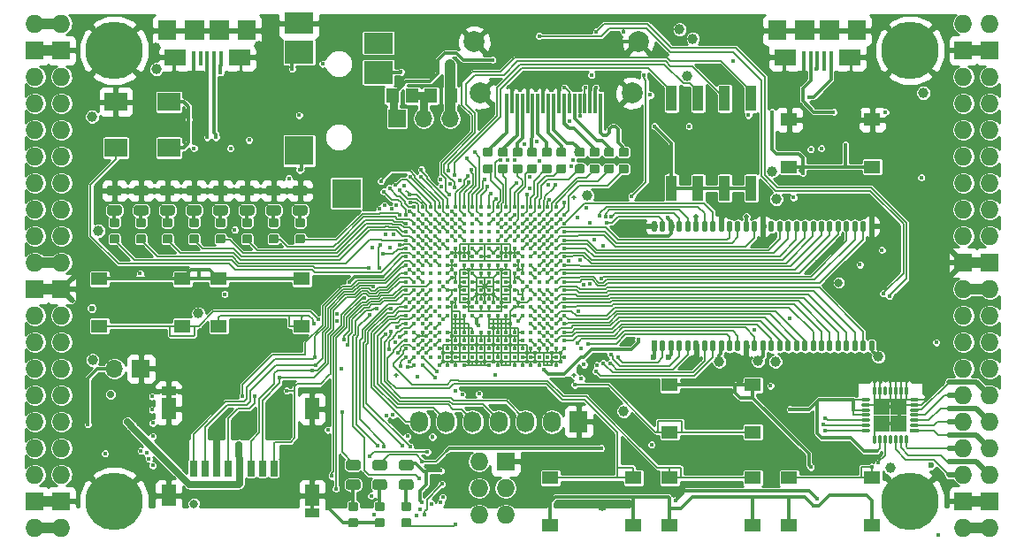
<source format=gtl>
G04 #@! TF.GenerationSoftware,KiCad,Pcbnew,5.0.0+dfsg1-2*
G04 #@! TF.CreationDate,2018-09-15T16:16:00+02:00*
G04 #@! TF.ProjectId,ulx3s,756C7833732E6B696361645F70636200,rev?*
G04 #@! TF.SameCoordinates,Original*
G04 #@! TF.FileFunction,Copper,L1,Top,Signal*
G04 #@! TF.FilePolarity,Positive*
%FSLAX46Y46*%
G04 Gerber Fmt 4.6, Leading zero omitted, Abs format (unit mm)*
G04 Created by KiCad (PCBNEW 5.0.0+dfsg1-2) date Sat Sep 15 16:16:00 2018*
%MOMM*%
%LPD*%
G01*
G04 APERTURE LIST*
G04 #@! TA.AperFunction,SMDPad,CuDef*
%ADD10R,1.625000X1.625000*%
G04 #@! TD*
G04 #@! TA.AperFunction,SMDPad,CuDef*
%ADD11O,0.300000X0.950000*%
G04 #@! TD*
G04 #@! TA.AperFunction,SMDPad,CuDef*
%ADD12O,0.950000X0.300000*%
G04 #@! TD*
G04 #@! TA.AperFunction,SMDPad,CuDef*
%ADD13R,0.950000X0.300000*%
G04 #@! TD*
G04 #@! TA.AperFunction,BGAPad,CuDef*
%ADD14C,0.400000*%
G04 #@! TD*
G04 #@! TA.AperFunction,SMDPad,CuDef*
%ADD15O,0.127000X0.508000*%
G04 #@! TD*
G04 #@! TA.AperFunction,SMDPad,CuDef*
%ADD16O,0.508000X0.127000*%
G04 #@! TD*
G04 #@! TA.AperFunction,Conductor*
%ADD17C,0.100000*%
G04 #@! TD*
G04 #@! TA.AperFunction,SMDPad,CuDef*
%ADD18C,0.875000*%
G04 #@! TD*
G04 #@! TA.AperFunction,SMDPad,CuDef*
%ADD19C,0.975000*%
G04 #@! TD*
G04 #@! TA.AperFunction,SMDPad,CuDef*
%ADD20O,0.560000X1.100000*%
G04 #@! TD*
G04 #@! TA.AperFunction,SMDPad,CuDef*
%ADD21R,0.560000X1.100000*%
G04 #@! TD*
G04 #@! TA.AperFunction,SMDPad,CuDef*
%ADD22R,1.120000X2.440000*%
G04 #@! TD*
G04 #@! TA.AperFunction,SMDPad,CuDef*
%ADD23R,1.800000X1.900000*%
G04 #@! TD*
G04 #@! TA.AperFunction,SMDPad,CuDef*
%ADD24R,0.400000X1.350000*%
G04 #@! TD*
G04 #@! TA.AperFunction,SMDPad,CuDef*
%ADD25R,1.900000X1.900000*%
G04 #@! TD*
G04 #@! TA.AperFunction,SMDPad,CuDef*
%ADD26R,2.100000X1.600000*%
G04 #@! TD*
G04 #@! TA.AperFunction,SMDPad,CuDef*
%ADD27R,2.800000X2.000000*%
G04 #@! TD*
G04 #@! TA.AperFunction,SMDPad,CuDef*
%ADD28R,2.800000X2.200000*%
G04 #@! TD*
G04 #@! TA.AperFunction,SMDPad,CuDef*
%ADD29R,2.800000X2.800000*%
G04 #@! TD*
G04 #@! TA.AperFunction,SMDPad,CuDef*
%ADD30R,0.300000X1.900000*%
G04 #@! TD*
G04 #@! TA.AperFunction,ComponentPad*
%ADD31C,2.000000*%
G04 #@! TD*
G04 #@! TA.AperFunction,SMDPad,CuDef*
%ADD32R,0.700000X1.500000*%
G04 #@! TD*
G04 #@! TA.AperFunction,SMDPad,CuDef*
%ADD33R,1.450000X0.900000*%
G04 #@! TD*
G04 #@! TA.AperFunction,SMDPad,CuDef*
%ADD34R,1.450000X2.000000*%
G04 #@! TD*
G04 #@! TA.AperFunction,SMDPad,CuDef*
%ADD35R,2.200000X1.800000*%
G04 #@! TD*
G04 #@! TA.AperFunction,ComponentPad*
%ADD36R,1.727200X2.032000*%
G04 #@! TD*
G04 #@! TA.AperFunction,ComponentPad*
%ADD37O,1.727200X2.032000*%
G04 #@! TD*
G04 #@! TA.AperFunction,ComponentPad*
%ADD38O,1.727200X1.727200*%
G04 #@! TD*
G04 #@! TA.AperFunction,ComponentPad*
%ADD39R,1.727200X1.727200*%
G04 #@! TD*
G04 #@! TA.AperFunction,ComponentPad*
%ADD40C,5.500000*%
G04 #@! TD*
G04 #@! TA.AperFunction,ComponentPad*
%ADD41R,1.700000X1.700000*%
G04 #@! TD*
G04 #@! TA.AperFunction,ComponentPad*
%ADD42O,1.700000X1.700000*%
G04 #@! TD*
G04 #@! TA.AperFunction,SMDPad,CuDef*
%ADD43R,1.295000X1.400000*%
G04 #@! TD*
G04 #@! TA.AperFunction,SMDPad,CuDef*
%ADD44R,1.550000X1.300000*%
G04 #@! TD*
G04 #@! TA.AperFunction,ViaPad*
%ADD45C,2.000000*%
G04 #@! TD*
G04 #@! TA.AperFunction,ViaPad*
%ADD46C,0.419000*%
G04 #@! TD*
G04 #@! TA.AperFunction,ViaPad*
%ADD47C,0.600000*%
G04 #@! TD*
G04 #@! TA.AperFunction,ViaPad*
%ADD48C,1.000000*%
G04 #@! TD*
G04 #@! TA.AperFunction,ViaPad*
%ADD49C,0.800000*%
G04 #@! TD*
G04 #@! TA.AperFunction,ViaPad*
%ADD50C,0.500000*%
G04 #@! TD*
G04 #@! TA.AperFunction,ViaPad*
%ADD51C,0.700000*%
G04 #@! TD*
G04 #@! TA.AperFunction,ViaPad*
%ADD52C,0.454000*%
G04 #@! TD*
G04 #@! TA.AperFunction,Conductor*
%ADD53C,0.300000*%
G04 #@! TD*
G04 #@! TA.AperFunction,Conductor*
%ADD54C,0.127000*%
G04 #@! TD*
G04 #@! TA.AperFunction,Conductor*
%ADD55C,0.500000*%
G04 #@! TD*
G04 #@! TA.AperFunction,Conductor*
%ADD56C,1.000000*%
G04 #@! TD*
G04 #@! TA.AperFunction,Conductor*
%ADD57C,0.190000*%
G04 #@! TD*
G04 #@! TA.AperFunction,Conductor*
%ADD58C,0.700000*%
G04 #@! TD*
G04 #@! TA.AperFunction,Conductor*
%ADD59C,0.800000*%
G04 #@! TD*
G04 #@! TA.AperFunction,Conductor*
%ADD60C,0.140000*%
G04 #@! TD*
G04 #@! TA.AperFunction,Conductor*
%ADD61C,0.254000*%
G04 #@! TD*
G04 APERTURE END LIST*
D10*
G04 #@! TO.P,U8,29*
G04 #@! TO.N,GND*
X178097500Y-100967500D03*
X178097500Y-99342500D03*
X176472500Y-100967500D03*
X176472500Y-99342500D03*
D11*
G04 #@! TO.P,U8,28*
G04 #@! TO.N,GN15*
X178785000Y-102495000D03*
G04 #@! TO.P,U8,27*
G04 #@! TO.N,GP14*
X178285000Y-102495000D03*
G04 #@! TO.P,U8,26*
G04 #@! TO.N,GN14*
X177785000Y-102495000D03*
G04 #@! TO.P,U8,25*
G04 #@! TO.N,N/C*
X177285000Y-102495000D03*
G04 #@! TO.P,U8,24*
G04 #@! TO.N,ADC_MISO*
X176785000Y-102495000D03*
G04 #@! TO.P,U8,23*
G04 #@! TO.N,/analog/ADC3V3*
X176285000Y-102495000D03*
G04 #@! TO.P,U8,22*
G04 #@! TO.N,GND*
X175785000Y-102495000D03*
D12*
G04 #@! TO.P,U8,21*
G04 #@! TO.N,ADC_MOSI*
X174945000Y-101655000D03*
G04 #@! TO.P,U8,20*
G04 #@! TO.N,ADC_CSn*
X174945000Y-101155000D03*
G04 #@! TO.P,U8,19*
G04 #@! TO.N,ADC_SCLK*
X174945000Y-100655000D03*
G04 #@! TO.P,U8,18*
G04 #@! TO.N,/analog/ADC3V3*
X174945000Y-100155000D03*
G04 #@! TO.P,U8,17*
X174945000Y-99655000D03*
G04 #@! TO.P,U8,16*
G04 #@! TO.N,GND*
X174945000Y-99155000D03*
G04 #@! TO.P,U8,15*
G04 #@! TO.N,/analog/ADC3V3*
X174945000Y-98655000D03*
D11*
G04 #@! TO.P,U8,14*
G04 #@! TO.N,GND*
X175785000Y-97815000D03*
G04 #@! TO.P,U8,13*
X176285000Y-97815000D03*
G04 #@! TO.P,U8,12*
G04 #@! TO.N,N/C*
X176785000Y-97815000D03*
G04 #@! TO.P,U8,11*
G04 #@! TO.N,GND*
X177285000Y-97815000D03*
G04 #@! TO.P,U8,10*
X177785000Y-97815000D03*
G04 #@! TO.P,U8,9*
X178285000Y-97815000D03*
G04 #@! TO.P,U8,8*
X178785000Y-97815000D03*
D12*
G04 #@! TO.P,U8,7*
X179625000Y-98655000D03*
G04 #@! TO.P,U8,6*
X179625000Y-99155000D03*
G04 #@! TO.P,U8,5*
G04 #@! TO.N,GP17*
X179625000Y-99655000D03*
G04 #@! TO.P,U8,4*
G04 #@! TO.N,GN17*
X179625000Y-100155000D03*
G04 #@! TO.P,U8,3*
G04 #@! TO.N,GP16*
X179625000Y-100655000D03*
G04 #@! TO.P,U8,2*
G04 #@! TO.N,GN16*
X179625000Y-101155000D03*
D13*
G04 #@! TO.P,U8,1*
G04 #@! TO.N,GP15*
X179625000Y-101655000D03*
G04 #@! TD*
D14*
G04 #@! TO.P,U1,Y19*
G04 #@! TO.N,GND*
X145280000Y-95400000D03*
G04 #@! TO.P,U1,Y17*
X143680000Y-95400000D03*
G04 #@! TO.P,U1,Y16*
X142880000Y-95400000D03*
G04 #@! TO.P,U1,Y15*
X142080000Y-95400000D03*
G04 #@! TO.P,U1,Y14*
X141280000Y-95400000D03*
G04 #@! TO.P,U1,Y12*
X139680000Y-95400000D03*
G04 #@! TO.P,U1,Y11*
X138880000Y-95400000D03*
G04 #@! TO.P,U1,Y8*
X136480000Y-95400000D03*
G04 #@! TO.P,U1,Y7*
X135680000Y-95400000D03*
G04 #@! TO.P,U1,Y6*
X134880000Y-95400000D03*
G04 #@! TO.P,U1,Y5*
X134080000Y-95400000D03*
G04 #@! TO.P,U1,Y3*
G04 #@! TO.N,/flash/FPGA_DONE*
X132480000Y-95400000D03*
G04 #@! TO.P,U1,Y2*
G04 #@! TO.N,/flash/FLASH_nWP*
X131680000Y-95400000D03*
G04 #@! TO.P,U1,W20*
G04 #@! TO.N,GND*
X146080000Y-94600000D03*
G04 #@! TO.P,U1,W19*
X145280000Y-94600000D03*
G04 #@! TO.P,U1,W18*
G04 #@! TO.N,N/C*
X144480000Y-94600000D03*
G04 #@! TO.P,U1,W17*
X143680000Y-94600000D03*
G04 #@! TO.P,U1,W16*
G04 #@! TO.N,GND*
X142880000Y-94600000D03*
G04 #@! TO.P,U1,W15*
X142080000Y-94600000D03*
G04 #@! TO.P,U1,W14*
G04 #@! TO.N,N/C*
X141280000Y-94600000D03*
G04 #@! TO.P,U1,W13*
X140480000Y-94600000D03*
G04 #@! TO.P,U1,W12*
G04 #@! TO.N,GND*
X139680000Y-94600000D03*
G04 #@! TO.P,U1,W11*
G04 #@! TO.N,N/C*
X138880000Y-94600000D03*
G04 #@! TO.P,U1,W10*
X138080000Y-94600000D03*
G04 #@! TO.P,U1,W9*
X137280000Y-94600000D03*
G04 #@! TO.P,U1,W8*
X136480000Y-94600000D03*
G04 #@! TO.P,U1,W7*
G04 #@! TO.N,GND*
X135680000Y-94600000D03*
G04 #@! TO.P,U1,W6*
X134880000Y-94600000D03*
G04 #@! TO.P,U1,W5*
G04 #@! TO.N,N/C*
X134080000Y-94600000D03*
G04 #@! TO.P,U1,W4*
X133280000Y-94600000D03*
G04 #@! TO.P,U1,W3*
G04 #@! TO.N,/flash/FPGA_PROGRAMN*
X132480000Y-94600000D03*
G04 #@! TO.P,U1,W2*
G04 #@! TO.N,/flash/FLASH_MOSI*
X131680000Y-94600000D03*
G04 #@! TO.P,U1,W1*
G04 #@! TO.N,/flash/FLASH_nHOLD*
X130880000Y-94600000D03*
G04 #@! TO.P,U1,V20*
G04 #@! TO.N,GND*
X146080000Y-93800000D03*
G04 #@! TO.P,U1,V19*
X145280000Y-93800000D03*
G04 #@! TO.P,U1,V18*
X144480000Y-93800000D03*
G04 #@! TO.P,U1,V17*
X143680000Y-93800000D03*
G04 #@! TO.P,U1,V16*
X142880000Y-93800000D03*
G04 #@! TO.P,U1,V15*
X142080000Y-93800000D03*
G04 #@! TO.P,U1,V14*
X141280000Y-93800000D03*
G04 #@! TO.P,U1,V13*
X140480000Y-93800000D03*
G04 #@! TO.P,U1,V12*
X139680000Y-93800000D03*
G04 #@! TO.P,U1,V11*
X138880000Y-93800000D03*
G04 #@! TO.P,U1,V10*
X138080000Y-93800000D03*
G04 #@! TO.P,U1,V9*
X137280000Y-93800000D03*
G04 #@! TO.P,U1,V8*
X136480000Y-93800000D03*
G04 #@! TO.P,U1,V7*
X135680000Y-93800000D03*
G04 #@! TO.P,U1,V6*
X134880000Y-93800000D03*
G04 #@! TO.P,U1,V5*
X134080000Y-93800000D03*
G04 #@! TO.P,U1,V4*
G04 #@! TO.N,JTAG_TDO*
X133280000Y-93800000D03*
G04 #@! TO.P,U1,V3*
G04 #@! TO.N,/flash/FPGA_INITN*
X132480000Y-93800000D03*
G04 #@! TO.P,U1,V2*
G04 #@! TO.N,/flash/FLASH_MISO*
X131680000Y-93800000D03*
G04 #@! TO.P,U1,V1*
G04 #@! TO.N,BTN_D*
X130880000Y-93800000D03*
G04 #@! TO.P,U1,U20*
G04 #@! TO.N,SDRAM_D7*
X146080000Y-93000000D03*
G04 #@! TO.P,U1,U19*
G04 #@! TO.N,SDRAM_DQM0*
X145280000Y-93000000D03*
G04 #@! TO.P,U1,U18*
G04 #@! TO.N,GP14*
X144480000Y-93000000D03*
G04 #@! TO.P,U1,U17*
G04 #@! TO.N,GN14*
X143680000Y-93000000D03*
G04 #@! TO.P,U1,U16*
G04 #@! TO.N,ADC_MISO*
X142880000Y-93000000D03*
G04 #@! TO.P,U1,U15*
G04 #@! TO.N,GND*
X142080000Y-93000000D03*
G04 #@! TO.P,U1,U14*
X141280000Y-93000000D03*
G04 #@! TO.P,U1,U13*
X140480000Y-93000000D03*
G04 #@! TO.P,U1,U12*
X139680000Y-93000000D03*
G04 #@! TO.P,U1,U11*
X138880000Y-93000000D03*
G04 #@! TO.P,U1,U10*
X138080000Y-93000000D03*
G04 #@! TO.P,U1,U9*
X137280000Y-93000000D03*
G04 #@! TO.P,U1,U8*
X136480000Y-93000000D03*
G04 #@! TO.P,U1,U7*
X135680000Y-93000000D03*
G04 #@! TO.P,U1,U6*
X134880000Y-93000000D03*
G04 #@! TO.P,U1,U5*
G04 #@! TO.N,JTAG_TMS*
X134080000Y-93000000D03*
G04 #@! TO.P,U1,U4*
G04 #@! TO.N,GND*
X133280000Y-93000000D03*
G04 #@! TO.P,U1,U3*
G04 #@! TO.N,/flash/FLASH_SCK*
X132480000Y-93000000D03*
G04 #@! TO.P,U1,U2*
G04 #@! TO.N,+3V3*
X131680000Y-93000000D03*
G04 #@! TO.P,U1,U1*
G04 #@! TO.N,BTN_L*
X130880000Y-93000000D03*
G04 #@! TO.P,U1,T20*
G04 #@! TO.N,SDRAM_nWE*
X146080000Y-92200000D03*
G04 #@! TO.P,U1,T19*
G04 #@! TO.N,SDRAM_nCAS*
X145280000Y-92200000D03*
G04 #@! TO.P,U1,T18*
G04 #@! TO.N,SDRAM_D5*
X144480000Y-92200000D03*
G04 #@! TO.P,U1,T17*
G04 #@! TO.N,SDRAM_D6*
X143680000Y-92200000D03*
G04 #@! TO.P,U1,T16*
G04 #@! TO.N,N/C*
X142880000Y-92200000D03*
G04 #@! TO.P,U1,T15*
G04 #@! TO.N,GND*
X142080000Y-92200000D03*
G04 #@! TO.P,U1,T14*
X141280000Y-92200000D03*
G04 #@! TO.P,U1,T13*
X140480000Y-92200000D03*
G04 #@! TO.P,U1,T12*
X139680000Y-92200000D03*
G04 #@! TO.P,U1,T11*
X138880000Y-92200000D03*
G04 #@! TO.P,U1,T10*
X138080000Y-92200000D03*
G04 #@! TO.P,U1,T9*
X137280000Y-92200000D03*
G04 #@! TO.P,U1,T8*
X136480000Y-92200000D03*
G04 #@! TO.P,U1,T7*
X135680000Y-92200000D03*
G04 #@! TO.P,U1,T6*
X134880000Y-92200000D03*
G04 #@! TO.P,U1,T5*
G04 #@! TO.N,JTAG_TCK*
X134080000Y-92200000D03*
G04 #@! TO.P,U1,T4*
G04 #@! TO.N,+3V3*
X133280000Y-92200000D03*
G04 #@! TO.P,U1,T3*
X132480000Y-92200000D03*
G04 #@! TO.P,U1,T2*
X131680000Y-92200000D03*
G04 #@! TO.P,U1,T1*
G04 #@! TO.N,BTN_F2*
X130880000Y-92200000D03*
G04 #@! TO.P,U1,R20*
G04 #@! TO.N,SDRAM_nRAS*
X146080000Y-91400000D03*
G04 #@! TO.P,U1,R19*
G04 #@! TO.N,GND*
X145280000Y-91400000D03*
G04 #@! TO.P,U1,R18*
G04 #@! TO.N,BTN_U*
X144480000Y-91400000D03*
G04 #@! TO.P,U1,R17*
G04 #@! TO.N,ADC_CSn*
X143680000Y-91400000D03*
G04 #@! TO.P,U1,R16*
G04 #@! TO.N,ADC_MOSI*
X142880000Y-91400000D03*
G04 #@! TO.P,U1,R5*
G04 #@! TO.N,JTAG_TDI*
X134080000Y-91400000D03*
G04 #@! TO.P,U1,R4*
G04 #@! TO.N,GND*
X133280000Y-91400000D03*
G04 #@! TO.P,U1,R3*
G04 #@! TO.N,N/C*
X132480000Y-91400000D03*
G04 #@! TO.P,U1,R2*
G04 #@! TO.N,/flash/FLASH_nCS*
X131680000Y-91400000D03*
G04 #@! TO.P,U1,R1*
G04 #@! TO.N,BTN_F1*
X130880000Y-91400000D03*
G04 #@! TO.P,U1,P20*
G04 #@! TO.N,SDRAM_nCS*
X146080000Y-90600000D03*
G04 #@! TO.P,U1,P19*
G04 #@! TO.N,SDRAM_BA0*
X145280000Y-90600000D03*
G04 #@! TO.P,U1,P18*
G04 #@! TO.N,SDRAM_D4*
X144480000Y-90600000D03*
G04 #@! TO.P,U1,P17*
G04 #@! TO.N,ADC_SCLK*
X143680000Y-90600000D03*
G04 #@! TO.P,U1,P16*
G04 #@! TO.N,GN15*
X142880000Y-90600000D03*
G04 #@! TO.P,U1,P15*
G04 #@! TO.N,+2V5*
X142080000Y-90600000D03*
G04 #@! TO.P,U1,P14*
G04 #@! TO.N,GND*
X141280000Y-90600000D03*
G04 #@! TO.P,U1,P13*
X140480000Y-90600000D03*
G04 #@! TO.P,U1,P12*
X139680000Y-90600000D03*
G04 #@! TO.P,U1,P11*
X138880000Y-90600000D03*
G04 #@! TO.P,U1,P10*
G04 #@! TO.N,+3V3*
X138080000Y-90600000D03*
G04 #@! TO.P,U1,P9*
X137280000Y-90600000D03*
G04 #@! TO.P,U1,P8*
G04 #@! TO.N,GND*
X136480000Y-90600000D03*
G04 #@! TO.P,U1,P7*
X135680000Y-90600000D03*
G04 #@! TO.P,U1,P6*
G04 #@! TO.N,+2V5*
X134880000Y-90600000D03*
G04 #@! TO.P,U1,P5*
G04 #@! TO.N,N/C*
X134080000Y-90600000D03*
G04 #@! TO.P,U1,P4*
G04 #@! TO.N,OLED_CLK*
X133280000Y-90600000D03*
G04 #@! TO.P,U1,P3*
G04 #@! TO.N,OLED_MOSI*
X132480000Y-90600000D03*
G04 #@! TO.P,U1,P2*
G04 #@! TO.N,OLED_RES*
X131680000Y-90600000D03*
G04 #@! TO.P,U1,P1*
G04 #@! TO.N,OLED_DC*
X130880000Y-90600000D03*
G04 #@! TO.P,U1,N20*
G04 #@! TO.N,SDRAM_BA1*
X146080000Y-89800000D03*
G04 #@! TO.P,U1,N19*
G04 #@! TO.N,SDRAM_A10*
X145280000Y-89800000D03*
G04 #@! TO.P,U1,N18*
G04 #@! TO.N,SDRAM_D3*
X144480000Y-89800000D03*
G04 #@! TO.P,U1,N17*
G04 #@! TO.N,GP15*
X143680000Y-89800000D03*
G04 #@! TO.P,U1,N16*
G04 #@! TO.N,GP16*
X142880000Y-89800000D03*
G04 #@! TO.P,U1,N15*
G04 #@! TO.N,GND*
X142080000Y-89800000D03*
G04 #@! TO.P,U1,N14*
X141280000Y-89800000D03*
G04 #@! TO.P,U1,N13*
G04 #@! TO.N,+1V1*
X140480000Y-89800000D03*
G04 #@! TO.P,U1,N12*
X139680000Y-89800000D03*
G04 #@! TO.P,U1,N11*
X138880000Y-89800000D03*
G04 #@! TO.P,U1,N10*
X138080000Y-89800000D03*
G04 #@! TO.P,U1,N9*
X137280000Y-89800000D03*
G04 #@! TO.P,U1,N8*
X136480000Y-89800000D03*
G04 #@! TO.P,U1,N7*
G04 #@! TO.N,GND*
X135680000Y-89800000D03*
G04 #@! TO.P,U1,N6*
X134880000Y-89800000D03*
G04 #@! TO.P,U1,N5*
G04 #@! TO.N,N/C*
X134080000Y-89800000D03*
G04 #@! TO.P,U1,N4*
G04 #@! TO.N,WIFI_GPIO5*
X133280000Y-89800000D03*
G04 #@! TO.P,U1,N3*
G04 #@! TO.N,WIFI_GPIO17*
X132480000Y-89800000D03*
G04 #@! TO.P,U1,N2*
G04 #@! TO.N,OLED_CS*
X131680000Y-89800000D03*
G04 #@! TO.P,U1,N1*
G04 #@! TO.N,FTDI_nDTR*
X130880000Y-89800000D03*
G04 #@! TO.P,U1,M20*
G04 #@! TO.N,SDRAM_A0*
X146080000Y-89000000D03*
G04 #@! TO.P,U1,M19*
G04 #@! TO.N,SDRAM_A1*
X145280000Y-89000000D03*
G04 #@! TO.P,U1,M18*
G04 #@! TO.N,SDRAM_D2*
X144480000Y-89000000D03*
G04 #@! TO.P,U1,M17*
G04 #@! TO.N,GN16*
X143680000Y-89000000D03*
G04 #@! TO.P,U1,M16*
G04 #@! TO.N,GND*
X142880000Y-89000000D03*
G04 #@! TO.P,U1,M15*
G04 #@! TO.N,+3V3*
X142080000Y-89000000D03*
G04 #@! TO.P,U1,M14*
G04 #@! TO.N,GND*
X141280000Y-89000000D03*
G04 #@! TO.P,U1,M13*
G04 #@! TO.N,+1V1*
X140480000Y-89000000D03*
G04 #@! TO.P,U1,M12*
G04 #@! TO.N,GND*
X139680000Y-89000000D03*
G04 #@! TO.P,U1,M11*
X138880000Y-89000000D03*
G04 #@! TO.P,U1,M10*
X138080000Y-89000000D03*
G04 #@! TO.P,U1,M9*
X137280000Y-89000000D03*
G04 #@! TO.P,U1,M8*
G04 #@! TO.N,+1V1*
X136480000Y-89000000D03*
G04 #@! TO.P,U1,M7*
G04 #@! TO.N,GND*
X135680000Y-89000000D03*
G04 #@! TO.P,U1,M6*
G04 #@! TO.N,+3V3*
X134880000Y-89000000D03*
G04 #@! TO.P,U1,M5*
G04 #@! TO.N,N/C*
X134080000Y-89000000D03*
G04 #@! TO.P,U1,M4*
G04 #@! TO.N,USER_PROGRAMN*
X133280000Y-89000000D03*
G04 #@! TO.P,U1,M3*
G04 #@! TO.N,FTDI_nRTS*
X132480000Y-89000000D03*
G04 #@! TO.P,U1,M2*
G04 #@! TO.N,GND*
X131680000Y-89000000D03*
G04 #@! TO.P,U1,M1*
G04 #@! TO.N,FTDI_TXD*
X130880000Y-89000000D03*
G04 #@! TO.P,U1,L20*
G04 #@! TO.N,SDRAM_A2*
X146080000Y-88200000D03*
G04 #@! TO.P,U1,L19*
G04 #@! TO.N,SDRAM_A3*
X145280000Y-88200000D03*
G04 #@! TO.P,U1,L18*
G04 #@! TO.N,SDRAM_D1*
X144480000Y-88200000D03*
G04 #@! TO.P,U1,L17*
G04 #@! TO.N,GN17*
X143680000Y-88200000D03*
G04 #@! TO.P,U1,L16*
G04 #@! TO.N,GP17*
X142880000Y-88200000D03*
G04 #@! TO.P,U1,L15*
G04 #@! TO.N,+3V3*
X142080000Y-88200000D03*
G04 #@! TO.P,U1,L14*
X141280000Y-88200000D03*
G04 #@! TO.P,U1,L13*
G04 #@! TO.N,+1V1*
X140480000Y-88200000D03*
G04 #@! TO.P,U1,L12*
G04 #@! TO.N,GND*
X139680000Y-88200000D03*
G04 #@! TO.P,U1,L11*
X138880000Y-88200000D03*
G04 #@! TO.P,U1,L10*
X138080000Y-88200000D03*
G04 #@! TO.P,U1,L9*
X137280000Y-88200000D03*
G04 #@! TO.P,U1,L8*
G04 #@! TO.N,+1V1*
X136480000Y-88200000D03*
G04 #@! TO.P,U1,L7*
G04 #@! TO.N,+3V3*
X135680000Y-88200000D03*
G04 #@! TO.P,U1,L6*
X134880000Y-88200000D03*
G04 #@! TO.P,U1,L5*
G04 #@! TO.N,N/C*
X134080000Y-88200000D03*
G04 #@! TO.P,U1,L4*
G04 #@! TO.N,FTDI_RXD*
X133280000Y-88200000D03*
G04 #@! TO.P,U1,L3*
G04 #@! TO.N,FTDI_TXDEN*
X132480000Y-88200000D03*
G04 #@! TO.P,U1,L2*
G04 #@! TO.N,WIFI_GPIO0*
X131680000Y-88200000D03*
G04 #@! TO.P,U1,L1*
G04 #@! TO.N,WIFI_GPIO16*
X130880000Y-88200000D03*
G04 #@! TO.P,U1,K20*
G04 #@! TO.N,SDRAM_A4*
X146080000Y-87400000D03*
G04 #@! TO.P,U1,K19*
G04 #@! TO.N,SDRAM_A5*
X145280000Y-87400000D03*
G04 #@! TO.P,U1,K18*
G04 #@! TO.N,SDRAM_A6*
X144480000Y-87400000D03*
G04 #@! TO.P,U1,K17*
G04 #@! TO.N,N/C*
X143680000Y-87400000D03*
G04 #@! TO.P,U1,K16*
X142880000Y-87400000D03*
G04 #@! TO.P,U1,K15*
G04 #@! TO.N,GND*
X142080000Y-87400000D03*
G04 #@! TO.P,U1,K14*
X141280000Y-87400000D03*
G04 #@! TO.P,U1,K13*
G04 #@! TO.N,+1V1*
X140480000Y-87400000D03*
G04 #@! TO.P,U1,K12*
G04 #@! TO.N,GND*
X139680000Y-87400000D03*
G04 #@! TO.P,U1,K11*
X138880000Y-87400000D03*
G04 #@! TO.P,U1,K10*
X138080000Y-87400000D03*
G04 #@! TO.P,U1,K9*
X137280000Y-87400000D03*
G04 #@! TO.P,U1,K8*
G04 #@! TO.N,+1V1*
X136480000Y-87400000D03*
G04 #@! TO.P,U1,K7*
G04 #@! TO.N,GND*
X135680000Y-87400000D03*
G04 #@! TO.P,U1,K6*
X134880000Y-87400000D03*
G04 #@! TO.P,U1,K5*
G04 #@! TO.N,N/C*
X134080000Y-87400000D03*
G04 #@! TO.P,U1,K4*
G04 #@! TO.N,WIFI_TXD*
X133280000Y-87400000D03*
G04 #@! TO.P,U1,K3*
G04 #@! TO.N,WIFI_RXD*
X132480000Y-87400000D03*
G04 #@! TO.P,U1,K2*
G04 #@! TO.N,SD_D3*
X131680000Y-87400000D03*
G04 #@! TO.P,U1,K1*
G04 #@! TO.N,SD_D2*
X130880000Y-87400000D03*
G04 #@! TO.P,U1,J20*
G04 #@! TO.N,SDRAM_A7*
X146080000Y-86600000D03*
G04 #@! TO.P,U1,J19*
G04 #@! TO.N,SDRAM_A8*
X145280000Y-86600000D03*
G04 #@! TO.P,U1,J18*
G04 #@! TO.N,SDRAM_D14*
X144480000Y-86600000D03*
G04 #@! TO.P,U1,J17*
G04 #@! TO.N,SDRAM_D15*
X143680000Y-86600000D03*
G04 #@! TO.P,U1,J16*
G04 #@! TO.N,SDRAM_D0*
X142880000Y-86600000D03*
G04 #@! TO.P,U1,J15*
G04 #@! TO.N,+3V3*
X142080000Y-86600000D03*
G04 #@! TO.P,U1,J14*
G04 #@! TO.N,GND*
X141280000Y-86600000D03*
G04 #@! TO.P,U1,J13*
G04 #@! TO.N,+1V1*
X140480000Y-86600000D03*
G04 #@! TO.P,U1,J12*
G04 #@! TO.N,GND*
X139680000Y-86600000D03*
G04 #@! TO.P,U1,J11*
X138880000Y-86600000D03*
G04 #@! TO.P,U1,J10*
X138080000Y-86600000D03*
G04 #@! TO.P,U1,J9*
X137280000Y-86600000D03*
G04 #@! TO.P,U1,J8*
G04 #@! TO.N,+1V1*
X136480000Y-86600000D03*
G04 #@! TO.P,U1,J7*
G04 #@! TO.N,GND*
X135680000Y-86600000D03*
G04 #@! TO.P,U1,J6*
G04 #@! TO.N,2V5_3V3*
X134880000Y-86600000D03*
G04 #@! TO.P,U1,J5*
G04 #@! TO.N,N/C*
X134080000Y-86600000D03*
G04 #@! TO.P,U1,J4*
X133280000Y-86600000D03*
G04 #@! TO.P,U1,J3*
G04 #@! TO.N,SD_D0*
X132480000Y-86600000D03*
G04 #@! TO.P,U1,J2*
G04 #@! TO.N,GND*
X131680000Y-86600000D03*
G04 #@! TO.P,U1,J1*
G04 #@! TO.N,SD_CMD*
X130880000Y-86600000D03*
G04 #@! TO.P,U1,H20*
G04 #@! TO.N,SDRAM_A9*
X146080000Y-85800000D03*
G04 #@! TO.P,U1,H19*
G04 #@! TO.N,GND*
X145280000Y-85800000D03*
G04 #@! TO.P,U1,H18*
G04 #@! TO.N,GP18*
X144480000Y-85800000D03*
G04 #@! TO.P,U1,H17*
G04 #@! TO.N,GN18*
X143680000Y-85800000D03*
G04 #@! TO.P,U1,H16*
G04 #@! TO.N,BTN_R*
X142880000Y-85800000D03*
G04 #@! TO.P,U1,H15*
G04 #@! TO.N,+3V3*
X142080000Y-85800000D03*
G04 #@! TO.P,U1,H14*
X141280000Y-85800000D03*
G04 #@! TO.P,U1,H13*
G04 #@! TO.N,+1V1*
X140480000Y-85800000D03*
G04 #@! TO.P,U1,H12*
X139680000Y-85800000D03*
G04 #@! TO.P,U1,H11*
X138880000Y-85800000D03*
G04 #@! TO.P,U1,H10*
X138080000Y-85800000D03*
G04 #@! TO.P,U1,H9*
X137280000Y-85800000D03*
G04 #@! TO.P,U1,H8*
X136480000Y-85800000D03*
G04 #@! TO.P,U1,H7*
G04 #@! TO.N,2V5_3V3*
X135680000Y-85800000D03*
G04 #@! TO.P,U1,H6*
X134880000Y-85800000D03*
G04 #@! TO.P,U1,H5*
G04 #@! TO.N,AUDIO_V0*
X134080000Y-85800000D03*
G04 #@! TO.P,U1,H4*
G04 #@! TO.N,GP13*
X133280000Y-85800000D03*
G04 #@! TO.P,U1,H3*
G04 #@! TO.N,LED7*
X132480000Y-85800000D03*
G04 #@! TO.P,U1,H2*
G04 #@! TO.N,SD_CLK*
X131680000Y-85800000D03*
G04 #@! TO.P,U1,H1*
G04 #@! TO.N,SD_D1*
X130880000Y-85800000D03*
G04 #@! TO.P,U1,G20*
G04 #@! TO.N,SDRAM_A11*
X146080000Y-85000000D03*
G04 #@! TO.P,U1,G19*
G04 #@! TO.N,SDRAM_A12*
X145280000Y-85000000D03*
G04 #@! TO.P,U1,G18*
G04 #@! TO.N,GN19*
X144480000Y-85000000D03*
G04 #@! TO.P,U1,G17*
G04 #@! TO.N,GND*
X143680000Y-85000000D03*
G04 #@! TO.P,U1,G16*
G04 #@! TO.N,SHUTDOWN*
X142880000Y-85000000D03*
G04 #@! TO.P,U1,G15*
G04 #@! TO.N,GND*
X142080000Y-85000000D03*
G04 #@! TO.P,U1,G14*
X141280000Y-85000000D03*
G04 #@! TO.P,U1,G13*
X140480000Y-85000000D03*
G04 #@! TO.P,U1,G12*
X139680000Y-85000000D03*
G04 #@! TO.P,U1,G11*
X138880000Y-85000000D03*
G04 #@! TO.P,U1,G10*
X138080000Y-85000000D03*
G04 #@! TO.P,U1,G9*
X137280000Y-85000000D03*
G04 #@! TO.P,U1,G8*
X136480000Y-85000000D03*
G04 #@! TO.P,U1,G7*
X135680000Y-85000000D03*
G04 #@! TO.P,U1,G6*
X134880000Y-85000000D03*
G04 #@! TO.P,U1,G5*
G04 #@! TO.N,GN13*
X134080000Y-85000000D03*
G04 #@! TO.P,U1,G4*
G04 #@! TO.N,GND*
X133280000Y-85000000D03*
G04 #@! TO.P,U1,G3*
G04 #@! TO.N,GP12*
X132480000Y-85000000D03*
G04 #@! TO.P,U1,G2*
G04 #@! TO.N,CLK_25MHz*
X131680000Y-85000000D03*
G04 #@! TO.P,U1,G1*
G04 #@! TO.N,/usb/ANT_433MHz*
X130880000Y-85000000D03*
G04 #@! TO.P,U1,F20*
G04 #@! TO.N,SDRAM_CKE*
X146080000Y-84200000D03*
G04 #@! TO.P,U1,F19*
G04 #@! TO.N,SDRAM_CLK*
X145280000Y-84200000D03*
G04 #@! TO.P,U1,F18*
G04 #@! TO.N,SDRAM_D13*
X144480000Y-84200000D03*
G04 #@! TO.P,U1,F17*
G04 #@! TO.N,GP19*
X143680000Y-84200000D03*
G04 #@! TO.P,U1,F16*
G04 #@! TO.N,USB_FPGA_D-*
X142880000Y-84200000D03*
G04 #@! TO.P,U1,F15*
G04 #@! TO.N,+2V5*
X142080000Y-84200000D03*
G04 #@! TO.P,U1,F14*
G04 #@! TO.N,GND*
X141280000Y-84200000D03*
G04 #@! TO.P,U1,F13*
X140480000Y-84200000D03*
G04 #@! TO.P,U1,F12*
G04 #@! TO.N,+3V3*
X139680000Y-84200000D03*
G04 #@! TO.P,U1,F11*
X138880000Y-84200000D03*
G04 #@! TO.P,U1,F10*
G04 #@! TO.N,2V5_3V3*
X138080000Y-84200000D03*
G04 #@! TO.P,U1,F9*
X137280000Y-84200000D03*
G04 #@! TO.P,U1,F8*
G04 #@! TO.N,GND*
X136480000Y-84200000D03*
G04 #@! TO.P,U1,F7*
X135680000Y-84200000D03*
G04 #@! TO.P,U1,F6*
G04 #@! TO.N,+2V5*
X134880000Y-84200000D03*
G04 #@! TO.P,U1,F5*
G04 #@! TO.N,AUDIO_V2*
X134080000Y-84200000D03*
G04 #@! TO.P,U1,F4*
G04 #@! TO.N,GP11*
X133280000Y-84200000D03*
G04 #@! TO.P,U1,F3*
G04 #@! TO.N,GN12*
X132480000Y-84200000D03*
G04 #@! TO.P,U1,F2*
G04 #@! TO.N,AUDIO_V1*
X131680000Y-84200000D03*
G04 #@! TO.P,U1,F1*
G04 #@! TO.N,WIFI_EN*
X130880000Y-84200000D03*
G04 #@! TO.P,U1,E20*
G04 #@! TO.N,SDRAM_DQM1*
X146080000Y-83400000D03*
G04 #@! TO.P,U1,E19*
G04 #@! TO.N,SDRAM_D8*
X145280000Y-83400000D03*
G04 #@! TO.P,U1,E18*
G04 #@! TO.N,SDRAM_D12*
X144480000Y-83400000D03*
G04 #@! TO.P,U1,E17*
G04 #@! TO.N,GN20*
X143680000Y-83400000D03*
G04 #@! TO.P,U1,E16*
G04 #@! TO.N,USB_FPGA_D+*
X142880000Y-83400000D03*
G04 #@! TO.P,U1,E15*
G04 #@! TO.N,USB_FPGA_D-*
X142080000Y-83400000D03*
G04 #@! TO.P,U1,E14*
G04 #@! TO.N,GN25*
X141280000Y-83400000D03*
G04 #@! TO.P,U1,E13*
G04 #@! TO.N,GN27*
X140480000Y-83400000D03*
G04 #@! TO.P,U1,E12*
G04 #@! TO.N,FPDI_SCL*
X139680000Y-83400000D03*
G04 #@! TO.P,U1,E11*
G04 #@! TO.N,N/C*
X138880000Y-83400000D03*
G04 #@! TO.P,U1,E10*
X138080000Y-83400000D03*
G04 #@! TO.P,U1,E9*
X137280000Y-83400000D03*
G04 #@! TO.P,U1,E8*
G04 #@! TO.N,SW1*
X136480000Y-83400000D03*
G04 #@! TO.P,U1,E7*
G04 #@! TO.N,SW4*
X135680000Y-83400000D03*
G04 #@! TO.P,U1,E6*
G04 #@! TO.N,N/C*
X134880000Y-83400000D03*
G04 #@! TO.P,U1,E5*
G04 #@! TO.N,AUDIO_V3*
X134080000Y-83400000D03*
G04 #@! TO.P,U1,E4*
G04 #@! TO.N,AUDIO_L0*
X133280000Y-83400000D03*
G04 #@! TO.P,U1,E3*
G04 #@! TO.N,GN11*
X132480000Y-83400000D03*
G04 #@! TO.P,U1,E2*
G04 #@! TO.N,LED5*
X131680000Y-83400000D03*
G04 #@! TO.P,U1,E1*
G04 #@! TO.N,LED6*
X130880000Y-83400000D03*
G04 #@! TO.P,U1,D20*
G04 #@! TO.N,SDRAM_D9*
X146080000Y-82600000D03*
G04 #@! TO.P,U1,D19*
G04 #@! TO.N,SDRAM_D10*
X145280000Y-82600000D03*
G04 #@! TO.P,U1,D18*
G04 #@! TO.N,GP20*
X144480000Y-82600000D03*
G04 #@! TO.P,U1,D17*
G04 #@! TO.N,GN21*
X143680000Y-82600000D03*
G04 #@! TO.P,U1,D16*
G04 #@! TO.N,GN24*
X142880000Y-82600000D03*
G04 #@! TO.P,U1,D15*
G04 #@! TO.N,USB_FPGA_D+*
X142080000Y-82600000D03*
G04 #@! TO.P,U1,D14*
G04 #@! TO.N,GP25*
X141280000Y-82600000D03*
G04 #@! TO.P,U1,D13*
G04 #@! TO.N,GP27*
X140480000Y-82600000D03*
G04 #@! TO.P,U1,D12*
G04 #@! TO.N,N/C*
X139680000Y-82600000D03*
G04 #@! TO.P,U1,D11*
X138880000Y-82600000D03*
G04 #@! TO.P,U1,D10*
X138080000Y-82600000D03*
G04 #@! TO.P,U1,D9*
X137280000Y-82600000D03*
G04 #@! TO.P,U1,D8*
G04 #@! TO.N,SW2*
X136480000Y-82600000D03*
G04 #@! TO.P,U1,D7*
G04 #@! TO.N,SW3*
X135680000Y-82600000D03*
G04 #@! TO.P,U1,D6*
G04 #@! TO.N,BTN_PWRn*
X134880000Y-82600000D03*
G04 #@! TO.P,U1,D5*
G04 #@! TO.N,AUDIO_R2*
X134080000Y-82600000D03*
G04 #@! TO.P,U1,D4*
G04 #@! TO.N,GND*
X133280000Y-82600000D03*
G04 #@! TO.P,U1,D3*
G04 #@! TO.N,AUDIO_L1*
X132480000Y-82600000D03*
G04 #@! TO.P,U1,D2*
G04 #@! TO.N,LED3*
X131680000Y-82600000D03*
G04 #@! TO.P,U1,D1*
G04 #@! TO.N,LED4*
X130880000Y-82600000D03*
G04 #@! TO.P,U1,C20*
G04 #@! TO.N,SDRAM_D11*
X146080000Y-81800000D03*
G04 #@! TO.P,U1,C19*
G04 #@! TO.N,GND*
X145280000Y-81800000D03*
G04 #@! TO.P,U1,C18*
G04 #@! TO.N,GP21*
X144480000Y-81800000D03*
G04 #@! TO.P,U1,C17*
G04 #@! TO.N,GN23*
X143680000Y-81800000D03*
G04 #@! TO.P,U1,C16*
G04 #@! TO.N,GP24*
X142880000Y-81800000D03*
G04 #@! TO.P,U1,C15*
G04 #@! TO.N,GN22*
X142080000Y-81800000D03*
G04 #@! TO.P,U1,C14*
G04 #@! TO.N,FPDI_D1-*
X141280000Y-81800000D03*
G04 #@! TO.P,U1,C13*
G04 #@! TO.N,GN26*
X140480000Y-81800000D03*
G04 #@! TO.P,U1,C12*
G04 #@! TO.N,USB_FPGA_PULL_D-*
X139680000Y-81800000D03*
G04 #@! TO.P,U1,C11*
G04 #@! TO.N,GN0*
X138880000Y-81800000D03*
G04 #@! TO.P,U1,C10*
G04 #@! TO.N,GN3*
X138080000Y-81800000D03*
G04 #@! TO.P,U1,C9*
G04 #@! TO.N,N/C*
X137280000Y-81800000D03*
G04 #@! TO.P,U1,C8*
G04 #@! TO.N,GP5*
X136480000Y-81800000D03*
G04 #@! TO.P,U1,C7*
G04 #@! TO.N,GN6*
X135680000Y-81800000D03*
G04 #@! TO.P,U1,C6*
G04 #@! TO.N,GP6*
X134880000Y-81800000D03*
G04 #@! TO.P,U1,C5*
G04 #@! TO.N,AUDIO_R3*
X134080000Y-81800000D03*
G04 #@! TO.P,U1,C4*
G04 #@! TO.N,GP10*
X133280000Y-81800000D03*
G04 #@! TO.P,U1,C3*
G04 #@! TO.N,AUDIO_L2*
X132480000Y-81800000D03*
G04 #@! TO.P,U1,C2*
G04 #@! TO.N,LED1*
X131680000Y-81800000D03*
G04 #@! TO.P,U1,C1*
G04 #@! TO.N,LED2*
X130880000Y-81800000D03*
G04 #@! TO.P,U1,B20*
G04 #@! TO.N,FPDI_ETH-*
X146080000Y-81000000D03*
G04 #@! TO.P,U1,B19*
G04 #@! TO.N,FPDI_SDA*
X145280000Y-81000000D03*
G04 #@! TO.P,U1,B18*
G04 #@! TO.N,FPDI_CLK-*
X144480000Y-81000000D03*
G04 #@! TO.P,U1,B17*
G04 #@! TO.N,GP23*
X143680000Y-81000000D03*
G04 #@! TO.P,U1,B16*
G04 #@! TO.N,FPDI_D0-*
X142880000Y-81000000D03*
G04 #@! TO.P,U1,B15*
G04 #@! TO.N,GP22*
X142080000Y-81000000D03*
G04 #@! TO.P,U1,B14*
G04 #@! TO.N,GND*
X141280000Y-81000000D03*
G04 #@! TO.P,U1,B13*
G04 #@! TO.N,GP26*
X140480000Y-81000000D03*
G04 #@! TO.P,U1,B12*
G04 #@! TO.N,USB_FPGA_PULL_D+*
X139680000Y-81000000D03*
G04 #@! TO.P,U1,B11*
G04 #@! TO.N,GP0*
X138880000Y-81000000D03*
G04 #@! TO.P,U1,B10*
G04 #@! TO.N,GN2*
X138080000Y-81000000D03*
G04 #@! TO.P,U1,B9*
G04 #@! TO.N,GP3*
X137280000Y-81000000D03*
G04 #@! TO.P,U1,B8*
G04 #@! TO.N,GN5*
X136480000Y-81000000D03*
G04 #@! TO.P,U1,B7*
G04 #@! TO.N,GND*
X135680000Y-81000000D03*
G04 #@! TO.P,U1,B6*
G04 #@! TO.N,GN7*
X134880000Y-81000000D03*
G04 #@! TO.P,U1,B5*
G04 #@! TO.N,AUDIO_R1*
X134080000Y-81000000D03*
G04 #@! TO.P,U1,B4*
G04 #@! TO.N,GN10*
X133280000Y-81000000D03*
G04 #@! TO.P,U1,B3*
G04 #@! TO.N,AUDIO_L3*
X132480000Y-81000000D03*
G04 #@! TO.P,U1,B2*
G04 #@! TO.N,LED0*
X131680000Y-81000000D03*
G04 #@! TO.P,U1,B1*
G04 #@! TO.N,GN9*
X130880000Y-81000000D03*
G04 #@! TO.P,U1,A19*
G04 #@! TO.N,FPDI_ETH+*
X145280000Y-80200000D03*
G04 #@! TO.P,U1,A18*
G04 #@! TO.N,/gpdi/FPDI_CEC*
X144480000Y-80200000D03*
G04 #@! TO.P,U1,A17*
G04 #@! TO.N,FPDI_CLK+*
X143680000Y-80200000D03*
G04 #@! TO.P,U1,A16*
G04 #@! TO.N,FPDI_D0+*
X142880000Y-80200000D03*
G04 #@! TO.P,U1,A15*
G04 #@! TO.N,N/C*
X142080000Y-80200000D03*
G04 #@! TO.P,U1,A14*
G04 #@! TO.N,FPDI_D1+*
X141280000Y-80200000D03*
G04 #@! TO.P,U1,A13*
G04 #@! TO.N,FPDI_D2-*
X140480000Y-80200000D03*
G04 #@! TO.P,U1,A12*
G04 #@! TO.N,FPDI_D2+*
X139680000Y-80200000D03*
G04 #@! TO.P,U1,A11*
G04 #@! TO.N,GN1*
X138880000Y-80200000D03*
G04 #@! TO.P,U1,A10*
G04 #@! TO.N,GP1*
X138080000Y-80200000D03*
G04 #@! TO.P,U1,A9*
G04 #@! TO.N,GP2*
X137280000Y-80200000D03*
G04 #@! TO.P,U1,A8*
G04 #@! TO.N,GN4*
X136480000Y-80200000D03*
G04 #@! TO.P,U1,A7*
G04 #@! TO.N,GP4*
X135680000Y-80200000D03*
G04 #@! TO.P,U1,A6*
G04 #@! TO.N,GP7*
X134880000Y-80200000D03*
G04 #@! TO.P,U1,A5*
G04 #@! TO.N,GN8*
X134080000Y-80200000D03*
G04 #@! TO.P,U1,A4*
G04 #@! TO.N,GP8*
X133280000Y-80200000D03*
G04 #@! TO.P,U1,A3*
G04 #@! TO.N,AUDIO_R0*
X132480000Y-80200000D03*
G04 #@! TO.P,U1,A2*
G04 #@! TO.N,GP9*
X131680000Y-80200000D03*
D15*
G04 #@! TO.P,U1,0*
G04 #@! TO.N,N/C*
X146980000Y-79300000D03*
D16*
X146980000Y-79300000D03*
D15*
X129980000Y-96300000D03*
D16*
X129980000Y-96300000D03*
X146980000Y-96300000D03*
D15*
X146980000Y-96300000D03*
G04 #@! TD*
D17*
G04 #@! TO.N,/gpdi/GPDI_ETH-*
G04 #@! TO.C,C37*
G36*
X152035691Y-74547053D02*
X152056926Y-74550203D01*
X152077750Y-74555419D01*
X152097962Y-74562651D01*
X152117368Y-74571830D01*
X152135781Y-74582866D01*
X152153024Y-74595654D01*
X152168930Y-74610070D01*
X152183346Y-74625976D01*
X152196134Y-74643219D01*
X152207170Y-74661632D01*
X152216349Y-74681038D01*
X152223581Y-74701250D01*
X152228797Y-74722074D01*
X152231947Y-74743309D01*
X152233000Y-74764750D01*
X152233000Y-75202250D01*
X152231947Y-75223691D01*
X152228797Y-75244926D01*
X152223581Y-75265750D01*
X152216349Y-75285962D01*
X152207170Y-75305368D01*
X152196134Y-75323781D01*
X152183346Y-75341024D01*
X152168930Y-75356930D01*
X152153024Y-75371346D01*
X152135781Y-75384134D01*
X152117368Y-75395170D01*
X152097962Y-75404349D01*
X152077750Y-75411581D01*
X152056926Y-75416797D01*
X152035691Y-75419947D01*
X152014250Y-75421000D01*
X151501750Y-75421000D01*
X151480309Y-75419947D01*
X151459074Y-75416797D01*
X151438250Y-75411581D01*
X151418038Y-75404349D01*
X151398632Y-75395170D01*
X151380219Y-75384134D01*
X151362976Y-75371346D01*
X151347070Y-75356930D01*
X151332654Y-75341024D01*
X151319866Y-75323781D01*
X151308830Y-75305368D01*
X151299651Y-75285962D01*
X151292419Y-75265750D01*
X151287203Y-75244926D01*
X151284053Y-75223691D01*
X151283000Y-75202250D01*
X151283000Y-74764750D01*
X151284053Y-74743309D01*
X151287203Y-74722074D01*
X151292419Y-74701250D01*
X151299651Y-74681038D01*
X151308830Y-74661632D01*
X151319866Y-74643219D01*
X151332654Y-74625976D01*
X151347070Y-74610070D01*
X151362976Y-74595654D01*
X151380219Y-74582866D01*
X151398632Y-74571830D01*
X151418038Y-74562651D01*
X151438250Y-74555419D01*
X151459074Y-74550203D01*
X151480309Y-74547053D01*
X151501750Y-74546000D01*
X152014250Y-74546000D01*
X152035691Y-74547053D01*
X152035691Y-74547053D01*
G37*
D18*
G04 #@! TD*
G04 #@! TO.P,C37,2*
G04 #@! TO.N,/gpdi/GPDI_ETH-*
X151758000Y-74983500D03*
D17*
G04 #@! TO.N,FPDI_ETH-*
G04 #@! TO.C,C37*
G36*
X152035691Y-76122053D02*
X152056926Y-76125203D01*
X152077750Y-76130419D01*
X152097962Y-76137651D01*
X152117368Y-76146830D01*
X152135781Y-76157866D01*
X152153024Y-76170654D01*
X152168930Y-76185070D01*
X152183346Y-76200976D01*
X152196134Y-76218219D01*
X152207170Y-76236632D01*
X152216349Y-76256038D01*
X152223581Y-76276250D01*
X152228797Y-76297074D01*
X152231947Y-76318309D01*
X152233000Y-76339750D01*
X152233000Y-76777250D01*
X152231947Y-76798691D01*
X152228797Y-76819926D01*
X152223581Y-76840750D01*
X152216349Y-76860962D01*
X152207170Y-76880368D01*
X152196134Y-76898781D01*
X152183346Y-76916024D01*
X152168930Y-76931930D01*
X152153024Y-76946346D01*
X152135781Y-76959134D01*
X152117368Y-76970170D01*
X152097962Y-76979349D01*
X152077750Y-76986581D01*
X152056926Y-76991797D01*
X152035691Y-76994947D01*
X152014250Y-76996000D01*
X151501750Y-76996000D01*
X151480309Y-76994947D01*
X151459074Y-76991797D01*
X151438250Y-76986581D01*
X151418038Y-76979349D01*
X151398632Y-76970170D01*
X151380219Y-76959134D01*
X151362976Y-76946346D01*
X151347070Y-76931930D01*
X151332654Y-76916024D01*
X151319866Y-76898781D01*
X151308830Y-76880368D01*
X151299651Y-76860962D01*
X151292419Y-76840750D01*
X151287203Y-76819926D01*
X151284053Y-76798691D01*
X151283000Y-76777250D01*
X151283000Y-76339750D01*
X151284053Y-76318309D01*
X151287203Y-76297074D01*
X151292419Y-76276250D01*
X151299651Y-76256038D01*
X151308830Y-76236632D01*
X151319866Y-76218219D01*
X151332654Y-76200976D01*
X151347070Y-76185070D01*
X151362976Y-76170654D01*
X151380219Y-76157866D01*
X151398632Y-76146830D01*
X151418038Y-76137651D01*
X151438250Y-76130419D01*
X151459074Y-76125203D01*
X151480309Y-76122053D01*
X151501750Y-76121000D01*
X152014250Y-76121000D01*
X152035691Y-76122053D01*
X152035691Y-76122053D01*
G37*
D18*
G04 #@! TD*
G04 #@! TO.P,C37,1*
G04 #@! TO.N,FPDI_ETH-*
X151758000Y-76558500D03*
D17*
G04 #@! TO.N,/gpdi/GPDI_ETH+*
G04 #@! TO.C,C36*
G36*
X150638691Y-74547053D02*
X150659926Y-74550203D01*
X150680750Y-74555419D01*
X150700962Y-74562651D01*
X150720368Y-74571830D01*
X150738781Y-74582866D01*
X150756024Y-74595654D01*
X150771930Y-74610070D01*
X150786346Y-74625976D01*
X150799134Y-74643219D01*
X150810170Y-74661632D01*
X150819349Y-74681038D01*
X150826581Y-74701250D01*
X150831797Y-74722074D01*
X150834947Y-74743309D01*
X150836000Y-74764750D01*
X150836000Y-75202250D01*
X150834947Y-75223691D01*
X150831797Y-75244926D01*
X150826581Y-75265750D01*
X150819349Y-75285962D01*
X150810170Y-75305368D01*
X150799134Y-75323781D01*
X150786346Y-75341024D01*
X150771930Y-75356930D01*
X150756024Y-75371346D01*
X150738781Y-75384134D01*
X150720368Y-75395170D01*
X150700962Y-75404349D01*
X150680750Y-75411581D01*
X150659926Y-75416797D01*
X150638691Y-75419947D01*
X150617250Y-75421000D01*
X150104750Y-75421000D01*
X150083309Y-75419947D01*
X150062074Y-75416797D01*
X150041250Y-75411581D01*
X150021038Y-75404349D01*
X150001632Y-75395170D01*
X149983219Y-75384134D01*
X149965976Y-75371346D01*
X149950070Y-75356930D01*
X149935654Y-75341024D01*
X149922866Y-75323781D01*
X149911830Y-75305368D01*
X149902651Y-75285962D01*
X149895419Y-75265750D01*
X149890203Y-75244926D01*
X149887053Y-75223691D01*
X149886000Y-75202250D01*
X149886000Y-74764750D01*
X149887053Y-74743309D01*
X149890203Y-74722074D01*
X149895419Y-74701250D01*
X149902651Y-74681038D01*
X149911830Y-74661632D01*
X149922866Y-74643219D01*
X149935654Y-74625976D01*
X149950070Y-74610070D01*
X149965976Y-74595654D01*
X149983219Y-74582866D01*
X150001632Y-74571830D01*
X150021038Y-74562651D01*
X150041250Y-74555419D01*
X150062074Y-74550203D01*
X150083309Y-74547053D01*
X150104750Y-74546000D01*
X150617250Y-74546000D01*
X150638691Y-74547053D01*
X150638691Y-74547053D01*
G37*
D18*
G04 #@! TD*
G04 #@! TO.P,C36,2*
G04 #@! TO.N,/gpdi/GPDI_ETH+*
X150361000Y-74983500D03*
D17*
G04 #@! TO.N,FPDI_ETH+*
G04 #@! TO.C,C36*
G36*
X150638691Y-76122053D02*
X150659926Y-76125203D01*
X150680750Y-76130419D01*
X150700962Y-76137651D01*
X150720368Y-76146830D01*
X150738781Y-76157866D01*
X150756024Y-76170654D01*
X150771930Y-76185070D01*
X150786346Y-76200976D01*
X150799134Y-76218219D01*
X150810170Y-76236632D01*
X150819349Y-76256038D01*
X150826581Y-76276250D01*
X150831797Y-76297074D01*
X150834947Y-76318309D01*
X150836000Y-76339750D01*
X150836000Y-76777250D01*
X150834947Y-76798691D01*
X150831797Y-76819926D01*
X150826581Y-76840750D01*
X150819349Y-76860962D01*
X150810170Y-76880368D01*
X150799134Y-76898781D01*
X150786346Y-76916024D01*
X150771930Y-76931930D01*
X150756024Y-76946346D01*
X150738781Y-76959134D01*
X150720368Y-76970170D01*
X150700962Y-76979349D01*
X150680750Y-76986581D01*
X150659926Y-76991797D01*
X150638691Y-76994947D01*
X150617250Y-76996000D01*
X150104750Y-76996000D01*
X150083309Y-76994947D01*
X150062074Y-76991797D01*
X150041250Y-76986581D01*
X150021038Y-76979349D01*
X150001632Y-76970170D01*
X149983219Y-76959134D01*
X149965976Y-76946346D01*
X149950070Y-76931930D01*
X149935654Y-76916024D01*
X149922866Y-76898781D01*
X149911830Y-76880368D01*
X149902651Y-76860962D01*
X149895419Y-76840750D01*
X149890203Y-76819926D01*
X149887053Y-76798691D01*
X149886000Y-76777250D01*
X149886000Y-76339750D01*
X149887053Y-76318309D01*
X149890203Y-76297074D01*
X149895419Y-76276250D01*
X149902651Y-76256038D01*
X149911830Y-76236632D01*
X149922866Y-76218219D01*
X149935654Y-76200976D01*
X149950070Y-76185070D01*
X149965976Y-76170654D01*
X149983219Y-76157866D01*
X150001632Y-76146830D01*
X150021038Y-76137651D01*
X150041250Y-76130419D01*
X150062074Y-76125203D01*
X150083309Y-76122053D01*
X150104750Y-76121000D01*
X150617250Y-76121000D01*
X150638691Y-76122053D01*
X150638691Y-76122053D01*
G37*
D18*
G04 #@! TD*
G04 #@! TO.P,C36,1*
G04 #@! TO.N,FPDI_ETH+*
X150361000Y-76558500D03*
D17*
G04 #@! TO.N,/gpdi/GPDI_CLK-*
G04 #@! TO.C,C41*
G36*
X149241691Y-74547053D02*
X149262926Y-74550203D01*
X149283750Y-74555419D01*
X149303962Y-74562651D01*
X149323368Y-74571830D01*
X149341781Y-74582866D01*
X149359024Y-74595654D01*
X149374930Y-74610070D01*
X149389346Y-74625976D01*
X149402134Y-74643219D01*
X149413170Y-74661632D01*
X149422349Y-74681038D01*
X149429581Y-74701250D01*
X149434797Y-74722074D01*
X149437947Y-74743309D01*
X149439000Y-74764750D01*
X149439000Y-75202250D01*
X149437947Y-75223691D01*
X149434797Y-75244926D01*
X149429581Y-75265750D01*
X149422349Y-75285962D01*
X149413170Y-75305368D01*
X149402134Y-75323781D01*
X149389346Y-75341024D01*
X149374930Y-75356930D01*
X149359024Y-75371346D01*
X149341781Y-75384134D01*
X149323368Y-75395170D01*
X149303962Y-75404349D01*
X149283750Y-75411581D01*
X149262926Y-75416797D01*
X149241691Y-75419947D01*
X149220250Y-75421000D01*
X148707750Y-75421000D01*
X148686309Y-75419947D01*
X148665074Y-75416797D01*
X148644250Y-75411581D01*
X148624038Y-75404349D01*
X148604632Y-75395170D01*
X148586219Y-75384134D01*
X148568976Y-75371346D01*
X148553070Y-75356930D01*
X148538654Y-75341024D01*
X148525866Y-75323781D01*
X148514830Y-75305368D01*
X148505651Y-75285962D01*
X148498419Y-75265750D01*
X148493203Y-75244926D01*
X148490053Y-75223691D01*
X148489000Y-75202250D01*
X148489000Y-74764750D01*
X148490053Y-74743309D01*
X148493203Y-74722074D01*
X148498419Y-74701250D01*
X148505651Y-74681038D01*
X148514830Y-74661632D01*
X148525866Y-74643219D01*
X148538654Y-74625976D01*
X148553070Y-74610070D01*
X148568976Y-74595654D01*
X148586219Y-74582866D01*
X148604632Y-74571830D01*
X148624038Y-74562651D01*
X148644250Y-74555419D01*
X148665074Y-74550203D01*
X148686309Y-74547053D01*
X148707750Y-74546000D01*
X149220250Y-74546000D01*
X149241691Y-74547053D01*
X149241691Y-74547053D01*
G37*
D18*
G04 #@! TD*
G04 #@! TO.P,C41,2*
G04 #@! TO.N,/gpdi/GPDI_CLK-*
X148964000Y-74983500D03*
D17*
G04 #@! TO.N,FPDI_CLK-*
G04 #@! TO.C,C41*
G36*
X149241691Y-76122053D02*
X149262926Y-76125203D01*
X149283750Y-76130419D01*
X149303962Y-76137651D01*
X149323368Y-76146830D01*
X149341781Y-76157866D01*
X149359024Y-76170654D01*
X149374930Y-76185070D01*
X149389346Y-76200976D01*
X149402134Y-76218219D01*
X149413170Y-76236632D01*
X149422349Y-76256038D01*
X149429581Y-76276250D01*
X149434797Y-76297074D01*
X149437947Y-76318309D01*
X149439000Y-76339750D01*
X149439000Y-76777250D01*
X149437947Y-76798691D01*
X149434797Y-76819926D01*
X149429581Y-76840750D01*
X149422349Y-76860962D01*
X149413170Y-76880368D01*
X149402134Y-76898781D01*
X149389346Y-76916024D01*
X149374930Y-76931930D01*
X149359024Y-76946346D01*
X149341781Y-76959134D01*
X149323368Y-76970170D01*
X149303962Y-76979349D01*
X149283750Y-76986581D01*
X149262926Y-76991797D01*
X149241691Y-76994947D01*
X149220250Y-76996000D01*
X148707750Y-76996000D01*
X148686309Y-76994947D01*
X148665074Y-76991797D01*
X148644250Y-76986581D01*
X148624038Y-76979349D01*
X148604632Y-76970170D01*
X148586219Y-76959134D01*
X148568976Y-76946346D01*
X148553070Y-76931930D01*
X148538654Y-76916024D01*
X148525866Y-76898781D01*
X148514830Y-76880368D01*
X148505651Y-76860962D01*
X148498419Y-76840750D01*
X148493203Y-76819926D01*
X148490053Y-76798691D01*
X148489000Y-76777250D01*
X148489000Y-76339750D01*
X148490053Y-76318309D01*
X148493203Y-76297074D01*
X148498419Y-76276250D01*
X148505651Y-76256038D01*
X148514830Y-76236632D01*
X148525866Y-76218219D01*
X148538654Y-76200976D01*
X148553070Y-76185070D01*
X148568976Y-76170654D01*
X148586219Y-76157866D01*
X148604632Y-76146830D01*
X148624038Y-76137651D01*
X148644250Y-76130419D01*
X148665074Y-76125203D01*
X148686309Y-76122053D01*
X148707750Y-76121000D01*
X149220250Y-76121000D01*
X149241691Y-76122053D01*
X149241691Y-76122053D01*
G37*
D18*
G04 #@! TD*
G04 #@! TO.P,C41,1*
G04 #@! TO.N,FPDI_CLK-*
X148964000Y-76558500D03*
D17*
G04 #@! TO.N,/gpdi/GPDI_CLK+*
G04 #@! TO.C,C45*
G36*
X147844691Y-74535053D02*
X147865926Y-74538203D01*
X147886750Y-74543419D01*
X147906962Y-74550651D01*
X147926368Y-74559830D01*
X147944781Y-74570866D01*
X147962024Y-74583654D01*
X147977930Y-74598070D01*
X147992346Y-74613976D01*
X148005134Y-74631219D01*
X148016170Y-74649632D01*
X148025349Y-74669038D01*
X148032581Y-74689250D01*
X148037797Y-74710074D01*
X148040947Y-74731309D01*
X148042000Y-74752750D01*
X148042000Y-75190250D01*
X148040947Y-75211691D01*
X148037797Y-75232926D01*
X148032581Y-75253750D01*
X148025349Y-75273962D01*
X148016170Y-75293368D01*
X148005134Y-75311781D01*
X147992346Y-75329024D01*
X147977930Y-75344930D01*
X147962024Y-75359346D01*
X147944781Y-75372134D01*
X147926368Y-75383170D01*
X147906962Y-75392349D01*
X147886750Y-75399581D01*
X147865926Y-75404797D01*
X147844691Y-75407947D01*
X147823250Y-75409000D01*
X147310750Y-75409000D01*
X147289309Y-75407947D01*
X147268074Y-75404797D01*
X147247250Y-75399581D01*
X147227038Y-75392349D01*
X147207632Y-75383170D01*
X147189219Y-75372134D01*
X147171976Y-75359346D01*
X147156070Y-75344930D01*
X147141654Y-75329024D01*
X147128866Y-75311781D01*
X147117830Y-75293368D01*
X147108651Y-75273962D01*
X147101419Y-75253750D01*
X147096203Y-75232926D01*
X147093053Y-75211691D01*
X147092000Y-75190250D01*
X147092000Y-74752750D01*
X147093053Y-74731309D01*
X147096203Y-74710074D01*
X147101419Y-74689250D01*
X147108651Y-74669038D01*
X147117830Y-74649632D01*
X147128866Y-74631219D01*
X147141654Y-74613976D01*
X147156070Y-74598070D01*
X147171976Y-74583654D01*
X147189219Y-74570866D01*
X147207632Y-74559830D01*
X147227038Y-74550651D01*
X147247250Y-74543419D01*
X147268074Y-74538203D01*
X147289309Y-74535053D01*
X147310750Y-74534000D01*
X147823250Y-74534000D01*
X147844691Y-74535053D01*
X147844691Y-74535053D01*
G37*
D18*
G04 #@! TD*
G04 #@! TO.P,C45,2*
G04 #@! TO.N,/gpdi/GPDI_CLK+*
X147567000Y-74971500D03*
D17*
G04 #@! TO.N,FPDI_CLK+*
G04 #@! TO.C,C45*
G36*
X147844691Y-76110053D02*
X147865926Y-76113203D01*
X147886750Y-76118419D01*
X147906962Y-76125651D01*
X147926368Y-76134830D01*
X147944781Y-76145866D01*
X147962024Y-76158654D01*
X147977930Y-76173070D01*
X147992346Y-76188976D01*
X148005134Y-76206219D01*
X148016170Y-76224632D01*
X148025349Y-76244038D01*
X148032581Y-76264250D01*
X148037797Y-76285074D01*
X148040947Y-76306309D01*
X148042000Y-76327750D01*
X148042000Y-76765250D01*
X148040947Y-76786691D01*
X148037797Y-76807926D01*
X148032581Y-76828750D01*
X148025349Y-76848962D01*
X148016170Y-76868368D01*
X148005134Y-76886781D01*
X147992346Y-76904024D01*
X147977930Y-76919930D01*
X147962024Y-76934346D01*
X147944781Y-76947134D01*
X147926368Y-76958170D01*
X147906962Y-76967349D01*
X147886750Y-76974581D01*
X147865926Y-76979797D01*
X147844691Y-76982947D01*
X147823250Y-76984000D01*
X147310750Y-76984000D01*
X147289309Y-76982947D01*
X147268074Y-76979797D01*
X147247250Y-76974581D01*
X147227038Y-76967349D01*
X147207632Y-76958170D01*
X147189219Y-76947134D01*
X147171976Y-76934346D01*
X147156070Y-76919930D01*
X147141654Y-76904024D01*
X147128866Y-76886781D01*
X147117830Y-76868368D01*
X147108651Y-76848962D01*
X147101419Y-76828750D01*
X147096203Y-76807926D01*
X147093053Y-76786691D01*
X147092000Y-76765250D01*
X147092000Y-76327750D01*
X147093053Y-76306309D01*
X147096203Y-76285074D01*
X147101419Y-76264250D01*
X147108651Y-76244038D01*
X147117830Y-76224632D01*
X147128866Y-76206219D01*
X147141654Y-76188976D01*
X147156070Y-76173070D01*
X147171976Y-76158654D01*
X147189219Y-76145866D01*
X147207632Y-76134830D01*
X147227038Y-76125651D01*
X147247250Y-76118419D01*
X147268074Y-76113203D01*
X147289309Y-76110053D01*
X147310750Y-76109000D01*
X147823250Y-76109000D01*
X147844691Y-76110053D01*
X147844691Y-76110053D01*
G37*
D18*
G04 #@! TD*
G04 #@! TO.P,C45,1*
G04 #@! TO.N,FPDI_CLK+*
X147567000Y-76546500D03*
D17*
G04 #@! TO.N,/gpdi/GPDI_D0-*
G04 #@! TO.C,C40*
G36*
X146066691Y-74547053D02*
X146087926Y-74550203D01*
X146108750Y-74555419D01*
X146128962Y-74562651D01*
X146148368Y-74571830D01*
X146166781Y-74582866D01*
X146184024Y-74595654D01*
X146199930Y-74610070D01*
X146214346Y-74625976D01*
X146227134Y-74643219D01*
X146238170Y-74661632D01*
X146247349Y-74681038D01*
X146254581Y-74701250D01*
X146259797Y-74722074D01*
X146262947Y-74743309D01*
X146264000Y-74764750D01*
X146264000Y-75202250D01*
X146262947Y-75223691D01*
X146259797Y-75244926D01*
X146254581Y-75265750D01*
X146247349Y-75285962D01*
X146238170Y-75305368D01*
X146227134Y-75323781D01*
X146214346Y-75341024D01*
X146199930Y-75356930D01*
X146184024Y-75371346D01*
X146166781Y-75384134D01*
X146148368Y-75395170D01*
X146128962Y-75404349D01*
X146108750Y-75411581D01*
X146087926Y-75416797D01*
X146066691Y-75419947D01*
X146045250Y-75421000D01*
X145532750Y-75421000D01*
X145511309Y-75419947D01*
X145490074Y-75416797D01*
X145469250Y-75411581D01*
X145449038Y-75404349D01*
X145429632Y-75395170D01*
X145411219Y-75384134D01*
X145393976Y-75371346D01*
X145378070Y-75356930D01*
X145363654Y-75341024D01*
X145350866Y-75323781D01*
X145339830Y-75305368D01*
X145330651Y-75285962D01*
X145323419Y-75265750D01*
X145318203Y-75244926D01*
X145315053Y-75223691D01*
X145314000Y-75202250D01*
X145314000Y-74764750D01*
X145315053Y-74743309D01*
X145318203Y-74722074D01*
X145323419Y-74701250D01*
X145330651Y-74681038D01*
X145339830Y-74661632D01*
X145350866Y-74643219D01*
X145363654Y-74625976D01*
X145378070Y-74610070D01*
X145393976Y-74595654D01*
X145411219Y-74582866D01*
X145429632Y-74571830D01*
X145449038Y-74562651D01*
X145469250Y-74555419D01*
X145490074Y-74550203D01*
X145511309Y-74547053D01*
X145532750Y-74546000D01*
X146045250Y-74546000D01*
X146066691Y-74547053D01*
X146066691Y-74547053D01*
G37*
D18*
G04 #@! TD*
G04 #@! TO.P,C40,2*
G04 #@! TO.N,/gpdi/GPDI_D0-*
X145789000Y-74983500D03*
D17*
G04 #@! TO.N,FPDI_D0-*
G04 #@! TO.C,C40*
G36*
X146066691Y-76122053D02*
X146087926Y-76125203D01*
X146108750Y-76130419D01*
X146128962Y-76137651D01*
X146148368Y-76146830D01*
X146166781Y-76157866D01*
X146184024Y-76170654D01*
X146199930Y-76185070D01*
X146214346Y-76200976D01*
X146227134Y-76218219D01*
X146238170Y-76236632D01*
X146247349Y-76256038D01*
X146254581Y-76276250D01*
X146259797Y-76297074D01*
X146262947Y-76318309D01*
X146264000Y-76339750D01*
X146264000Y-76777250D01*
X146262947Y-76798691D01*
X146259797Y-76819926D01*
X146254581Y-76840750D01*
X146247349Y-76860962D01*
X146238170Y-76880368D01*
X146227134Y-76898781D01*
X146214346Y-76916024D01*
X146199930Y-76931930D01*
X146184024Y-76946346D01*
X146166781Y-76959134D01*
X146148368Y-76970170D01*
X146128962Y-76979349D01*
X146108750Y-76986581D01*
X146087926Y-76991797D01*
X146066691Y-76994947D01*
X146045250Y-76996000D01*
X145532750Y-76996000D01*
X145511309Y-76994947D01*
X145490074Y-76991797D01*
X145469250Y-76986581D01*
X145449038Y-76979349D01*
X145429632Y-76970170D01*
X145411219Y-76959134D01*
X145393976Y-76946346D01*
X145378070Y-76931930D01*
X145363654Y-76916024D01*
X145350866Y-76898781D01*
X145339830Y-76880368D01*
X145330651Y-76860962D01*
X145323419Y-76840750D01*
X145318203Y-76819926D01*
X145315053Y-76798691D01*
X145314000Y-76777250D01*
X145314000Y-76339750D01*
X145315053Y-76318309D01*
X145318203Y-76297074D01*
X145323419Y-76276250D01*
X145330651Y-76256038D01*
X145339830Y-76236632D01*
X145350866Y-76218219D01*
X145363654Y-76200976D01*
X145378070Y-76185070D01*
X145393976Y-76170654D01*
X145411219Y-76157866D01*
X145429632Y-76146830D01*
X145449038Y-76137651D01*
X145469250Y-76130419D01*
X145490074Y-76125203D01*
X145511309Y-76122053D01*
X145532750Y-76121000D01*
X146045250Y-76121000D01*
X146066691Y-76122053D01*
X146066691Y-76122053D01*
G37*
D18*
G04 #@! TD*
G04 #@! TO.P,C40,1*
G04 #@! TO.N,FPDI_D0-*
X145789000Y-76558500D03*
D17*
G04 #@! TO.N,/gpdi/GPDI_D0+*
G04 #@! TO.C,C44*
G36*
X144669691Y-74547053D02*
X144690926Y-74550203D01*
X144711750Y-74555419D01*
X144731962Y-74562651D01*
X144751368Y-74571830D01*
X144769781Y-74582866D01*
X144787024Y-74595654D01*
X144802930Y-74610070D01*
X144817346Y-74625976D01*
X144830134Y-74643219D01*
X144841170Y-74661632D01*
X144850349Y-74681038D01*
X144857581Y-74701250D01*
X144862797Y-74722074D01*
X144865947Y-74743309D01*
X144867000Y-74764750D01*
X144867000Y-75202250D01*
X144865947Y-75223691D01*
X144862797Y-75244926D01*
X144857581Y-75265750D01*
X144850349Y-75285962D01*
X144841170Y-75305368D01*
X144830134Y-75323781D01*
X144817346Y-75341024D01*
X144802930Y-75356930D01*
X144787024Y-75371346D01*
X144769781Y-75384134D01*
X144751368Y-75395170D01*
X144731962Y-75404349D01*
X144711750Y-75411581D01*
X144690926Y-75416797D01*
X144669691Y-75419947D01*
X144648250Y-75421000D01*
X144135750Y-75421000D01*
X144114309Y-75419947D01*
X144093074Y-75416797D01*
X144072250Y-75411581D01*
X144052038Y-75404349D01*
X144032632Y-75395170D01*
X144014219Y-75384134D01*
X143996976Y-75371346D01*
X143981070Y-75356930D01*
X143966654Y-75341024D01*
X143953866Y-75323781D01*
X143942830Y-75305368D01*
X143933651Y-75285962D01*
X143926419Y-75265750D01*
X143921203Y-75244926D01*
X143918053Y-75223691D01*
X143917000Y-75202250D01*
X143917000Y-74764750D01*
X143918053Y-74743309D01*
X143921203Y-74722074D01*
X143926419Y-74701250D01*
X143933651Y-74681038D01*
X143942830Y-74661632D01*
X143953866Y-74643219D01*
X143966654Y-74625976D01*
X143981070Y-74610070D01*
X143996976Y-74595654D01*
X144014219Y-74582866D01*
X144032632Y-74571830D01*
X144052038Y-74562651D01*
X144072250Y-74555419D01*
X144093074Y-74550203D01*
X144114309Y-74547053D01*
X144135750Y-74546000D01*
X144648250Y-74546000D01*
X144669691Y-74547053D01*
X144669691Y-74547053D01*
G37*
D18*
G04 #@! TD*
G04 #@! TO.P,C44,2*
G04 #@! TO.N,/gpdi/GPDI_D0+*
X144392000Y-74983500D03*
D17*
G04 #@! TO.N,FPDI_D0+*
G04 #@! TO.C,C44*
G36*
X144669691Y-76122053D02*
X144690926Y-76125203D01*
X144711750Y-76130419D01*
X144731962Y-76137651D01*
X144751368Y-76146830D01*
X144769781Y-76157866D01*
X144787024Y-76170654D01*
X144802930Y-76185070D01*
X144817346Y-76200976D01*
X144830134Y-76218219D01*
X144841170Y-76236632D01*
X144850349Y-76256038D01*
X144857581Y-76276250D01*
X144862797Y-76297074D01*
X144865947Y-76318309D01*
X144867000Y-76339750D01*
X144867000Y-76777250D01*
X144865947Y-76798691D01*
X144862797Y-76819926D01*
X144857581Y-76840750D01*
X144850349Y-76860962D01*
X144841170Y-76880368D01*
X144830134Y-76898781D01*
X144817346Y-76916024D01*
X144802930Y-76931930D01*
X144787024Y-76946346D01*
X144769781Y-76959134D01*
X144751368Y-76970170D01*
X144731962Y-76979349D01*
X144711750Y-76986581D01*
X144690926Y-76991797D01*
X144669691Y-76994947D01*
X144648250Y-76996000D01*
X144135750Y-76996000D01*
X144114309Y-76994947D01*
X144093074Y-76991797D01*
X144072250Y-76986581D01*
X144052038Y-76979349D01*
X144032632Y-76970170D01*
X144014219Y-76959134D01*
X143996976Y-76946346D01*
X143981070Y-76931930D01*
X143966654Y-76916024D01*
X143953866Y-76898781D01*
X143942830Y-76880368D01*
X143933651Y-76860962D01*
X143926419Y-76840750D01*
X143921203Y-76819926D01*
X143918053Y-76798691D01*
X143917000Y-76777250D01*
X143917000Y-76339750D01*
X143918053Y-76318309D01*
X143921203Y-76297074D01*
X143926419Y-76276250D01*
X143933651Y-76256038D01*
X143942830Y-76236632D01*
X143953866Y-76218219D01*
X143966654Y-76200976D01*
X143981070Y-76185070D01*
X143996976Y-76170654D01*
X144014219Y-76157866D01*
X144032632Y-76146830D01*
X144052038Y-76137651D01*
X144072250Y-76130419D01*
X144093074Y-76125203D01*
X144114309Y-76122053D01*
X144135750Y-76121000D01*
X144648250Y-76121000D01*
X144669691Y-76122053D01*
X144669691Y-76122053D01*
G37*
D18*
G04 #@! TD*
G04 #@! TO.P,C44,1*
G04 #@! TO.N,FPDI_D0+*
X144392000Y-76558500D03*
D17*
G04 #@! TO.N,/gpdi/GPDI_D1-*
G04 #@! TO.C,C39*
G36*
X143272691Y-74547053D02*
X143293926Y-74550203D01*
X143314750Y-74555419D01*
X143334962Y-74562651D01*
X143354368Y-74571830D01*
X143372781Y-74582866D01*
X143390024Y-74595654D01*
X143405930Y-74610070D01*
X143420346Y-74625976D01*
X143433134Y-74643219D01*
X143444170Y-74661632D01*
X143453349Y-74681038D01*
X143460581Y-74701250D01*
X143465797Y-74722074D01*
X143468947Y-74743309D01*
X143470000Y-74764750D01*
X143470000Y-75202250D01*
X143468947Y-75223691D01*
X143465797Y-75244926D01*
X143460581Y-75265750D01*
X143453349Y-75285962D01*
X143444170Y-75305368D01*
X143433134Y-75323781D01*
X143420346Y-75341024D01*
X143405930Y-75356930D01*
X143390024Y-75371346D01*
X143372781Y-75384134D01*
X143354368Y-75395170D01*
X143334962Y-75404349D01*
X143314750Y-75411581D01*
X143293926Y-75416797D01*
X143272691Y-75419947D01*
X143251250Y-75421000D01*
X142738750Y-75421000D01*
X142717309Y-75419947D01*
X142696074Y-75416797D01*
X142675250Y-75411581D01*
X142655038Y-75404349D01*
X142635632Y-75395170D01*
X142617219Y-75384134D01*
X142599976Y-75371346D01*
X142584070Y-75356930D01*
X142569654Y-75341024D01*
X142556866Y-75323781D01*
X142545830Y-75305368D01*
X142536651Y-75285962D01*
X142529419Y-75265750D01*
X142524203Y-75244926D01*
X142521053Y-75223691D01*
X142520000Y-75202250D01*
X142520000Y-74764750D01*
X142521053Y-74743309D01*
X142524203Y-74722074D01*
X142529419Y-74701250D01*
X142536651Y-74681038D01*
X142545830Y-74661632D01*
X142556866Y-74643219D01*
X142569654Y-74625976D01*
X142584070Y-74610070D01*
X142599976Y-74595654D01*
X142617219Y-74582866D01*
X142635632Y-74571830D01*
X142655038Y-74562651D01*
X142675250Y-74555419D01*
X142696074Y-74550203D01*
X142717309Y-74547053D01*
X142738750Y-74546000D01*
X143251250Y-74546000D01*
X143272691Y-74547053D01*
X143272691Y-74547053D01*
G37*
D18*
G04 #@! TD*
G04 #@! TO.P,C39,2*
G04 #@! TO.N,/gpdi/GPDI_D1-*
X142995000Y-74983500D03*
D17*
G04 #@! TO.N,FPDI_D1-*
G04 #@! TO.C,C39*
G36*
X143272691Y-76122053D02*
X143293926Y-76125203D01*
X143314750Y-76130419D01*
X143334962Y-76137651D01*
X143354368Y-76146830D01*
X143372781Y-76157866D01*
X143390024Y-76170654D01*
X143405930Y-76185070D01*
X143420346Y-76200976D01*
X143433134Y-76218219D01*
X143444170Y-76236632D01*
X143453349Y-76256038D01*
X143460581Y-76276250D01*
X143465797Y-76297074D01*
X143468947Y-76318309D01*
X143470000Y-76339750D01*
X143470000Y-76777250D01*
X143468947Y-76798691D01*
X143465797Y-76819926D01*
X143460581Y-76840750D01*
X143453349Y-76860962D01*
X143444170Y-76880368D01*
X143433134Y-76898781D01*
X143420346Y-76916024D01*
X143405930Y-76931930D01*
X143390024Y-76946346D01*
X143372781Y-76959134D01*
X143354368Y-76970170D01*
X143334962Y-76979349D01*
X143314750Y-76986581D01*
X143293926Y-76991797D01*
X143272691Y-76994947D01*
X143251250Y-76996000D01*
X142738750Y-76996000D01*
X142717309Y-76994947D01*
X142696074Y-76991797D01*
X142675250Y-76986581D01*
X142655038Y-76979349D01*
X142635632Y-76970170D01*
X142617219Y-76959134D01*
X142599976Y-76946346D01*
X142584070Y-76931930D01*
X142569654Y-76916024D01*
X142556866Y-76898781D01*
X142545830Y-76880368D01*
X142536651Y-76860962D01*
X142529419Y-76840750D01*
X142524203Y-76819926D01*
X142521053Y-76798691D01*
X142520000Y-76777250D01*
X142520000Y-76339750D01*
X142521053Y-76318309D01*
X142524203Y-76297074D01*
X142529419Y-76276250D01*
X142536651Y-76256038D01*
X142545830Y-76236632D01*
X142556866Y-76218219D01*
X142569654Y-76200976D01*
X142584070Y-76185070D01*
X142599976Y-76170654D01*
X142617219Y-76157866D01*
X142635632Y-76146830D01*
X142655038Y-76137651D01*
X142675250Y-76130419D01*
X142696074Y-76125203D01*
X142717309Y-76122053D01*
X142738750Y-76121000D01*
X143251250Y-76121000D01*
X143272691Y-76122053D01*
X143272691Y-76122053D01*
G37*
D18*
G04 #@! TD*
G04 #@! TO.P,C39,1*
G04 #@! TO.N,FPDI_D1-*
X142995000Y-76558500D03*
D17*
G04 #@! TO.N,/gpdi/GPDI_D1+*
G04 #@! TO.C,C43*
G36*
X141875691Y-74547053D02*
X141896926Y-74550203D01*
X141917750Y-74555419D01*
X141937962Y-74562651D01*
X141957368Y-74571830D01*
X141975781Y-74582866D01*
X141993024Y-74595654D01*
X142008930Y-74610070D01*
X142023346Y-74625976D01*
X142036134Y-74643219D01*
X142047170Y-74661632D01*
X142056349Y-74681038D01*
X142063581Y-74701250D01*
X142068797Y-74722074D01*
X142071947Y-74743309D01*
X142073000Y-74764750D01*
X142073000Y-75202250D01*
X142071947Y-75223691D01*
X142068797Y-75244926D01*
X142063581Y-75265750D01*
X142056349Y-75285962D01*
X142047170Y-75305368D01*
X142036134Y-75323781D01*
X142023346Y-75341024D01*
X142008930Y-75356930D01*
X141993024Y-75371346D01*
X141975781Y-75384134D01*
X141957368Y-75395170D01*
X141937962Y-75404349D01*
X141917750Y-75411581D01*
X141896926Y-75416797D01*
X141875691Y-75419947D01*
X141854250Y-75421000D01*
X141341750Y-75421000D01*
X141320309Y-75419947D01*
X141299074Y-75416797D01*
X141278250Y-75411581D01*
X141258038Y-75404349D01*
X141238632Y-75395170D01*
X141220219Y-75384134D01*
X141202976Y-75371346D01*
X141187070Y-75356930D01*
X141172654Y-75341024D01*
X141159866Y-75323781D01*
X141148830Y-75305368D01*
X141139651Y-75285962D01*
X141132419Y-75265750D01*
X141127203Y-75244926D01*
X141124053Y-75223691D01*
X141123000Y-75202250D01*
X141123000Y-74764750D01*
X141124053Y-74743309D01*
X141127203Y-74722074D01*
X141132419Y-74701250D01*
X141139651Y-74681038D01*
X141148830Y-74661632D01*
X141159866Y-74643219D01*
X141172654Y-74625976D01*
X141187070Y-74610070D01*
X141202976Y-74595654D01*
X141220219Y-74582866D01*
X141238632Y-74571830D01*
X141258038Y-74562651D01*
X141278250Y-74555419D01*
X141299074Y-74550203D01*
X141320309Y-74547053D01*
X141341750Y-74546000D01*
X141854250Y-74546000D01*
X141875691Y-74547053D01*
X141875691Y-74547053D01*
G37*
D18*
G04 #@! TD*
G04 #@! TO.P,C43,2*
G04 #@! TO.N,/gpdi/GPDI_D1+*
X141598000Y-74983500D03*
D17*
G04 #@! TO.N,FPDI_D1+*
G04 #@! TO.C,C43*
G36*
X141875691Y-76122053D02*
X141896926Y-76125203D01*
X141917750Y-76130419D01*
X141937962Y-76137651D01*
X141957368Y-76146830D01*
X141975781Y-76157866D01*
X141993024Y-76170654D01*
X142008930Y-76185070D01*
X142023346Y-76200976D01*
X142036134Y-76218219D01*
X142047170Y-76236632D01*
X142056349Y-76256038D01*
X142063581Y-76276250D01*
X142068797Y-76297074D01*
X142071947Y-76318309D01*
X142073000Y-76339750D01*
X142073000Y-76777250D01*
X142071947Y-76798691D01*
X142068797Y-76819926D01*
X142063581Y-76840750D01*
X142056349Y-76860962D01*
X142047170Y-76880368D01*
X142036134Y-76898781D01*
X142023346Y-76916024D01*
X142008930Y-76931930D01*
X141993024Y-76946346D01*
X141975781Y-76959134D01*
X141957368Y-76970170D01*
X141937962Y-76979349D01*
X141917750Y-76986581D01*
X141896926Y-76991797D01*
X141875691Y-76994947D01*
X141854250Y-76996000D01*
X141341750Y-76996000D01*
X141320309Y-76994947D01*
X141299074Y-76991797D01*
X141278250Y-76986581D01*
X141258038Y-76979349D01*
X141238632Y-76970170D01*
X141220219Y-76959134D01*
X141202976Y-76946346D01*
X141187070Y-76931930D01*
X141172654Y-76916024D01*
X141159866Y-76898781D01*
X141148830Y-76880368D01*
X141139651Y-76860962D01*
X141132419Y-76840750D01*
X141127203Y-76819926D01*
X141124053Y-76798691D01*
X141123000Y-76777250D01*
X141123000Y-76339750D01*
X141124053Y-76318309D01*
X141127203Y-76297074D01*
X141132419Y-76276250D01*
X141139651Y-76256038D01*
X141148830Y-76236632D01*
X141159866Y-76218219D01*
X141172654Y-76200976D01*
X141187070Y-76185070D01*
X141202976Y-76170654D01*
X141220219Y-76157866D01*
X141238632Y-76146830D01*
X141258038Y-76137651D01*
X141278250Y-76130419D01*
X141299074Y-76125203D01*
X141320309Y-76122053D01*
X141341750Y-76121000D01*
X141854250Y-76121000D01*
X141875691Y-76122053D01*
X141875691Y-76122053D01*
G37*
D18*
G04 #@! TD*
G04 #@! TO.P,C43,1*
G04 #@! TO.N,FPDI_D1+*
X141598000Y-76558500D03*
D17*
G04 #@! TO.N,/gpdi/GPDI_D2-*
G04 #@! TO.C,C38*
G36*
X140478691Y-74547053D02*
X140499926Y-74550203D01*
X140520750Y-74555419D01*
X140540962Y-74562651D01*
X140560368Y-74571830D01*
X140578781Y-74582866D01*
X140596024Y-74595654D01*
X140611930Y-74610070D01*
X140626346Y-74625976D01*
X140639134Y-74643219D01*
X140650170Y-74661632D01*
X140659349Y-74681038D01*
X140666581Y-74701250D01*
X140671797Y-74722074D01*
X140674947Y-74743309D01*
X140676000Y-74764750D01*
X140676000Y-75202250D01*
X140674947Y-75223691D01*
X140671797Y-75244926D01*
X140666581Y-75265750D01*
X140659349Y-75285962D01*
X140650170Y-75305368D01*
X140639134Y-75323781D01*
X140626346Y-75341024D01*
X140611930Y-75356930D01*
X140596024Y-75371346D01*
X140578781Y-75384134D01*
X140560368Y-75395170D01*
X140540962Y-75404349D01*
X140520750Y-75411581D01*
X140499926Y-75416797D01*
X140478691Y-75419947D01*
X140457250Y-75421000D01*
X139944750Y-75421000D01*
X139923309Y-75419947D01*
X139902074Y-75416797D01*
X139881250Y-75411581D01*
X139861038Y-75404349D01*
X139841632Y-75395170D01*
X139823219Y-75384134D01*
X139805976Y-75371346D01*
X139790070Y-75356930D01*
X139775654Y-75341024D01*
X139762866Y-75323781D01*
X139751830Y-75305368D01*
X139742651Y-75285962D01*
X139735419Y-75265750D01*
X139730203Y-75244926D01*
X139727053Y-75223691D01*
X139726000Y-75202250D01*
X139726000Y-74764750D01*
X139727053Y-74743309D01*
X139730203Y-74722074D01*
X139735419Y-74701250D01*
X139742651Y-74681038D01*
X139751830Y-74661632D01*
X139762866Y-74643219D01*
X139775654Y-74625976D01*
X139790070Y-74610070D01*
X139805976Y-74595654D01*
X139823219Y-74582866D01*
X139841632Y-74571830D01*
X139861038Y-74562651D01*
X139881250Y-74555419D01*
X139902074Y-74550203D01*
X139923309Y-74547053D01*
X139944750Y-74546000D01*
X140457250Y-74546000D01*
X140478691Y-74547053D01*
X140478691Y-74547053D01*
G37*
D18*
G04 #@! TD*
G04 #@! TO.P,C38,2*
G04 #@! TO.N,/gpdi/GPDI_D2-*
X140201000Y-74983500D03*
D17*
G04 #@! TO.N,FPDI_D2-*
G04 #@! TO.C,C38*
G36*
X140478691Y-76122053D02*
X140499926Y-76125203D01*
X140520750Y-76130419D01*
X140540962Y-76137651D01*
X140560368Y-76146830D01*
X140578781Y-76157866D01*
X140596024Y-76170654D01*
X140611930Y-76185070D01*
X140626346Y-76200976D01*
X140639134Y-76218219D01*
X140650170Y-76236632D01*
X140659349Y-76256038D01*
X140666581Y-76276250D01*
X140671797Y-76297074D01*
X140674947Y-76318309D01*
X140676000Y-76339750D01*
X140676000Y-76777250D01*
X140674947Y-76798691D01*
X140671797Y-76819926D01*
X140666581Y-76840750D01*
X140659349Y-76860962D01*
X140650170Y-76880368D01*
X140639134Y-76898781D01*
X140626346Y-76916024D01*
X140611930Y-76931930D01*
X140596024Y-76946346D01*
X140578781Y-76959134D01*
X140560368Y-76970170D01*
X140540962Y-76979349D01*
X140520750Y-76986581D01*
X140499926Y-76991797D01*
X140478691Y-76994947D01*
X140457250Y-76996000D01*
X139944750Y-76996000D01*
X139923309Y-76994947D01*
X139902074Y-76991797D01*
X139881250Y-76986581D01*
X139861038Y-76979349D01*
X139841632Y-76970170D01*
X139823219Y-76959134D01*
X139805976Y-76946346D01*
X139790070Y-76931930D01*
X139775654Y-76916024D01*
X139762866Y-76898781D01*
X139751830Y-76880368D01*
X139742651Y-76860962D01*
X139735419Y-76840750D01*
X139730203Y-76819926D01*
X139727053Y-76798691D01*
X139726000Y-76777250D01*
X139726000Y-76339750D01*
X139727053Y-76318309D01*
X139730203Y-76297074D01*
X139735419Y-76276250D01*
X139742651Y-76256038D01*
X139751830Y-76236632D01*
X139762866Y-76218219D01*
X139775654Y-76200976D01*
X139790070Y-76185070D01*
X139805976Y-76170654D01*
X139823219Y-76157866D01*
X139841632Y-76146830D01*
X139861038Y-76137651D01*
X139881250Y-76130419D01*
X139902074Y-76125203D01*
X139923309Y-76122053D01*
X139944750Y-76121000D01*
X140457250Y-76121000D01*
X140478691Y-76122053D01*
X140478691Y-76122053D01*
G37*
D18*
G04 #@! TD*
G04 #@! TO.P,C38,1*
G04 #@! TO.N,FPDI_D2-*
X140201000Y-76558500D03*
D17*
G04 #@! TO.N,/gpdi/GPDI_D2+*
G04 #@! TO.C,C42*
G36*
X139020491Y-74539653D02*
X139041726Y-74542803D01*
X139062550Y-74548019D01*
X139082762Y-74555251D01*
X139102168Y-74564430D01*
X139120581Y-74575466D01*
X139137824Y-74588254D01*
X139153730Y-74602670D01*
X139168146Y-74618576D01*
X139180934Y-74635819D01*
X139191970Y-74654232D01*
X139201149Y-74673638D01*
X139208381Y-74693850D01*
X139213597Y-74714674D01*
X139216747Y-74735909D01*
X139217800Y-74757350D01*
X139217800Y-75194850D01*
X139216747Y-75216291D01*
X139213597Y-75237526D01*
X139208381Y-75258350D01*
X139201149Y-75278562D01*
X139191970Y-75297968D01*
X139180934Y-75316381D01*
X139168146Y-75333624D01*
X139153730Y-75349530D01*
X139137824Y-75363946D01*
X139120581Y-75376734D01*
X139102168Y-75387770D01*
X139082762Y-75396949D01*
X139062550Y-75404181D01*
X139041726Y-75409397D01*
X139020491Y-75412547D01*
X138999050Y-75413600D01*
X138486550Y-75413600D01*
X138465109Y-75412547D01*
X138443874Y-75409397D01*
X138423050Y-75404181D01*
X138402838Y-75396949D01*
X138383432Y-75387770D01*
X138365019Y-75376734D01*
X138347776Y-75363946D01*
X138331870Y-75349530D01*
X138317454Y-75333624D01*
X138304666Y-75316381D01*
X138293630Y-75297968D01*
X138284451Y-75278562D01*
X138277219Y-75258350D01*
X138272003Y-75237526D01*
X138268853Y-75216291D01*
X138267800Y-75194850D01*
X138267800Y-74757350D01*
X138268853Y-74735909D01*
X138272003Y-74714674D01*
X138277219Y-74693850D01*
X138284451Y-74673638D01*
X138293630Y-74654232D01*
X138304666Y-74635819D01*
X138317454Y-74618576D01*
X138331870Y-74602670D01*
X138347776Y-74588254D01*
X138365019Y-74575466D01*
X138383432Y-74564430D01*
X138402838Y-74555251D01*
X138423050Y-74548019D01*
X138443874Y-74542803D01*
X138465109Y-74539653D01*
X138486550Y-74538600D01*
X138999050Y-74538600D01*
X139020491Y-74539653D01*
X139020491Y-74539653D01*
G37*
D18*
G04 #@! TD*
G04 #@! TO.P,C42,2*
G04 #@! TO.N,/gpdi/GPDI_D2+*
X138742800Y-74976100D03*
D17*
G04 #@! TO.N,FPDI_D2+*
G04 #@! TO.C,C42*
G36*
X139020491Y-76114653D02*
X139041726Y-76117803D01*
X139062550Y-76123019D01*
X139082762Y-76130251D01*
X139102168Y-76139430D01*
X139120581Y-76150466D01*
X139137824Y-76163254D01*
X139153730Y-76177670D01*
X139168146Y-76193576D01*
X139180934Y-76210819D01*
X139191970Y-76229232D01*
X139201149Y-76248638D01*
X139208381Y-76268850D01*
X139213597Y-76289674D01*
X139216747Y-76310909D01*
X139217800Y-76332350D01*
X139217800Y-76769850D01*
X139216747Y-76791291D01*
X139213597Y-76812526D01*
X139208381Y-76833350D01*
X139201149Y-76853562D01*
X139191970Y-76872968D01*
X139180934Y-76891381D01*
X139168146Y-76908624D01*
X139153730Y-76924530D01*
X139137824Y-76938946D01*
X139120581Y-76951734D01*
X139102168Y-76962770D01*
X139082762Y-76971949D01*
X139062550Y-76979181D01*
X139041726Y-76984397D01*
X139020491Y-76987547D01*
X138999050Y-76988600D01*
X138486550Y-76988600D01*
X138465109Y-76987547D01*
X138443874Y-76984397D01*
X138423050Y-76979181D01*
X138402838Y-76971949D01*
X138383432Y-76962770D01*
X138365019Y-76951734D01*
X138347776Y-76938946D01*
X138331870Y-76924530D01*
X138317454Y-76908624D01*
X138304666Y-76891381D01*
X138293630Y-76872968D01*
X138284451Y-76853562D01*
X138277219Y-76833350D01*
X138272003Y-76812526D01*
X138268853Y-76791291D01*
X138267800Y-76769850D01*
X138267800Y-76332350D01*
X138268853Y-76310909D01*
X138272003Y-76289674D01*
X138277219Y-76268850D01*
X138284451Y-76248638D01*
X138293630Y-76229232D01*
X138304666Y-76210819D01*
X138317454Y-76193576D01*
X138331870Y-76177670D01*
X138347776Y-76163254D01*
X138365019Y-76150466D01*
X138383432Y-76139430D01*
X138402838Y-76130251D01*
X138423050Y-76123019D01*
X138443874Y-76117803D01*
X138465109Y-76114653D01*
X138486550Y-76113600D01*
X138999050Y-76113600D01*
X139020491Y-76114653D01*
X139020491Y-76114653D01*
G37*
D18*
G04 #@! TD*
G04 #@! TO.P,C42,1*
G04 #@! TO.N,FPDI_D2+*
X138742800Y-76551100D03*
D17*
G04 #@! TO.N,/blinkey/LED_TXLED*
G04 #@! TO.C,R37*
G36*
X131207691Y-108456053D02*
X131228926Y-108459203D01*
X131249750Y-108464419D01*
X131269962Y-108471651D01*
X131289368Y-108480830D01*
X131307781Y-108491866D01*
X131325024Y-108504654D01*
X131340930Y-108519070D01*
X131355346Y-108534976D01*
X131368134Y-108552219D01*
X131379170Y-108570632D01*
X131388349Y-108590038D01*
X131395581Y-108610250D01*
X131400797Y-108631074D01*
X131403947Y-108652309D01*
X131405000Y-108673750D01*
X131405000Y-109111250D01*
X131403947Y-109132691D01*
X131400797Y-109153926D01*
X131395581Y-109174750D01*
X131388349Y-109194962D01*
X131379170Y-109214368D01*
X131368134Y-109232781D01*
X131355346Y-109250024D01*
X131340930Y-109265930D01*
X131325024Y-109280346D01*
X131307781Y-109293134D01*
X131289368Y-109304170D01*
X131269962Y-109313349D01*
X131249750Y-109320581D01*
X131228926Y-109325797D01*
X131207691Y-109328947D01*
X131186250Y-109330000D01*
X130673750Y-109330000D01*
X130652309Y-109328947D01*
X130631074Y-109325797D01*
X130610250Y-109320581D01*
X130590038Y-109313349D01*
X130570632Y-109304170D01*
X130552219Y-109293134D01*
X130534976Y-109280346D01*
X130519070Y-109265930D01*
X130504654Y-109250024D01*
X130491866Y-109232781D01*
X130480830Y-109214368D01*
X130471651Y-109194962D01*
X130464419Y-109174750D01*
X130459203Y-109153926D01*
X130456053Y-109132691D01*
X130455000Y-109111250D01*
X130455000Y-108673750D01*
X130456053Y-108652309D01*
X130459203Y-108631074D01*
X130464419Y-108610250D01*
X130471651Y-108590038D01*
X130480830Y-108570632D01*
X130491866Y-108552219D01*
X130504654Y-108534976D01*
X130519070Y-108519070D01*
X130534976Y-108504654D01*
X130552219Y-108491866D01*
X130570632Y-108480830D01*
X130590038Y-108471651D01*
X130610250Y-108464419D01*
X130631074Y-108459203D01*
X130652309Y-108456053D01*
X130673750Y-108455000D01*
X131186250Y-108455000D01*
X131207691Y-108456053D01*
X131207691Y-108456053D01*
G37*
D18*
G04 #@! TD*
G04 #@! TO.P,R37,2*
G04 #@! TO.N,/blinkey/LED_TXLED*
X130930000Y-108892500D03*
D17*
G04 #@! TO.N,FTDI_nTXLED*
G04 #@! TO.C,R37*
G36*
X131207691Y-110031053D02*
X131228926Y-110034203D01*
X131249750Y-110039419D01*
X131269962Y-110046651D01*
X131289368Y-110055830D01*
X131307781Y-110066866D01*
X131325024Y-110079654D01*
X131340930Y-110094070D01*
X131355346Y-110109976D01*
X131368134Y-110127219D01*
X131379170Y-110145632D01*
X131388349Y-110165038D01*
X131395581Y-110185250D01*
X131400797Y-110206074D01*
X131403947Y-110227309D01*
X131405000Y-110248750D01*
X131405000Y-110686250D01*
X131403947Y-110707691D01*
X131400797Y-110728926D01*
X131395581Y-110749750D01*
X131388349Y-110769962D01*
X131379170Y-110789368D01*
X131368134Y-110807781D01*
X131355346Y-110825024D01*
X131340930Y-110840930D01*
X131325024Y-110855346D01*
X131307781Y-110868134D01*
X131289368Y-110879170D01*
X131269962Y-110888349D01*
X131249750Y-110895581D01*
X131228926Y-110900797D01*
X131207691Y-110903947D01*
X131186250Y-110905000D01*
X130673750Y-110905000D01*
X130652309Y-110903947D01*
X130631074Y-110900797D01*
X130610250Y-110895581D01*
X130590038Y-110888349D01*
X130570632Y-110879170D01*
X130552219Y-110868134D01*
X130534976Y-110855346D01*
X130519070Y-110840930D01*
X130504654Y-110825024D01*
X130491866Y-110807781D01*
X130480830Y-110789368D01*
X130471651Y-110769962D01*
X130464419Y-110749750D01*
X130459203Y-110728926D01*
X130456053Y-110707691D01*
X130455000Y-110686250D01*
X130455000Y-110248750D01*
X130456053Y-110227309D01*
X130459203Y-110206074D01*
X130464419Y-110185250D01*
X130471651Y-110165038D01*
X130480830Y-110145632D01*
X130491866Y-110127219D01*
X130504654Y-110109976D01*
X130519070Y-110094070D01*
X130534976Y-110079654D01*
X130552219Y-110066866D01*
X130570632Y-110055830D01*
X130590038Y-110046651D01*
X130610250Y-110039419D01*
X130631074Y-110034203D01*
X130652309Y-110031053D01*
X130673750Y-110030000D01*
X131186250Y-110030000D01*
X131207691Y-110031053D01*
X131207691Y-110031053D01*
G37*
D18*
G04 #@! TD*
G04 #@! TO.P,R37,1*
G04 #@! TO.N,FTDI_nTXLED*
X130930000Y-110467500D03*
D17*
G04 #@! TO.N,GND*
G04 #@! TO.C,R36*
G36*
X128667691Y-110031053D02*
X128688926Y-110034203D01*
X128709750Y-110039419D01*
X128729962Y-110046651D01*
X128749368Y-110055830D01*
X128767781Y-110066866D01*
X128785024Y-110079654D01*
X128800930Y-110094070D01*
X128815346Y-110109976D01*
X128828134Y-110127219D01*
X128839170Y-110145632D01*
X128848349Y-110165038D01*
X128855581Y-110185250D01*
X128860797Y-110206074D01*
X128863947Y-110227309D01*
X128865000Y-110248750D01*
X128865000Y-110686250D01*
X128863947Y-110707691D01*
X128860797Y-110728926D01*
X128855581Y-110749750D01*
X128848349Y-110769962D01*
X128839170Y-110789368D01*
X128828134Y-110807781D01*
X128815346Y-110825024D01*
X128800930Y-110840930D01*
X128785024Y-110855346D01*
X128767781Y-110868134D01*
X128749368Y-110879170D01*
X128729962Y-110888349D01*
X128709750Y-110895581D01*
X128688926Y-110900797D01*
X128667691Y-110903947D01*
X128646250Y-110905000D01*
X128133750Y-110905000D01*
X128112309Y-110903947D01*
X128091074Y-110900797D01*
X128070250Y-110895581D01*
X128050038Y-110888349D01*
X128030632Y-110879170D01*
X128012219Y-110868134D01*
X127994976Y-110855346D01*
X127979070Y-110840930D01*
X127964654Y-110825024D01*
X127951866Y-110807781D01*
X127940830Y-110789368D01*
X127931651Y-110769962D01*
X127924419Y-110749750D01*
X127919203Y-110728926D01*
X127916053Y-110707691D01*
X127915000Y-110686250D01*
X127915000Y-110248750D01*
X127916053Y-110227309D01*
X127919203Y-110206074D01*
X127924419Y-110185250D01*
X127931651Y-110165038D01*
X127940830Y-110145632D01*
X127951866Y-110127219D01*
X127964654Y-110109976D01*
X127979070Y-110094070D01*
X127994976Y-110079654D01*
X128012219Y-110066866D01*
X128030632Y-110055830D01*
X128050038Y-110046651D01*
X128070250Y-110039419D01*
X128091074Y-110034203D01*
X128112309Y-110031053D01*
X128133750Y-110030000D01*
X128646250Y-110030000D01*
X128667691Y-110031053D01*
X128667691Y-110031053D01*
G37*
D18*
G04 #@! TD*
G04 #@! TO.P,R36,2*
G04 #@! TO.N,GND*
X128390000Y-110467500D03*
D17*
G04 #@! TO.N,/blinkey/LED_PWREN*
G04 #@! TO.C,R36*
G36*
X128667691Y-108456053D02*
X128688926Y-108459203D01*
X128709750Y-108464419D01*
X128729962Y-108471651D01*
X128749368Y-108480830D01*
X128767781Y-108491866D01*
X128785024Y-108504654D01*
X128800930Y-108519070D01*
X128815346Y-108534976D01*
X128828134Y-108552219D01*
X128839170Y-108570632D01*
X128848349Y-108590038D01*
X128855581Y-108610250D01*
X128860797Y-108631074D01*
X128863947Y-108652309D01*
X128865000Y-108673750D01*
X128865000Y-109111250D01*
X128863947Y-109132691D01*
X128860797Y-109153926D01*
X128855581Y-109174750D01*
X128848349Y-109194962D01*
X128839170Y-109214368D01*
X128828134Y-109232781D01*
X128815346Y-109250024D01*
X128800930Y-109265930D01*
X128785024Y-109280346D01*
X128767781Y-109293134D01*
X128749368Y-109304170D01*
X128729962Y-109313349D01*
X128709750Y-109320581D01*
X128688926Y-109325797D01*
X128667691Y-109328947D01*
X128646250Y-109330000D01*
X128133750Y-109330000D01*
X128112309Y-109328947D01*
X128091074Y-109325797D01*
X128070250Y-109320581D01*
X128050038Y-109313349D01*
X128030632Y-109304170D01*
X128012219Y-109293134D01*
X127994976Y-109280346D01*
X127979070Y-109265930D01*
X127964654Y-109250024D01*
X127951866Y-109232781D01*
X127940830Y-109214368D01*
X127931651Y-109194962D01*
X127924419Y-109174750D01*
X127919203Y-109153926D01*
X127916053Y-109132691D01*
X127915000Y-109111250D01*
X127915000Y-108673750D01*
X127916053Y-108652309D01*
X127919203Y-108631074D01*
X127924419Y-108610250D01*
X127931651Y-108590038D01*
X127940830Y-108570632D01*
X127951866Y-108552219D01*
X127964654Y-108534976D01*
X127979070Y-108519070D01*
X127994976Y-108504654D01*
X128012219Y-108491866D01*
X128030632Y-108480830D01*
X128050038Y-108471651D01*
X128070250Y-108464419D01*
X128091074Y-108459203D01*
X128112309Y-108456053D01*
X128133750Y-108455000D01*
X128646250Y-108455000D01*
X128667691Y-108456053D01*
X128667691Y-108456053D01*
G37*
D18*
G04 #@! TD*
G04 #@! TO.P,R36,1*
G04 #@! TO.N,/blinkey/LED_PWREN*
X128390000Y-108892500D03*
D17*
G04 #@! TO.N,GND*
G04 #@! TO.C,R62*
G36*
X126127691Y-110031053D02*
X126148926Y-110034203D01*
X126169750Y-110039419D01*
X126189962Y-110046651D01*
X126209368Y-110055830D01*
X126227781Y-110066866D01*
X126245024Y-110079654D01*
X126260930Y-110094070D01*
X126275346Y-110109976D01*
X126288134Y-110127219D01*
X126299170Y-110145632D01*
X126308349Y-110165038D01*
X126315581Y-110185250D01*
X126320797Y-110206074D01*
X126323947Y-110227309D01*
X126325000Y-110248750D01*
X126325000Y-110686250D01*
X126323947Y-110707691D01*
X126320797Y-110728926D01*
X126315581Y-110749750D01*
X126308349Y-110769962D01*
X126299170Y-110789368D01*
X126288134Y-110807781D01*
X126275346Y-110825024D01*
X126260930Y-110840930D01*
X126245024Y-110855346D01*
X126227781Y-110868134D01*
X126209368Y-110879170D01*
X126189962Y-110888349D01*
X126169750Y-110895581D01*
X126148926Y-110900797D01*
X126127691Y-110903947D01*
X126106250Y-110905000D01*
X125593750Y-110905000D01*
X125572309Y-110903947D01*
X125551074Y-110900797D01*
X125530250Y-110895581D01*
X125510038Y-110888349D01*
X125490632Y-110879170D01*
X125472219Y-110868134D01*
X125454976Y-110855346D01*
X125439070Y-110840930D01*
X125424654Y-110825024D01*
X125411866Y-110807781D01*
X125400830Y-110789368D01*
X125391651Y-110769962D01*
X125384419Y-110749750D01*
X125379203Y-110728926D01*
X125376053Y-110707691D01*
X125375000Y-110686250D01*
X125375000Y-110248750D01*
X125376053Y-110227309D01*
X125379203Y-110206074D01*
X125384419Y-110185250D01*
X125391651Y-110165038D01*
X125400830Y-110145632D01*
X125411866Y-110127219D01*
X125424654Y-110109976D01*
X125439070Y-110094070D01*
X125454976Y-110079654D01*
X125472219Y-110066866D01*
X125490632Y-110055830D01*
X125510038Y-110046651D01*
X125530250Y-110039419D01*
X125551074Y-110034203D01*
X125572309Y-110031053D01*
X125593750Y-110030000D01*
X126106250Y-110030000D01*
X126127691Y-110031053D01*
X126127691Y-110031053D01*
G37*
D18*
G04 #@! TD*
G04 #@! TO.P,R62,2*
G04 #@! TO.N,GND*
X125850000Y-110467500D03*
D17*
G04 #@! TO.N,/blinkey/LED_WIFI*
G04 #@! TO.C,R62*
G36*
X126127691Y-108456053D02*
X126148926Y-108459203D01*
X126169750Y-108464419D01*
X126189962Y-108471651D01*
X126209368Y-108480830D01*
X126227781Y-108491866D01*
X126245024Y-108504654D01*
X126260930Y-108519070D01*
X126275346Y-108534976D01*
X126288134Y-108552219D01*
X126299170Y-108570632D01*
X126308349Y-108590038D01*
X126315581Y-108610250D01*
X126320797Y-108631074D01*
X126323947Y-108652309D01*
X126325000Y-108673750D01*
X126325000Y-109111250D01*
X126323947Y-109132691D01*
X126320797Y-109153926D01*
X126315581Y-109174750D01*
X126308349Y-109194962D01*
X126299170Y-109214368D01*
X126288134Y-109232781D01*
X126275346Y-109250024D01*
X126260930Y-109265930D01*
X126245024Y-109280346D01*
X126227781Y-109293134D01*
X126209368Y-109304170D01*
X126189962Y-109313349D01*
X126169750Y-109320581D01*
X126148926Y-109325797D01*
X126127691Y-109328947D01*
X126106250Y-109330000D01*
X125593750Y-109330000D01*
X125572309Y-109328947D01*
X125551074Y-109325797D01*
X125530250Y-109320581D01*
X125510038Y-109313349D01*
X125490632Y-109304170D01*
X125472219Y-109293134D01*
X125454976Y-109280346D01*
X125439070Y-109265930D01*
X125424654Y-109250024D01*
X125411866Y-109232781D01*
X125400830Y-109214368D01*
X125391651Y-109194962D01*
X125384419Y-109174750D01*
X125379203Y-109153926D01*
X125376053Y-109132691D01*
X125375000Y-109111250D01*
X125375000Y-108673750D01*
X125376053Y-108652309D01*
X125379203Y-108631074D01*
X125384419Y-108610250D01*
X125391651Y-108590038D01*
X125400830Y-108570632D01*
X125411866Y-108552219D01*
X125424654Y-108534976D01*
X125439070Y-108519070D01*
X125454976Y-108504654D01*
X125472219Y-108491866D01*
X125490632Y-108480830D01*
X125510038Y-108471651D01*
X125530250Y-108464419D01*
X125551074Y-108459203D01*
X125572309Y-108456053D01*
X125593750Y-108455000D01*
X126106250Y-108455000D01*
X126127691Y-108456053D01*
X126127691Y-108456053D01*
G37*
D18*
G04 #@! TD*
G04 #@! TO.P,R62,1*
G04 #@! TO.N,/blinkey/LED_WIFI*
X125850000Y-108892500D03*
D17*
G04 #@! TO.N,FT2V5*
G04 #@! TO.C,D19*
G36*
X131410142Y-104446174D02*
X131433803Y-104449684D01*
X131457007Y-104455496D01*
X131479529Y-104463554D01*
X131501153Y-104473782D01*
X131521670Y-104486079D01*
X131540883Y-104500329D01*
X131558607Y-104516393D01*
X131574671Y-104534117D01*
X131588921Y-104553330D01*
X131601218Y-104573847D01*
X131611446Y-104595471D01*
X131619504Y-104617993D01*
X131625316Y-104641197D01*
X131628826Y-104664858D01*
X131630000Y-104688750D01*
X131630000Y-105176250D01*
X131628826Y-105200142D01*
X131625316Y-105223803D01*
X131619504Y-105247007D01*
X131611446Y-105269529D01*
X131601218Y-105291153D01*
X131588921Y-105311670D01*
X131574671Y-105330883D01*
X131558607Y-105348607D01*
X131540883Y-105364671D01*
X131521670Y-105378921D01*
X131501153Y-105391218D01*
X131479529Y-105401446D01*
X131457007Y-105409504D01*
X131433803Y-105415316D01*
X131410142Y-105418826D01*
X131386250Y-105420000D01*
X130473750Y-105420000D01*
X130449858Y-105418826D01*
X130426197Y-105415316D01*
X130402993Y-105409504D01*
X130380471Y-105401446D01*
X130358847Y-105391218D01*
X130338330Y-105378921D01*
X130319117Y-105364671D01*
X130301393Y-105348607D01*
X130285329Y-105330883D01*
X130271079Y-105311670D01*
X130258782Y-105291153D01*
X130248554Y-105269529D01*
X130240496Y-105247007D01*
X130234684Y-105223803D01*
X130231174Y-105200142D01*
X130230000Y-105176250D01*
X130230000Y-104688750D01*
X130231174Y-104664858D01*
X130234684Y-104641197D01*
X130240496Y-104617993D01*
X130248554Y-104595471D01*
X130258782Y-104573847D01*
X130271079Y-104553330D01*
X130285329Y-104534117D01*
X130301393Y-104516393D01*
X130319117Y-104500329D01*
X130338330Y-104486079D01*
X130358847Y-104473782D01*
X130380471Y-104463554D01*
X130402993Y-104455496D01*
X130426197Y-104449684D01*
X130449858Y-104446174D01*
X130473750Y-104445000D01*
X131386250Y-104445000D01*
X131410142Y-104446174D01*
X131410142Y-104446174D01*
G37*
D19*
G04 #@! TD*
G04 #@! TO.P,D19,2*
G04 #@! TO.N,FT2V5*
X130930000Y-104932500D03*
D17*
G04 #@! TO.N,/blinkey/LED_TXLED*
G04 #@! TO.C,D19*
G36*
X131410142Y-106321174D02*
X131433803Y-106324684D01*
X131457007Y-106330496D01*
X131479529Y-106338554D01*
X131501153Y-106348782D01*
X131521670Y-106361079D01*
X131540883Y-106375329D01*
X131558607Y-106391393D01*
X131574671Y-106409117D01*
X131588921Y-106428330D01*
X131601218Y-106448847D01*
X131611446Y-106470471D01*
X131619504Y-106492993D01*
X131625316Y-106516197D01*
X131628826Y-106539858D01*
X131630000Y-106563750D01*
X131630000Y-107051250D01*
X131628826Y-107075142D01*
X131625316Y-107098803D01*
X131619504Y-107122007D01*
X131611446Y-107144529D01*
X131601218Y-107166153D01*
X131588921Y-107186670D01*
X131574671Y-107205883D01*
X131558607Y-107223607D01*
X131540883Y-107239671D01*
X131521670Y-107253921D01*
X131501153Y-107266218D01*
X131479529Y-107276446D01*
X131457007Y-107284504D01*
X131433803Y-107290316D01*
X131410142Y-107293826D01*
X131386250Y-107295000D01*
X130473750Y-107295000D01*
X130449858Y-107293826D01*
X130426197Y-107290316D01*
X130402993Y-107284504D01*
X130380471Y-107276446D01*
X130358847Y-107266218D01*
X130338330Y-107253921D01*
X130319117Y-107239671D01*
X130301393Y-107223607D01*
X130285329Y-107205883D01*
X130271079Y-107186670D01*
X130258782Y-107166153D01*
X130248554Y-107144529D01*
X130240496Y-107122007D01*
X130234684Y-107098803D01*
X130231174Y-107075142D01*
X130230000Y-107051250D01*
X130230000Y-106563750D01*
X130231174Y-106539858D01*
X130234684Y-106516197D01*
X130240496Y-106492993D01*
X130248554Y-106470471D01*
X130258782Y-106448847D01*
X130271079Y-106428330D01*
X130285329Y-106409117D01*
X130301393Y-106391393D01*
X130319117Y-106375329D01*
X130338330Y-106361079D01*
X130358847Y-106348782D01*
X130380471Y-106338554D01*
X130402993Y-106330496D01*
X130426197Y-106324684D01*
X130449858Y-106321174D01*
X130473750Y-106320000D01*
X131386250Y-106320000D01*
X131410142Y-106321174D01*
X131410142Y-106321174D01*
G37*
D19*
G04 #@! TD*
G04 #@! TO.P,D19,1*
G04 #@! TO.N,/blinkey/LED_TXLED*
X130930000Y-106807500D03*
D17*
G04 #@! TO.N,FTDI_nSLEEP*
G04 #@! TO.C,D18*
G36*
X128870142Y-104446174D02*
X128893803Y-104449684D01*
X128917007Y-104455496D01*
X128939529Y-104463554D01*
X128961153Y-104473782D01*
X128981670Y-104486079D01*
X129000883Y-104500329D01*
X129018607Y-104516393D01*
X129034671Y-104534117D01*
X129048921Y-104553330D01*
X129061218Y-104573847D01*
X129071446Y-104595471D01*
X129079504Y-104617993D01*
X129085316Y-104641197D01*
X129088826Y-104664858D01*
X129090000Y-104688750D01*
X129090000Y-105176250D01*
X129088826Y-105200142D01*
X129085316Y-105223803D01*
X129079504Y-105247007D01*
X129071446Y-105269529D01*
X129061218Y-105291153D01*
X129048921Y-105311670D01*
X129034671Y-105330883D01*
X129018607Y-105348607D01*
X129000883Y-105364671D01*
X128981670Y-105378921D01*
X128961153Y-105391218D01*
X128939529Y-105401446D01*
X128917007Y-105409504D01*
X128893803Y-105415316D01*
X128870142Y-105418826D01*
X128846250Y-105420000D01*
X127933750Y-105420000D01*
X127909858Y-105418826D01*
X127886197Y-105415316D01*
X127862993Y-105409504D01*
X127840471Y-105401446D01*
X127818847Y-105391218D01*
X127798330Y-105378921D01*
X127779117Y-105364671D01*
X127761393Y-105348607D01*
X127745329Y-105330883D01*
X127731079Y-105311670D01*
X127718782Y-105291153D01*
X127708554Y-105269529D01*
X127700496Y-105247007D01*
X127694684Y-105223803D01*
X127691174Y-105200142D01*
X127690000Y-105176250D01*
X127690000Y-104688750D01*
X127691174Y-104664858D01*
X127694684Y-104641197D01*
X127700496Y-104617993D01*
X127708554Y-104595471D01*
X127718782Y-104573847D01*
X127731079Y-104553330D01*
X127745329Y-104534117D01*
X127761393Y-104516393D01*
X127779117Y-104500329D01*
X127798330Y-104486079D01*
X127818847Y-104473782D01*
X127840471Y-104463554D01*
X127862993Y-104455496D01*
X127886197Y-104449684D01*
X127909858Y-104446174D01*
X127933750Y-104445000D01*
X128846250Y-104445000D01*
X128870142Y-104446174D01*
X128870142Y-104446174D01*
G37*
D19*
G04 #@! TD*
G04 #@! TO.P,D18,2*
G04 #@! TO.N,FTDI_nSLEEP*
X128390000Y-104932500D03*
D17*
G04 #@! TO.N,/blinkey/LED_PWREN*
G04 #@! TO.C,D18*
G36*
X128870142Y-106321174D02*
X128893803Y-106324684D01*
X128917007Y-106330496D01*
X128939529Y-106338554D01*
X128961153Y-106348782D01*
X128981670Y-106361079D01*
X129000883Y-106375329D01*
X129018607Y-106391393D01*
X129034671Y-106409117D01*
X129048921Y-106428330D01*
X129061218Y-106448847D01*
X129071446Y-106470471D01*
X129079504Y-106492993D01*
X129085316Y-106516197D01*
X129088826Y-106539858D01*
X129090000Y-106563750D01*
X129090000Y-107051250D01*
X129088826Y-107075142D01*
X129085316Y-107098803D01*
X129079504Y-107122007D01*
X129071446Y-107144529D01*
X129061218Y-107166153D01*
X129048921Y-107186670D01*
X129034671Y-107205883D01*
X129018607Y-107223607D01*
X129000883Y-107239671D01*
X128981670Y-107253921D01*
X128961153Y-107266218D01*
X128939529Y-107276446D01*
X128917007Y-107284504D01*
X128893803Y-107290316D01*
X128870142Y-107293826D01*
X128846250Y-107295000D01*
X127933750Y-107295000D01*
X127909858Y-107293826D01*
X127886197Y-107290316D01*
X127862993Y-107284504D01*
X127840471Y-107276446D01*
X127818847Y-107266218D01*
X127798330Y-107253921D01*
X127779117Y-107239671D01*
X127761393Y-107223607D01*
X127745329Y-107205883D01*
X127731079Y-107186670D01*
X127718782Y-107166153D01*
X127708554Y-107144529D01*
X127700496Y-107122007D01*
X127694684Y-107098803D01*
X127691174Y-107075142D01*
X127690000Y-107051250D01*
X127690000Y-106563750D01*
X127691174Y-106539858D01*
X127694684Y-106516197D01*
X127700496Y-106492993D01*
X127708554Y-106470471D01*
X127718782Y-106448847D01*
X127731079Y-106428330D01*
X127745329Y-106409117D01*
X127761393Y-106391393D01*
X127779117Y-106375329D01*
X127798330Y-106361079D01*
X127818847Y-106348782D01*
X127840471Y-106338554D01*
X127862993Y-106330496D01*
X127886197Y-106324684D01*
X127909858Y-106321174D01*
X127933750Y-106320000D01*
X128846250Y-106320000D01*
X128870142Y-106321174D01*
X128870142Y-106321174D01*
G37*
D19*
G04 #@! TD*
G04 #@! TO.P,D18,1*
G04 #@! TO.N,/blinkey/LED_PWREN*
X128390000Y-106807500D03*
D17*
G04 #@! TO.N,WIFI_GPIO5*
G04 #@! TO.C,D22*
G36*
X126330142Y-104446174D02*
X126353803Y-104449684D01*
X126377007Y-104455496D01*
X126399529Y-104463554D01*
X126421153Y-104473782D01*
X126441670Y-104486079D01*
X126460883Y-104500329D01*
X126478607Y-104516393D01*
X126494671Y-104534117D01*
X126508921Y-104553330D01*
X126521218Y-104573847D01*
X126531446Y-104595471D01*
X126539504Y-104617993D01*
X126545316Y-104641197D01*
X126548826Y-104664858D01*
X126550000Y-104688750D01*
X126550000Y-105176250D01*
X126548826Y-105200142D01*
X126545316Y-105223803D01*
X126539504Y-105247007D01*
X126531446Y-105269529D01*
X126521218Y-105291153D01*
X126508921Y-105311670D01*
X126494671Y-105330883D01*
X126478607Y-105348607D01*
X126460883Y-105364671D01*
X126441670Y-105378921D01*
X126421153Y-105391218D01*
X126399529Y-105401446D01*
X126377007Y-105409504D01*
X126353803Y-105415316D01*
X126330142Y-105418826D01*
X126306250Y-105420000D01*
X125393750Y-105420000D01*
X125369858Y-105418826D01*
X125346197Y-105415316D01*
X125322993Y-105409504D01*
X125300471Y-105401446D01*
X125278847Y-105391218D01*
X125258330Y-105378921D01*
X125239117Y-105364671D01*
X125221393Y-105348607D01*
X125205329Y-105330883D01*
X125191079Y-105311670D01*
X125178782Y-105291153D01*
X125168554Y-105269529D01*
X125160496Y-105247007D01*
X125154684Y-105223803D01*
X125151174Y-105200142D01*
X125150000Y-105176250D01*
X125150000Y-104688750D01*
X125151174Y-104664858D01*
X125154684Y-104641197D01*
X125160496Y-104617993D01*
X125168554Y-104595471D01*
X125178782Y-104573847D01*
X125191079Y-104553330D01*
X125205329Y-104534117D01*
X125221393Y-104516393D01*
X125239117Y-104500329D01*
X125258330Y-104486079D01*
X125278847Y-104473782D01*
X125300471Y-104463554D01*
X125322993Y-104455496D01*
X125346197Y-104449684D01*
X125369858Y-104446174D01*
X125393750Y-104445000D01*
X126306250Y-104445000D01*
X126330142Y-104446174D01*
X126330142Y-104446174D01*
G37*
D19*
G04 #@! TD*
G04 #@! TO.P,D22,2*
G04 #@! TO.N,WIFI_GPIO5*
X125850000Y-104932500D03*
D17*
G04 #@! TO.N,/blinkey/LED_WIFI*
G04 #@! TO.C,D22*
G36*
X126330142Y-106321174D02*
X126353803Y-106324684D01*
X126377007Y-106330496D01*
X126399529Y-106338554D01*
X126421153Y-106348782D01*
X126441670Y-106361079D01*
X126460883Y-106375329D01*
X126478607Y-106391393D01*
X126494671Y-106409117D01*
X126508921Y-106428330D01*
X126521218Y-106448847D01*
X126531446Y-106470471D01*
X126539504Y-106492993D01*
X126545316Y-106516197D01*
X126548826Y-106539858D01*
X126550000Y-106563750D01*
X126550000Y-107051250D01*
X126548826Y-107075142D01*
X126545316Y-107098803D01*
X126539504Y-107122007D01*
X126531446Y-107144529D01*
X126521218Y-107166153D01*
X126508921Y-107186670D01*
X126494671Y-107205883D01*
X126478607Y-107223607D01*
X126460883Y-107239671D01*
X126441670Y-107253921D01*
X126421153Y-107266218D01*
X126399529Y-107276446D01*
X126377007Y-107284504D01*
X126353803Y-107290316D01*
X126330142Y-107293826D01*
X126306250Y-107295000D01*
X125393750Y-107295000D01*
X125369858Y-107293826D01*
X125346197Y-107290316D01*
X125322993Y-107284504D01*
X125300471Y-107276446D01*
X125278847Y-107266218D01*
X125258330Y-107253921D01*
X125239117Y-107239671D01*
X125221393Y-107223607D01*
X125205329Y-107205883D01*
X125191079Y-107186670D01*
X125178782Y-107166153D01*
X125168554Y-107144529D01*
X125160496Y-107122007D01*
X125154684Y-107098803D01*
X125151174Y-107075142D01*
X125150000Y-107051250D01*
X125150000Y-106563750D01*
X125151174Y-106539858D01*
X125154684Y-106516197D01*
X125160496Y-106492993D01*
X125168554Y-106470471D01*
X125178782Y-106448847D01*
X125191079Y-106428330D01*
X125205329Y-106409117D01*
X125221393Y-106391393D01*
X125239117Y-106375329D01*
X125258330Y-106361079D01*
X125278847Y-106348782D01*
X125300471Y-106338554D01*
X125322993Y-106330496D01*
X125346197Y-106324684D01*
X125369858Y-106321174D01*
X125393750Y-106320000D01*
X126306250Y-106320000D01*
X126330142Y-106321174D01*
X126330142Y-106321174D01*
G37*
D19*
G04 #@! TD*
G04 #@! TO.P,D22,1*
G04 #@! TO.N,/blinkey/LED_WIFI*
X125850000Y-106807500D03*
D17*
G04 #@! TO.N,/blinkey/ALED0*
G04 #@! TO.C,R41*
G36*
X121047691Y-81278053D02*
X121068926Y-81281203D01*
X121089750Y-81286419D01*
X121109962Y-81293651D01*
X121129368Y-81302830D01*
X121147781Y-81313866D01*
X121165024Y-81326654D01*
X121180930Y-81341070D01*
X121195346Y-81356976D01*
X121208134Y-81374219D01*
X121219170Y-81392632D01*
X121228349Y-81412038D01*
X121235581Y-81432250D01*
X121240797Y-81453074D01*
X121243947Y-81474309D01*
X121245000Y-81495750D01*
X121245000Y-81933250D01*
X121243947Y-81954691D01*
X121240797Y-81975926D01*
X121235581Y-81996750D01*
X121228349Y-82016962D01*
X121219170Y-82036368D01*
X121208134Y-82054781D01*
X121195346Y-82072024D01*
X121180930Y-82087930D01*
X121165024Y-82102346D01*
X121147781Y-82115134D01*
X121129368Y-82126170D01*
X121109962Y-82135349D01*
X121089750Y-82142581D01*
X121068926Y-82147797D01*
X121047691Y-82150947D01*
X121026250Y-82152000D01*
X120513750Y-82152000D01*
X120492309Y-82150947D01*
X120471074Y-82147797D01*
X120450250Y-82142581D01*
X120430038Y-82135349D01*
X120410632Y-82126170D01*
X120392219Y-82115134D01*
X120374976Y-82102346D01*
X120359070Y-82087930D01*
X120344654Y-82072024D01*
X120331866Y-82054781D01*
X120320830Y-82036368D01*
X120311651Y-82016962D01*
X120304419Y-81996750D01*
X120299203Y-81975926D01*
X120296053Y-81954691D01*
X120295000Y-81933250D01*
X120295000Y-81495750D01*
X120296053Y-81474309D01*
X120299203Y-81453074D01*
X120304419Y-81432250D01*
X120311651Y-81412038D01*
X120320830Y-81392632D01*
X120331866Y-81374219D01*
X120344654Y-81356976D01*
X120359070Y-81341070D01*
X120374976Y-81326654D01*
X120392219Y-81313866D01*
X120410632Y-81302830D01*
X120430038Y-81293651D01*
X120450250Y-81286419D01*
X120471074Y-81281203D01*
X120492309Y-81278053D01*
X120513750Y-81277000D01*
X121026250Y-81277000D01*
X121047691Y-81278053D01*
X121047691Y-81278053D01*
G37*
D18*
G04 #@! TD*
G04 #@! TO.P,R41,2*
G04 #@! TO.N,/blinkey/ALED0*
X120770000Y-81714500D03*
D17*
G04 #@! TO.N,LED0*
G04 #@! TO.C,R41*
G36*
X121047691Y-82853053D02*
X121068926Y-82856203D01*
X121089750Y-82861419D01*
X121109962Y-82868651D01*
X121129368Y-82877830D01*
X121147781Y-82888866D01*
X121165024Y-82901654D01*
X121180930Y-82916070D01*
X121195346Y-82931976D01*
X121208134Y-82949219D01*
X121219170Y-82967632D01*
X121228349Y-82987038D01*
X121235581Y-83007250D01*
X121240797Y-83028074D01*
X121243947Y-83049309D01*
X121245000Y-83070750D01*
X121245000Y-83508250D01*
X121243947Y-83529691D01*
X121240797Y-83550926D01*
X121235581Y-83571750D01*
X121228349Y-83591962D01*
X121219170Y-83611368D01*
X121208134Y-83629781D01*
X121195346Y-83647024D01*
X121180930Y-83662930D01*
X121165024Y-83677346D01*
X121147781Y-83690134D01*
X121129368Y-83701170D01*
X121109962Y-83710349D01*
X121089750Y-83717581D01*
X121068926Y-83722797D01*
X121047691Y-83725947D01*
X121026250Y-83727000D01*
X120513750Y-83727000D01*
X120492309Y-83725947D01*
X120471074Y-83722797D01*
X120450250Y-83717581D01*
X120430038Y-83710349D01*
X120410632Y-83701170D01*
X120392219Y-83690134D01*
X120374976Y-83677346D01*
X120359070Y-83662930D01*
X120344654Y-83647024D01*
X120331866Y-83629781D01*
X120320830Y-83611368D01*
X120311651Y-83591962D01*
X120304419Y-83571750D01*
X120299203Y-83550926D01*
X120296053Y-83529691D01*
X120295000Y-83508250D01*
X120295000Y-83070750D01*
X120296053Y-83049309D01*
X120299203Y-83028074D01*
X120304419Y-83007250D01*
X120311651Y-82987038D01*
X120320830Y-82967632D01*
X120331866Y-82949219D01*
X120344654Y-82931976D01*
X120359070Y-82916070D01*
X120374976Y-82901654D01*
X120392219Y-82888866D01*
X120410632Y-82877830D01*
X120430038Y-82868651D01*
X120450250Y-82861419D01*
X120471074Y-82856203D01*
X120492309Y-82853053D01*
X120513750Y-82852000D01*
X121026250Y-82852000D01*
X121047691Y-82853053D01*
X121047691Y-82853053D01*
G37*
D18*
G04 #@! TD*
G04 #@! TO.P,R41,1*
G04 #@! TO.N,LED0*
X120770000Y-83289500D03*
D17*
G04 #@! TO.N,/blinkey/ALED0*
G04 #@! TO.C,D0*
G36*
X121250142Y-80050174D02*
X121273803Y-80053684D01*
X121297007Y-80059496D01*
X121319529Y-80067554D01*
X121341153Y-80077782D01*
X121361670Y-80090079D01*
X121380883Y-80104329D01*
X121398607Y-80120393D01*
X121414671Y-80138117D01*
X121428921Y-80157330D01*
X121441218Y-80177847D01*
X121451446Y-80199471D01*
X121459504Y-80221993D01*
X121465316Y-80245197D01*
X121468826Y-80268858D01*
X121470000Y-80292750D01*
X121470000Y-80780250D01*
X121468826Y-80804142D01*
X121465316Y-80827803D01*
X121459504Y-80851007D01*
X121451446Y-80873529D01*
X121441218Y-80895153D01*
X121428921Y-80915670D01*
X121414671Y-80934883D01*
X121398607Y-80952607D01*
X121380883Y-80968671D01*
X121361670Y-80982921D01*
X121341153Y-80995218D01*
X121319529Y-81005446D01*
X121297007Y-81013504D01*
X121273803Y-81019316D01*
X121250142Y-81022826D01*
X121226250Y-81024000D01*
X120313750Y-81024000D01*
X120289858Y-81022826D01*
X120266197Y-81019316D01*
X120242993Y-81013504D01*
X120220471Y-81005446D01*
X120198847Y-80995218D01*
X120178330Y-80982921D01*
X120159117Y-80968671D01*
X120141393Y-80952607D01*
X120125329Y-80934883D01*
X120111079Y-80915670D01*
X120098782Y-80895153D01*
X120088554Y-80873529D01*
X120080496Y-80851007D01*
X120074684Y-80827803D01*
X120071174Y-80804142D01*
X120070000Y-80780250D01*
X120070000Y-80292750D01*
X120071174Y-80268858D01*
X120074684Y-80245197D01*
X120080496Y-80221993D01*
X120088554Y-80199471D01*
X120098782Y-80177847D01*
X120111079Y-80157330D01*
X120125329Y-80138117D01*
X120141393Y-80120393D01*
X120159117Y-80104329D01*
X120178330Y-80090079D01*
X120198847Y-80077782D01*
X120220471Y-80067554D01*
X120242993Y-80059496D01*
X120266197Y-80053684D01*
X120289858Y-80050174D01*
X120313750Y-80049000D01*
X121226250Y-80049000D01*
X121250142Y-80050174D01*
X121250142Y-80050174D01*
G37*
D19*
G04 #@! TD*
G04 #@! TO.P,D0,2*
G04 #@! TO.N,/blinkey/ALED0*
X120770000Y-80536500D03*
D17*
G04 #@! TO.N,GND*
G04 #@! TO.C,D0*
G36*
X121250142Y-78175174D02*
X121273803Y-78178684D01*
X121297007Y-78184496D01*
X121319529Y-78192554D01*
X121341153Y-78202782D01*
X121361670Y-78215079D01*
X121380883Y-78229329D01*
X121398607Y-78245393D01*
X121414671Y-78263117D01*
X121428921Y-78282330D01*
X121441218Y-78302847D01*
X121451446Y-78324471D01*
X121459504Y-78346993D01*
X121465316Y-78370197D01*
X121468826Y-78393858D01*
X121470000Y-78417750D01*
X121470000Y-78905250D01*
X121468826Y-78929142D01*
X121465316Y-78952803D01*
X121459504Y-78976007D01*
X121451446Y-78998529D01*
X121441218Y-79020153D01*
X121428921Y-79040670D01*
X121414671Y-79059883D01*
X121398607Y-79077607D01*
X121380883Y-79093671D01*
X121361670Y-79107921D01*
X121341153Y-79120218D01*
X121319529Y-79130446D01*
X121297007Y-79138504D01*
X121273803Y-79144316D01*
X121250142Y-79147826D01*
X121226250Y-79149000D01*
X120313750Y-79149000D01*
X120289858Y-79147826D01*
X120266197Y-79144316D01*
X120242993Y-79138504D01*
X120220471Y-79130446D01*
X120198847Y-79120218D01*
X120178330Y-79107921D01*
X120159117Y-79093671D01*
X120141393Y-79077607D01*
X120125329Y-79059883D01*
X120111079Y-79040670D01*
X120098782Y-79020153D01*
X120088554Y-78998529D01*
X120080496Y-78976007D01*
X120074684Y-78952803D01*
X120071174Y-78929142D01*
X120070000Y-78905250D01*
X120070000Y-78417750D01*
X120071174Y-78393858D01*
X120074684Y-78370197D01*
X120080496Y-78346993D01*
X120088554Y-78324471D01*
X120098782Y-78302847D01*
X120111079Y-78282330D01*
X120125329Y-78263117D01*
X120141393Y-78245393D01*
X120159117Y-78229329D01*
X120178330Y-78215079D01*
X120198847Y-78202782D01*
X120220471Y-78192554D01*
X120242993Y-78184496D01*
X120266197Y-78178684D01*
X120289858Y-78175174D01*
X120313750Y-78174000D01*
X121226250Y-78174000D01*
X121250142Y-78175174D01*
X121250142Y-78175174D01*
G37*
D19*
G04 #@! TD*
G04 #@! TO.P,D0,1*
G04 #@! TO.N,GND*
X120770000Y-78661500D03*
D17*
G04 #@! TO.N,/blinkey/ALED1*
G04 #@! TO.C,R42*
G36*
X118507691Y-81278053D02*
X118528926Y-81281203D01*
X118549750Y-81286419D01*
X118569962Y-81293651D01*
X118589368Y-81302830D01*
X118607781Y-81313866D01*
X118625024Y-81326654D01*
X118640930Y-81341070D01*
X118655346Y-81356976D01*
X118668134Y-81374219D01*
X118679170Y-81392632D01*
X118688349Y-81412038D01*
X118695581Y-81432250D01*
X118700797Y-81453074D01*
X118703947Y-81474309D01*
X118705000Y-81495750D01*
X118705000Y-81933250D01*
X118703947Y-81954691D01*
X118700797Y-81975926D01*
X118695581Y-81996750D01*
X118688349Y-82016962D01*
X118679170Y-82036368D01*
X118668134Y-82054781D01*
X118655346Y-82072024D01*
X118640930Y-82087930D01*
X118625024Y-82102346D01*
X118607781Y-82115134D01*
X118589368Y-82126170D01*
X118569962Y-82135349D01*
X118549750Y-82142581D01*
X118528926Y-82147797D01*
X118507691Y-82150947D01*
X118486250Y-82152000D01*
X117973750Y-82152000D01*
X117952309Y-82150947D01*
X117931074Y-82147797D01*
X117910250Y-82142581D01*
X117890038Y-82135349D01*
X117870632Y-82126170D01*
X117852219Y-82115134D01*
X117834976Y-82102346D01*
X117819070Y-82087930D01*
X117804654Y-82072024D01*
X117791866Y-82054781D01*
X117780830Y-82036368D01*
X117771651Y-82016962D01*
X117764419Y-81996750D01*
X117759203Y-81975926D01*
X117756053Y-81954691D01*
X117755000Y-81933250D01*
X117755000Y-81495750D01*
X117756053Y-81474309D01*
X117759203Y-81453074D01*
X117764419Y-81432250D01*
X117771651Y-81412038D01*
X117780830Y-81392632D01*
X117791866Y-81374219D01*
X117804654Y-81356976D01*
X117819070Y-81341070D01*
X117834976Y-81326654D01*
X117852219Y-81313866D01*
X117870632Y-81302830D01*
X117890038Y-81293651D01*
X117910250Y-81286419D01*
X117931074Y-81281203D01*
X117952309Y-81278053D01*
X117973750Y-81277000D01*
X118486250Y-81277000D01*
X118507691Y-81278053D01*
X118507691Y-81278053D01*
G37*
D18*
G04 #@! TD*
G04 #@! TO.P,R42,2*
G04 #@! TO.N,/blinkey/ALED1*
X118230000Y-81714500D03*
D17*
G04 #@! TO.N,LED1*
G04 #@! TO.C,R42*
G36*
X118507691Y-82853053D02*
X118528926Y-82856203D01*
X118549750Y-82861419D01*
X118569962Y-82868651D01*
X118589368Y-82877830D01*
X118607781Y-82888866D01*
X118625024Y-82901654D01*
X118640930Y-82916070D01*
X118655346Y-82931976D01*
X118668134Y-82949219D01*
X118679170Y-82967632D01*
X118688349Y-82987038D01*
X118695581Y-83007250D01*
X118700797Y-83028074D01*
X118703947Y-83049309D01*
X118705000Y-83070750D01*
X118705000Y-83508250D01*
X118703947Y-83529691D01*
X118700797Y-83550926D01*
X118695581Y-83571750D01*
X118688349Y-83591962D01*
X118679170Y-83611368D01*
X118668134Y-83629781D01*
X118655346Y-83647024D01*
X118640930Y-83662930D01*
X118625024Y-83677346D01*
X118607781Y-83690134D01*
X118589368Y-83701170D01*
X118569962Y-83710349D01*
X118549750Y-83717581D01*
X118528926Y-83722797D01*
X118507691Y-83725947D01*
X118486250Y-83727000D01*
X117973750Y-83727000D01*
X117952309Y-83725947D01*
X117931074Y-83722797D01*
X117910250Y-83717581D01*
X117890038Y-83710349D01*
X117870632Y-83701170D01*
X117852219Y-83690134D01*
X117834976Y-83677346D01*
X117819070Y-83662930D01*
X117804654Y-83647024D01*
X117791866Y-83629781D01*
X117780830Y-83611368D01*
X117771651Y-83591962D01*
X117764419Y-83571750D01*
X117759203Y-83550926D01*
X117756053Y-83529691D01*
X117755000Y-83508250D01*
X117755000Y-83070750D01*
X117756053Y-83049309D01*
X117759203Y-83028074D01*
X117764419Y-83007250D01*
X117771651Y-82987038D01*
X117780830Y-82967632D01*
X117791866Y-82949219D01*
X117804654Y-82931976D01*
X117819070Y-82916070D01*
X117834976Y-82901654D01*
X117852219Y-82888866D01*
X117870632Y-82877830D01*
X117890038Y-82868651D01*
X117910250Y-82861419D01*
X117931074Y-82856203D01*
X117952309Y-82853053D01*
X117973750Y-82852000D01*
X118486250Y-82852000D01*
X118507691Y-82853053D01*
X118507691Y-82853053D01*
G37*
D18*
G04 #@! TD*
G04 #@! TO.P,R42,1*
G04 #@! TO.N,LED1*
X118230000Y-83289500D03*
D17*
G04 #@! TO.N,/blinkey/ALED1*
G04 #@! TO.C,D1*
G36*
X118710142Y-80050174D02*
X118733803Y-80053684D01*
X118757007Y-80059496D01*
X118779529Y-80067554D01*
X118801153Y-80077782D01*
X118821670Y-80090079D01*
X118840883Y-80104329D01*
X118858607Y-80120393D01*
X118874671Y-80138117D01*
X118888921Y-80157330D01*
X118901218Y-80177847D01*
X118911446Y-80199471D01*
X118919504Y-80221993D01*
X118925316Y-80245197D01*
X118928826Y-80268858D01*
X118930000Y-80292750D01*
X118930000Y-80780250D01*
X118928826Y-80804142D01*
X118925316Y-80827803D01*
X118919504Y-80851007D01*
X118911446Y-80873529D01*
X118901218Y-80895153D01*
X118888921Y-80915670D01*
X118874671Y-80934883D01*
X118858607Y-80952607D01*
X118840883Y-80968671D01*
X118821670Y-80982921D01*
X118801153Y-80995218D01*
X118779529Y-81005446D01*
X118757007Y-81013504D01*
X118733803Y-81019316D01*
X118710142Y-81022826D01*
X118686250Y-81024000D01*
X117773750Y-81024000D01*
X117749858Y-81022826D01*
X117726197Y-81019316D01*
X117702993Y-81013504D01*
X117680471Y-81005446D01*
X117658847Y-80995218D01*
X117638330Y-80982921D01*
X117619117Y-80968671D01*
X117601393Y-80952607D01*
X117585329Y-80934883D01*
X117571079Y-80915670D01*
X117558782Y-80895153D01*
X117548554Y-80873529D01*
X117540496Y-80851007D01*
X117534684Y-80827803D01*
X117531174Y-80804142D01*
X117530000Y-80780250D01*
X117530000Y-80292750D01*
X117531174Y-80268858D01*
X117534684Y-80245197D01*
X117540496Y-80221993D01*
X117548554Y-80199471D01*
X117558782Y-80177847D01*
X117571079Y-80157330D01*
X117585329Y-80138117D01*
X117601393Y-80120393D01*
X117619117Y-80104329D01*
X117638330Y-80090079D01*
X117658847Y-80077782D01*
X117680471Y-80067554D01*
X117702993Y-80059496D01*
X117726197Y-80053684D01*
X117749858Y-80050174D01*
X117773750Y-80049000D01*
X118686250Y-80049000D01*
X118710142Y-80050174D01*
X118710142Y-80050174D01*
G37*
D19*
G04 #@! TD*
G04 #@! TO.P,D1,2*
G04 #@! TO.N,/blinkey/ALED1*
X118230000Y-80536500D03*
D17*
G04 #@! TO.N,GND*
G04 #@! TO.C,D1*
G36*
X118710142Y-78175174D02*
X118733803Y-78178684D01*
X118757007Y-78184496D01*
X118779529Y-78192554D01*
X118801153Y-78202782D01*
X118821670Y-78215079D01*
X118840883Y-78229329D01*
X118858607Y-78245393D01*
X118874671Y-78263117D01*
X118888921Y-78282330D01*
X118901218Y-78302847D01*
X118911446Y-78324471D01*
X118919504Y-78346993D01*
X118925316Y-78370197D01*
X118928826Y-78393858D01*
X118930000Y-78417750D01*
X118930000Y-78905250D01*
X118928826Y-78929142D01*
X118925316Y-78952803D01*
X118919504Y-78976007D01*
X118911446Y-78998529D01*
X118901218Y-79020153D01*
X118888921Y-79040670D01*
X118874671Y-79059883D01*
X118858607Y-79077607D01*
X118840883Y-79093671D01*
X118821670Y-79107921D01*
X118801153Y-79120218D01*
X118779529Y-79130446D01*
X118757007Y-79138504D01*
X118733803Y-79144316D01*
X118710142Y-79147826D01*
X118686250Y-79149000D01*
X117773750Y-79149000D01*
X117749858Y-79147826D01*
X117726197Y-79144316D01*
X117702993Y-79138504D01*
X117680471Y-79130446D01*
X117658847Y-79120218D01*
X117638330Y-79107921D01*
X117619117Y-79093671D01*
X117601393Y-79077607D01*
X117585329Y-79059883D01*
X117571079Y-79040670D01*
X117558782Y-79020153D01*
X117548554Y-78998529D01*
X117540496Y-78976007D01*
X117534684Y-78952803D01*
X117531174Y-78929142D01*
X117530000Y-78905250D01*
X117530000Y-78417750D01*
X117531174Y-78393858D01*
X117534684Y-78370197D01*
X117540496Y-78346993D01*
X117548554Y-78324471D01*
X117558782Y-78302847D01*
X117571079Y-78282330D01*
X117585329Y-78263117D01*
X117601393Y-78245393D01*
X117619117Y-78229329D01*
X117638330Y-78215079D01*
X117658847Y-78202782D01*
X117680471Y-78192554D01*
X117702993Y-78184496D01*
X117726197Y-78178684D01*
X117749858Y-78175174D01*
X117773750Y-78174000D01*
X118686250Y-78174000D01*
X118710142Y-78175174D01*
X118710142Y-78175174D01*
G37*
D19*
G04 #@! TD*
G04 #@! TO.P,D1,1*
G04 #@! TO.N,GND*
X118230000Y-78661500D03*
D17*
G04 #@! TO.N,/blinkey/ALED2*
G04 #@! TO.C,R43*
G36*
X115967691Y-81278053D02*
X115988926Y-81281203D01*
X116009750Y-81286419D01*
X116029962Y-81293651D01*
X116049368Y-81302830D01*
X116067781Y-81313866D01*
X116085024Y-81326654D01*
X116100930Y-81341070D01*
X116115346Y-81356976D01*
X116128134Y-81374219D01*
X116139170Y-81392632D01*
X116148349Y-81412038D01*
X116155581Y-81432250D01*
X116160797Y-81453074D01*
X116163947Y-81474309D01*
X116165000Y-81495750D01*
X116165000Y-81933250D01*
X116163947Y-81954691D01*
X116160797Y-81975926D01*
X116155581Y-81996750D01*
X116148349Y-82016962D01*
X116139170Y-82036368D01*
X116128134Y-82054781D01*
X116115346Y-82072024D01*
X116100930Y-82087930D01*
X116085024Y-82102346D01*
X116067781Y-82115134D01*
X116049368Y-82126170D01*
X116029962Y-82135349D01*
X116009750Y-82142581D01*
X115988926Y-82147797D01*
X115967691Y-82150947D01*
X115946250Y-82152000D01*
X115433750Y-82152000D01*
X115412309Y-82150947D01*
X115391074Y-82147797D01*
X115370250Y-82142581D01*
X115350038Y-82135349D01*
X115330632Y-82126170D01*
X115312219Y-82115134D01*
X115294976Y-82102346D01*
X115279070Y-82087930D01*
X115264654Y-82072024D01*
X115251866Y-82054781D01*
X115240830Y-82036368D01*
X115231651Y-82016962D01*
X115224419Y-81996750D01*
X115219203Y-81975926D01*
X115216053Y-81954691D01*
X115215000Y-81933250D01*
X115215000Y-81495750D01*
X115216053Y-81474309D01*
X115219203Y-81453074D01*
X115224419Y-81432250D01*
X115231651Y-81412038D01*
X115240830Y-81392632D01*
X115251866Y-81374219D01*
X115264654Y-81356976D01*
X115279070Y-81341070D01*
X115294976Y-81326654D01*
X115312219Y-81313866D01*
X115330632Y-81302830D01*
X115350038Y-81293651D01*
X115370250Y-81286419D01*
X115391074Y-81281203D01*
X115412309Y-81278053D01*
X115433750Y-81277000D01*
X115946250Y-81277000D01*
X115967691Y-81278053D01*
X115967691Y-81278053D01*
G37*
D18*
G04 #@! TD*
G04 #@! TO.P,R43,2*
G04 #@! TO.N,/blinkey/ALED2*
X115690000Y-81714500D03*
D17*
G04 #@! TO.N,LED2*
G04 #@! TO.C,R43*
G36*
X115967691Y-82853053D02*
X115988926Y-82856203D01*
X116009750Y-82861419D01*
X116029962Y-82868651D01*
X116049368Y-82877830D01*
X116067781Y-82888866D01*
X116085024Y-82901654D01*
X116100930Y-82916070D01*
X116115346Y-82931976D01*
X116128134Y-82949219D01*
X116139170Y-82967632D01*
X116148349Y-82987038D01*
X116155581Y-83007250D01*
X116160797Y-83028074D01*
X116163947Y-83049309D01*
X116165000Y-83070750D01*
X116165000Y-83508250D01*
X116163947Y-83529691D01*
X116160797Y-83550926D01*
X116155581Y-83571750D01*
X116148349Y-83591962D01*
X116139170Y-83611368D01*
X116128134Y-83629781D01*
X116115346Y-83647024D01*
X116100930Y-83662930D01*
X116085024Y-83677346D01*
X116067781Y-83690134D01*
X116049368Y-83701170D01*
X116029962Y-83710349D01*
X116009750Y-83717581D01*
X115988926Y-83722797D01*
X115967691Y-83725947D01*
X115946250Y-83727000D01*
X115433750Y-83727000D01*
X115412309Y-83725947D01*
X115391074Y-83722797D01*
X115370250Y-83717581D01*
X115350038Y-83710349D01*
X115330632Y-83701170D01*
X115312219Y-83690134D01*
X115294976Y-83677346D01*
X115279070Y-83662930D01*
X115264654Y-83647024D01*
X115251866Y-83629781D01*
X115240830Y-83611368D01*
X115231651Y-83591962D01*
X115224419Y-83571750D01*
X115219203Y-83550926D01*
X115216053Y-83529691D01*
X115215000Y-83508250D01*
X115215000Y-83070750D01*
X115216053Y-83049309D01*
X115219203Y-83028074D01*
X115224419Y-83007250D01*
X115231651Y-82987038D01*
X115240830Y-82967632D01*
X115251866Y-82949219D01*
X115264654Y-82931976D01*
X115279070Y-82916070D01*
X115294976Y-82901654D01*
X115312219Y-82888866D01*
X115330632Y-82877830D01*
X115350038Y-82868651D01*
X115370250Y-82861419D01*
X115391074Y-82856203D01*
X115412309Y-82853053D01*
X115433750Y-82852000D01*
X115946250Y-82852000D01*
X115967691Y-82853053D01*
X115967691Y-82853053D01*
G37*
D18*
G04 #@! TD*
G04 #@! TO.P,R43,1*
G04 #@! TO.N,LED2*
X115690000Y-83289500D03*
D17*
G04 #@! TO.N,/blinkey/ALED2*
G04 #@! TO.C,D2*
G36*
X116170142Y-80050174D02*
X116193803Y-80053684D01*
X116217007Y-80059496D01*
X116239529Y-80067554D01*
X116261153Y-80077782D01*
X116281670Y-80090079D01*
X116300883Y-80104329D01*
X116318607Y-80120393D01*
X116334671Y-80138117D01*
X116348921Y-80157330D01*
X116361218Y-80177847D01*
X116371446Y-80199471D01*
X116379504Y-80221993D01*
X116385316Y-80245197D01*
X116388826Y-80268858D01*
X116390000Y-80292750D01*
X116390000Y-80780250D01*
X116388826Y-80804142D01*
X116385316Y-80827803D01*
X116379504Y-80851007D01*
X116371446Y-80873529D01*
X116361218Y-80895153D01*
X116348921Y-80915670D01*
X116334671Y-80934883D01*
X116318607Y-80952607D01*
X116300883Y-80968671D01*
X116281670Y-80982921D01*
X116261153Y-80995218D01*
X116239529Y-81005446D01*
X116217007Y-81013504D01*
X116193803Y-81019316D01*
X116170142Y-81022826D01*
X116146250Y-81024000D01*
X115233750Y-81024000D01*
X115209858Y-81022826D01*
X115186197Y-81019316D01*
X115162993Y-81013504D01*
X115140471Y-81005446D01*
X115118847Y-80995218D01*
X115098330Y-80982921D01*
X115079117Y-80968671D01*
X115061393Y-80952607D01*
X115045329Y-80934883D01*
X115031079Y-80915670D01*
X115018782Y-80895153D01*
X115008554Y-80873529D01*
X115000496Y-80851007D01*
X114994684Y-80827803D01*
X114991174Y-80804142D01*
X114990000Y-80780250D01*
X114990000Y-80292750D01*
X114991174Y-80268858D01*
X114994684Y-80245197D01*
X115000496Y-80221993D01*
X115008554Y-80199471D01*
X115018782Y-80177847D01*
X115031079Y-80157330D01*
X115045329Y-80138117D01*
X115061393Y-80120393D01*
X115079117Y-80104329D01*
X115098330Y-80090079D01*
X115118847Y-80077782D01*
X115140471Y-80067554D01*
X115162993Y-80059496D01*
X115186197Y-80053684D01*
X115209858Y-80050174D01*
X115233750Y-80049000D01*
X116146250Y-80049000D01*
X116170142Y-80050174D01*
X116170142Y-80050174D01*
G37*
D19*
G04 #@! TD*
G04 #@! TO.P,D2,2*
G04 #@! TO.N,/blinkey/ALED2*
X115690000Y-80536500D03*
D17*
G04 #@! TO.N,GND*
G04 #@! TO.C,D2*
G36*
X116170142Y-78175174D02*
X116193803Y-78178684D01*
X116217007Y-78184496D01*
X116239529Y-78192554D01*
X116261153Y-78202782D01*
X116281670Y-78215079D01*
X116300883Y-78229329D01*
X116318607Y-78245393D01*
X116334671Y-78263117D01*
X116348921Y-78282330D01*
X116361218Y-78302847D01*
X116371446Y-78324471D01*
X116379504Y-78346993D01*
X116385316Y-78370197D01*
X116388826Y-78393858D01*
X116390000Y-78417750D01*
X116390000Y-78905250D01*
X116388826Y-78929142D01*
X116385316Y-78952803D01*
X116379504Y-78976007D01*
X116371446Y-78998529D01*
X116361218Y-79020153D01*
X116348921Y-79040670D01*
X116334671Y-79059883D01*
X116318607Y-79077607D01*
X116300883Y-79093671D01*
X116281670Y-79107921D01*
X116261153Y-79120218D01*
X116239529Y-79130446D01*
X116217007Y-79138504D01*
X116193803Y-79144316D01*
X116170142Y-79147826D01*
X116146250Y-79149000D01*
X115233750Y-79149000D01*
X115209858Y-79147826D01*
X115186197Y-79144316D01*
X115162993Y-79138504D01*
X115140471Y-79130446D01*
X115118847Y-79120218D01*
X115098330Y-79107921D01*
X115079117Y-79093671D01*
X115061393Y-79077607D01*
X115045329Y-79059883D01*
X115031079Y-79040670D01*
X115018782Y-79020153D01*
X115008554Y-78998529D01*
X115000496Y-78976007D01*
X114994684Y-78952803D01*
X114991174Y-78929142D01*
X114990000Y-78905250D01*
X114990000Y-78417750D01*
X114991174Y-78393858D01*
X114994684Y-78370197D01*
X115000496Y-78346993D01*
X115008554Y-78324471D01*
X115018782Y-78302847D01*
X115031079Y-78282330D01*
X115045329Y-78263117D01*
X115061393Y-78245393D01*
X115079117Y-78229329D01*
X115098330Y-78215079D01*
X115118847Y-78202782D01*
X115140471Y-78192554D01*
X115162993Y-78184496D01*
X115186197Y-78178684D01*
X115209858Y-78175174D01*
X115233750Y-78174000D01*
X116146250Y-78174000D01*
X116170142Y-78175174D01*
X116170142Y-78175174D01*
G37*
D19*
G04 #@! TD*
G04 #@! TO.P,D2,1*
G04 #@! TO.N,GND*
X115690000Y-78661500D03*
D17*
G04 #@! TO.N,/blinkey/ALED3*
G04 #@! TO.C,R44*
G36*
X113427691Y-81278053D02*
X113448926Y-81281203D01*
X113469750Y-81286419D01*
X113489962Y-81293651D01*
X113509368Y-81302830D01*
X113527781Y-81313866D01*
X113545024Y-81326654D01*
X113560930Y-81341070D01*
X113575346Y-81356976D01*
X113588134Y-81374219D01*
X113599170Y-81392632D01*
X113608349Y-81412038D01*
X113615581Y-81432250D01*
X113620797Y-81453074D01*
X113623947Y-81474309D01*
X113625000Y-81495750D01*
X113625000Y-81933250D01*
X113623947Y-81954691D01*
X113620797Y-81975926D01*
X113615581Y-81996750D01*
X113608349Y-82016962D01*
X113599170Y-82036368D01*
X113588134Y-82054781D01*
X113575346Y-82072024D01*
X113560930Y-82087930D01*
X113545024Y-82102346D01*
X113527781Y-82115134D01*
X113509368Y-82126170D01*
X113489962Y-82135349D01*
X113469750Y-82142581D01*
X113448926Y-82147797D01*
X113427691Y-82150947D01*
X113406250Y-82152000D01*
X112893750Y-82152000D01*
X112872309Y-82150947D01*
X112851074Y-82147797D01*
X112830250Y-82142581D01*
X112810038Y-82135349D01*
X112790632Y-82126170D01*
X112772219Y-82115134D01*
X112754976Y-82102346D01*
X112739070Y-82087930D01*
X112724654Y-82072024D01*
X112711866Y-82054781D01*
X112700830Y-82036368D01*
X112691651Y-82016962D01*
X112684419Y-81996750D01*
X112679203Y-81975926D01*
X112676053Y-81954691D01*
X112675000Y-81933250D01*
X112675000Y-81495750D01*
X112676053Y-81474309D01*
X112679203Y-81453074D01*
X112684419Y-81432250D01*
X112691651Y-81412038D01*
X112700830Y-81392632D01*
X112711866Y-81374219D01*
X112724654Y-81356976D01*
X112739070Y-81341070D01*
X112754976Y-81326654D01*
X112772219Y-81313866D01*
X112790632Y-81302830D01*
X112810038Y-81293651D01*
X112830250Y-81286419D01*
X112851074Y-81281203D01*
X112872309Y-81278053D01*
X112893750Y-81277000D01*
X113406250Y-81277000D01*
X113427691Y-81278053D01*
X113427691Y-81278053D01*
G37*
D18*
G04 #@! TD*
G04 #@! TO.P,R44,2*
G04 #@! TO.N,/blinkey/ALED3*
X113150000Y-81714500D03*
D17*
G04 #@! TO.N,LED3*
G04 #@! TO.C,R44*
G36*
X113427691Y-82853053D02*
X113448926Y-82856203D01*
X113469750Y-82861419D01*
X113489962Y-82868651D01*
X113509368Y-82877830D01*
X113527781Y-82888866D01*
X113545024Y-82901654D01*
X113560930Y-82916070D01*
X113575346Y-82931976D01*
X113588134Y-82949219D01*
X113599170Y-82967632D01*
X113608349Y-82987038D01*
X113615581Y-83007250D01*
X113620797Y-83028074D01*
X113623947Y-83049309D01*
X113625000Y-83070750D01*
X113625000Y-83508250D01*
X113623947Y-83529691D01*
X113620797Y-83550926D01*
X113615581Y-83571750D01*
X113608349Y-83591962D01*
X113599170Y-83611368D01*
X113588134Y-83629781D01*
X113575346Y-83647024D01*
X113560930Y-83662930D01*
X113545024Y-83677346D01*
X113527781Y-83690134D01*
X113509368Y-83701170D01*
X113489962Y-83710349D01*
X113469750Y-83717581D01*
X113448926Y-83722797D01*
X113427691Y-83725947D01*
X113406250Y-83727000D01*
X112893750Y-83727000D01*
X112872309Y-83725947D01*
X112851074Y-83722797D01*
X112830250Y-83717581D01*
X112810038Y-83710349D01*
X112790632Y-83701170D01*
X112772219Y-83690134D01*
X112754976Y-83677346D01*
X112739070Y-83662930D01*
X112724654Y-83647024D01*
X112711866Y-83629781D01*
X112700830Y-83611368D01*
X112691651Y-83591962D01*
X112684419Y-83571750D01*
X112679203Y-83550926D01*
X112676053Y-83529691D01*
X112675000Y-83508250D01*
X112675000Y-83070750D01*
X112676053Y-83049309D01*
X112679203Y-83028074D01*
X112684419Y-83007250D01*
X112691651Y-82987038D01*
X112700830Y-82967632D01*
X112711866Y-82949219D01*
X112724654Y-82931976D01*
X112739070Y-82916070D01*
X112754976Y-82901654D01*
X112772219Y-82888866D01*
X112790632Y-82877830D01*
X112810038Y-82868651D01*
X112830250Y-82861419D01*
X112851074Y-82856203D01*
X112872309Y-82853053D01*
X112893750Y-82852000D01*
X113406250Y-82852000D01*
X113427691Y-82853053D01*
X113427691Y-82853053D01*
G37*
D18*
G04 #@! TD*
G04 #@! TO.P,R44,1*
G04 #@! TO.N,LED3*
X113150000Y-83289500D03*
D17*
G04 #@! TO.N,/blinkey/ALED3*
G04 #@! TO.C,D3*
G36*
X113630142Y-80050174D02*
X113653803Y-80053684D01*
X113677007Y-80059496D01*
X113699529Y-80067554D01*
X113721153Y-80077782D01*
X113741670Y-80090079D01*
X113760883Y-80104329D01*
X113778607Y-80120393D01*
X113794671Y-80138117D01*
X113808921Y-80157330D01*
X113821218Y-80177847D01*
X113831446Y-80199471D01*
X113839504Y-80221993D01*
X113845316Y-80245197D01*
X113848826Y-80268858D01*
X113850000Y-80292750D01*
X113850000Y-80780250D01*
X113848826Y-80804142D01*
X113845316Y-80827803D01*
X113839504Y-80851007D01*
X113831446Y-80873529D01*
X113821218Y-80895153D01*
X113808921Y-80915670D01*
X113794671Y-80934883D01*
X113778607Y-80952607D01*
X113760883Y-80968671D01*
X113741670Y-80982921D01*
X113721153Y-80995218D01*
X113699529Y-81005446D01*
X113677007Y-81013504D01*
X113653803Y-81019316D01*
X113630142Y-81022826D01*
X113606250Y-81024000D01*
X112693750Y-81024000D01*
X112669858Y-81022826D01*
X112646197Y-81019316D01*
X112622993Y-81013504D01*
X112600471Y-81005446D01*
X112578847Y-80995218D01*
X112558330Y-80982921D01*
X112539117Y-80968671D01*
X112521393Y-80952607D01*
X112505329Y-80934883D01*
X112491079Y-80915670D01*
X112478782Y-80895153D01*
X112468554Y-80873529D01*
X112460496Y-80851007D01*
X112454684Y-80827803D01*
X112451174Y-80804142D01*
X112450000Y-80780250D01*
X112450000Y-80292750D01*
X112451174Y-80268858D01*
X112454684Y-80245197D01*
X112460496Y-80221993D01*
X112468554Y-80199471D01*
X112478782Y-80177847D01*
X112491079Y-80157330D01*
X112505329Y-80138117D01*
X112521393Y-80120393D01*
X112539117Y-80104329D01*
X112558330Y-80090079D01*
X112578847Y-80077782D01*
X112600471Y-80067554D01*
X112622993Y-80059496D01*
X112646197Y-80053684D01*
X112669858Y-80050174D01*
X112693750Y-80049000D01*
X113606250Y-80049000D01*
X113630142Y-80050174D01*
X113630142Y-80050174D01*
G37*
D19*
G04 #@! TD*
G04 #@! TO.P,D3,2*
G04 #@! TO.N,/blinkey/ALED3*
X113150000Y-80536500D03*
D17*
G04 #@! TO.N,GND*
G04 #@! TO.C,D3*
G36*
X113630142Y-78175174D02*
X113653803Y-78178684D01*
X113677007Y-78184496D01*
X113699529Y-78192554D01*
X113721153Y-78202782D01*
X113741670Y-78215079D01*
X113760883Y-78229329D01*
X113778607Y-78245393D01*
X113794671Y-78263117D01*
X113808921Y-78282330D01*
X113821218Y-78302847D01*
X113831446Y-78324471D01*
X113839504Y-78346993D01*
X113845316Y-78370197D01*
X113848826Y-78393858D01*
X113850000Y-78417750D01*
X113850000Y-78905250D01*
X113848826Y-78929142D01*
X113845316Y-78952803D01*
X113839504Y-78976007D01*
X113831446Y-78998529D01*
X113821218Y-79020153D01*
X113808921Y-79040670D01*
X113794671Y-79059883D01*
X113778607Y-79077607D01*
X113760883Y-79093671D01*
X113741670Y-79107921D01*
X113721153Y-79120218D01*
X113699529Y-79130446D01*
X113677007Y-79138504D01*
X113653803Y-79144316D01*
X113630142Y-79147826D01*
X113606250Y-79149000D01*
X112693750Y-79149000D01*
X112669858Y-79147826D01*
X112646197Y-79144316D01*
X112622993Y-79138504D01*
X112600471Y-79130446D01*
X112578847Y-79120218D01*
X112558330Y-79107921D01*
X112539117Y-79093671D01*
X112521393Y-79077607D01*
X112505329Y-79059883D01*
X112491079Y-79040670D01*
X112478782Y-79020153D01*
X112468554Y-78998529D01*
X112460496Y-78976007D01*
X112454684Y-78952803D01*
X112451174Y-78929142D01*
X112450000Y-78905250D01*
X112450000Y-78417750D01*
X112451174Y-78393858D01*
X112454684Y-78370197D01*
X112460496Y-78346993D01*
X112468554Y-78324471D01*
X112478782Y-78302847D01*
X112491079Y-78282330D01*
X112505329Y-78263117D01*
X112521393Y-78245393D01*
X112539117Y-78229329D01*
X112558330Y-78215079D01*
X112578847Y-78202782D01*
X112600471Y-78192554D01*
X112622993Y-78184496D01*
X112646197Y-78178684D01*
X112669858Y-78175174D01*
X112693750Y-78174000D01*
X113606250Y-78174000D01*
X113630142Y-78175174D01*
X113630142Y-78175174D01*
G37*
D19*
G04 #@! TD*
G04 #@! TO.P,D3,1*
G04 #@! TO.N,GND*
X113150000Y-78661500D03*
D17*
G04 #@! TO.N,/blinkey/ALED4*
G04 #@! TO.C,R45*
G36*
X110887691Y-81278053D02*
X110908926Y-81281203D01*
X110929750Y-81286419D01*
X110949962Y-81293651D01*
X110969368Y-81302830D01*
X110987781Y-81313866D01*
X111005024Y-81326654D01*
X111020930Y-81341070D01*
X111035346Y-81356976D01*
X111048134Y-81374219D01*
X111059170Y-81392632D01*
X111068349Y-81412038D01*
X111075581Y-81432250D01*
X111080797Y-81453074D01*
X111083947Y-81474309D01*
X111085000Y-81495750D01*
X111085000Y-81933250D01*
X111083947Y-81954691D01*
X111080797Y-81975926D01*
X111075581Y-81996750D01*
X111068349Y-82016962D01*
X111059170Y-82036368D01*
X111048134Y-82054781D01*
X111035346Y-82072024D01*
X111020930Y-82087930D01*
X111005024Y-82102346D01*
X110987781Y-82115134D01*
X110969368Y-82126170D01*
X110949962Y-82135349D01*
X110929750Y-82142581D01*
X110908926Y-82147797D01*
X110887691Y-82150947D01*
X110866250Y-82152000D01*
X110353750Y-82152000D01*
X110332309Y-82150947D01*
X110311074Y-82147797D01*
X110290250Y-82142581D01*
X110270038Y-82135349D01*
X110250632Y-82126170D01*
X110232219Y-82115134D01*
X110214976Y-82102346D01*
X110199070Y-82087930D01*
X110184654Y-82072024D01*
X110171866Y-82054781D01*
X110160830Y-82036368D01*
X110151651Y-82016962D01*
X110144419Y-81996750D01*
X110139203Y-81975926D01*
X110136053Y-81954691D01*
X110135000Y-81933250D01*
X110135000Y-81495750D01*
X110136053Y-81474309D01*
X110139203Y-81453074D01*
X110144419Y-81432250D01*
X110151651Y-81412038D01*
X110160830Y-81392632D01*
X110171866Y-81374219D01*
X110184654Y-81356976D01*
X110199070Y-81341070D01*
X110214976Y-81326654D01*
X110232219Y-81313866D01*
X110250632Y-81302830D01*
X110270038Y-81293651D01*
X110290250Y-81286419D01*
X110311074Y-81281203D01*
X110332309Y-81278053D01*
X110353750Y-81277000D01*
X110866250Y-81277000D01*
X110887691Y-81278053D01*
X110887691Y-81278053D01*
G37*
D18*
G04 #@! TD*
G04 #@! TO.P,R45,2*
G04 #@! TO.N,/blinkey/ALED4*
X110610000Y-81714500D03*
D17*
G04 #@! TO.N,LED4*
G04 #@! TO.C,R45*
G36*
X110887691Y-82853053D02*
X110908926Y-82856203D01*
X110929750Y-82861419D01*
X110949962Y-82868651D01*
X110969368Y-82877830D01*
X110987781Y-82888866D01*
X111005024Y-82901654D01*
X111020930Y-82916070D01*
X111035346Y-82931976D01*
X111048134Y-82949219D01*
X111059170Y-82967632D01*
X111068349Y-82987038D01*
X111075581Y-83007250D01*
X111080797Y-83028074D01*
X111083947Y-83049309D01*
X111085000Y-83070750D01*
X111085000Y-83508250D01*
X111083947Y-83529691D01*
X111080797Y-83550926D01*
X111075581Y-83571750D01*
X111068349Y-83591962D01*
X111059170Y-83611368D01*
X111048134Y-83629781D01*
X111035346Y-83647024D01*
X111020930Y-83662930D01*
X111005024Y-83677346D01*
X110987781Y-83690134D01*
X110969368Y-83701170D01*
X110949962Y-83710349D01*
X110929750Y-83717581D01*
X110908926Y-83722797D01*
X110887691Y-83725947D01*
X110866250Y-83727000D01*
X110353750Y-83727000D01*
X110332309Y-83725947D01*
X110311074Y-83722797D01*
X110290250Y-83717581D01*
X110270038Y-83710349D01*
X110250632Y-83701170D01*
X110232219Y-83690134D01*
X110214976Y-83677346D01*
X110199070Y-83662930D01*
X110184654Y-83647024D01*
X110171866Y-83629781D01*
X110160830Y-83611368D01*
X110151651Y-83591962D01*
X110144419Y-83571750D01*
X110139203Y-83550926D01*
X110136053Y-83529691D01*
X110135000Y-83508250D01*
X110135000Y-83070750D01*
X110136053Y-83049309D01*
X110139203Y-83028074D01*
X110144419Y-83007250D01*
X110151651Y-82987038D01*
X110160830Y-82967632D01*
X110171866Y-82949219D01*
X110184654Y-82931976D01*
X110199070Y-82916070D01*
X110214976Y-82901654D01*
X110232219Y-82888866D01*
X110250632Y-82877830D01*
X110270038Y-82868651D01*
X110290250Y-82861419D01*
X110311074Y-82856203D01*
X110332309Y-82853053D01*
X110353750Y-82852000D01*
X110866250Y-82852000D01*
X110887691Y-82853053D01*
X110887691Y-82853053D01*
G37*
D18*
G04 #@! TD*
G04 #@! TO.P,R45,1*
G04 #@! TO.N,LED4*
X110610000Y-83289500D03*
D17*
G04 #@! TO.N,/blinkey/ALED4*
G04 #@! TO.C,D4*
G36*
X111090142Y-80050174D02*
X111113803Y-80053684D01*
X111137007Y-80059496D01*
X111159529Y-80067554D01*
X111181153Y-80077782D01*
X111201670Y-80090079D01*
X111220883Y-80104329D01*
X111238607Y-80120393D01*
X111254671Y-80138117D01*
X111268921Y-80157330D01*
X111281218Y-80177847D01*
X111291446Y-80199471D01*
X111299504Y-80221993D01*
X111305316Y-80245197D01*
X111308826Y-80268858D01*
X111310000Y-80292750D01*
X111310000Y-80780250D01*
X111308826Y-80804142D01*
X111305316Y-80827803D01*
X111299504Y-80851007D01*
X111291446Y-80873529D01*
X111281218Y-80895153D01*
X111268921Y-80915670D01*
X111254671Y-80934883D01*
X111238607Y-80952607D01*
X111220883Y-80968671D01*
X111201670Y-80982921D01*
X111181153Y-80995218D01*
X111159529Y-81005446D01*
X111137007Y-81013504D01*
X111113803Y-81019316D01*
X111090142Y-81022826D01*
X111066250Y-81024000D01*
X110153750Y-81024000D01*
X110129858Y-81022826D01*
X110106197Y-81019316D01*
X110082993Y-81013504D01*
X110060471Y-81005446D01*
X110038847Y-80995218D01*
X110018330Y-80982921D01*
X109999117Y-80968671D01*
X109981393Y-80952607D01*
X109965329Y-80934883D01*
X109951079Y-80915670D01*
X109938782Y-80895153D01*
X109928554Y-80873529D01*
X109920496Y-80851007D01*
X109914684Y-80827803D01*
X109911174Y-80804142D01*
X109910000Y-80780250D01*
X109910000Y-80292750D01*
X109911174Y-80268858D01*
X109914684Y-80245197D01*
X109920496Y-80221993D01*
X109928554Y-80199471D01*
X109938782Y-80177847D01*
X109951079Y-80157330D01*
X109965329Y-80138117D01*
X109981393Y-80120393D01*
X109999117Y-80104329D01*
X110018330Y-80090079D01*
X110038847Y-80077782D01*
X110060471Y-80067554D01*
X110082993Y-80059496D01*
X110106197Y-80053684D01*
X110129858Y-80050174D01*
X110153750Y-80049000D01*
X111066250Y-80049000D01*
X111090142Y-80050174D01*
X111090142Y-80050174D01*
G37*
D19*
G04 #@! TD*
G04 #@! TO.P,D4,2*
G04 #@! TO.N,/blinkey/ALED4*
X110610000Y-80536500D03*
D17*
G04 #@! TO.N,GND*
G04 #@! TO.C,D4*
G36*
X111090142Y-78175174D02*
X111113803Y-78178684D01*
X111137007Y-78184496D01*
X111159529Y-78192554D01*
X111181153Y-78202782D01*
X111201670Y-78215079D01*
X111220883Y-78229329D01*
X111238607Y-78245393D01*
X111254671Y-78263117D01*
X111268921Y-78282330D01*
X111281218Y-78302847D01*
X111291446Y-78324471D01*
X111299504Y-78346993D01*
X111305316Y-78370197D01*
X111308826Y-78393858D01*
X111310000Y-78417750D01*
X111310000Y-78905250D01*
X111308826Y-78929142D01*
X111305316Y-78952803D01*
X111299504Y-78976007D01*
X111291446Y-78998529D01*
X111281218Y-79020153D01*
X111268921Y-79040670D01*
X111254671Y-79059883D01*
X111238607Y-79077607D01*
X111220883Y-79093671D01*
X111201670Y-79107921D01*
X111181153Y-79120218D01*
X111159529Y-79130446D01*
X111137007Y-79138504D01*
X111113803Y-79144316D01*
X111090142Y-79147826D01*
X111066250Y-79149000D01*
X110153750Y-79149000D01*
X110129858Y-79147826D01*
X110106197Y-79144316D01*
X110082993Y-79138504D01*
X110060471Y-79130446D01*
X110038847Y-79120218D01*
X110018330Y-79107921D01*
X109999117Y-79093671D01*
X109981393Y-79077607D01*
X109965329Y-79059883D01*
X109951079Y-79040670D01*
X109938782Y-79020153D01*
X109928554Y-78998529D01*
X109920496Y-78976007D01*
X109914684Y-78952803D01*
X109911174Y-78929142D01*
X109910000Y-78905250D01*
X109910000Y-78417750D01*
X109911174Y-78393858D01*
X109914684Y-78370197D01*
X109920496Y-78346993D01*
X109928554Y-78324471D01*
X109938782Y-78302847D01*
X109951079Y-78282330D01*
X109965329Y-78263117D01*
X109981393Y-78245393D01*
X109999117Y-78229329D01*
X110018330Y-78215079D01*
X110038847Y-78202782D01*
X110060471Y-78192554D01*
X110082993Y-78184496D01*
X110106197Y-78178684D01*
X110129858Y-78175174D01*
X110153750Y-78174000D01*
X111066250Y-78174000D01*
X111090142Y-78175174D01*
X111090142Y-78175174D01*
G37*
D19*
G04 #@! TD*
G04 #@! TO.P,D4,1*
G04 #@! TO.N,GND*
X110610000Y-78661500D03*
D17*
G04 #@! TO.N,/blinkey/ALED5*
G04 #@! TO.C,R46*
G36*
X108347691Y-81278053D02*
X108368926Y-81281203D01*
X108389750Y-81286419D01*
X108409962Y-81293651D01*
X108429368Y-81302830D01*
X108447781Y-81313866D01*
X108465024Y-81326654D01*
X108480930Y-81341070D01*
X108495346Y-81356976D01*
X108508134Y-81374219D01*
X108519170Y-81392632D01*
X108528349Y-81412038D01*
X108535581Y-81432250D01*
X108540797Y-81453074D01*
X108543947Y-81474309D01*
X108545000Y-81495750D01*
X108545000Y-81933250D01*
X108543947Y-81954691D01*
X108540797Y-81975926D01*
X108535581Y-81996750D01*
X108528349Y-82016962D01*
X108519170Y-82036368D01*
X108508134Y-82054781D01*
X108495346Y-82072024D01*
X108480930Y-82087930D01*
X108465024Y-82102346D01*
X108447781Y-82115134D01*
X108429368Y-82126170D01*
X108409962Y-82135349D01*
X108389750Y-82142581D01*
X108368926Y-82147797D01*
X108347691Y-82150947D01*
X108326250Y-82152000D01*
X107813750Y-82152000D01*
X107792309Y-82150947D01*
X107771074Y-82147797D01*
X107750250Y-82142581D01*
X107730038Y-82135349D01*
X107710632Y-82126170D01*
X107692219Y-82115134D01*
X107674976Y-82102346D01*
X107659070Y-82087930D01*
X107644654Y-82072024D01*
X107631866Y-82054781D01*
X107620830Y-82036368D01*
X107611651Y-82016962D01*
X107604419Y-81996750D01*
X107599203Y-81975926D01*
X107596053Y-81954691D01*
X107595000Y-81933250D01*
X107595000Y-81495750D01*
X107596053Y-81474309D01*
X107599203Y-81453074D01*
X107604419Y-81432250D01*
X107611651Y-81412038D01*
X107620830Y-81392632D01*
X107631866Y-81374219D01*
X107644654Y-81356976D01*
X107659070Y-81341070D01*
X107674976Y-81326654D01*
X107692219Y-81313866D01*
X107710632Y-81302830D01*
X107730038Y-81293651D01*
X107750250Y-81286419D01*
X107771074Y-81281203D01*
X107792309Y-81278053D01*
X107813750Y-81277000D01*
X108326250Y-81277000D01*
X108347691Y-81278053D01*
X108347691Y-81278053D01*
G37*
D18*
G04 #@! TD*
G04 #@! TO.P,R46,2*
G04 #@! TO.N,/blinkey/ALED5*
X108070000Y-81714500D03*
D17*
G04 #@! TO.N,LED5*
G04 #@! TO.C,R46*
G36*
X108347691Y-82853053D02*
X108368926Y-82856203D01*
X108389750Y-82861419D01*
X108409962Y-82868651D01*
X108429368Y-82877830D01*
X108447781Y-82888866D01*
X108465024Y-82901654D01*
X108480930Y-82916070D01*
X108495346Y-82931976D01*
X108508134Y-82949219D01*
X108519170Y-82967632D01*
X108528349Y-82987038D01*
X108535581Y-83007250D01*
X108540797Y-83028074D01*
X108543947Y-83049309D01*
X108545000Y-83070750D01*
X108545000Y-83508250D01*
X108543947Y-83529691D01*
X108540797Y-83550926D01*
X108535581Y-83571750D01*
X108528349Y-83591962D01*
X108519170Y-83611368D01*
X108508134Y-83629781D01*
X108495346Y-83647024D01*
X108480930Y-83662930D01*
X108465024Y-83677346D01*
X108447781Y-83690134D01*
X108429368Y-83701170D01*
X108409962Y-83710349D01*
X108389750Y-83717581D01*
X108368926Y-83722797D01*
X108347691Y-83725947D01*
X108326250Y-83727000D01*
X107813750Y-83727000D01*
X107792309Y-83725947D01*
X107771074Y-83722797D01*
X107750250Y-83717581D01*
X107730038Y-83710349D01*
X107710632Y-83701170D01*
X107692219Y-83690134D01*
X107674976Y-83677346D01*
X107659070Y-83662930D01*
X107644654Y-83647024D01*
X107631866Y-83629781D01*
X107620830Y-83611368D01*
X107611651Y-83591962D01*
X107604419Y-83571750D01*
X107599203Y-83550926D01*
X107596053Y-83529691D01*
X107595000Y-83508250D01*
X107595000Y-83070750D01*
X107596053Y-83049309D01*
X107599203Y-83028074D01*
X107604419Y-83007250D01*
X107611651Y-82987038D01*
X107620830Y-82967632D01*
X107631866Y-82949219D01*
X107644654Y-82931976D01*
X107659070Y-82916070D01*
X107674976Y-82901654D01*
X107692219Y-82888866D01*
X107710632Y-82877830D01*
X107730038Y-82868651D01*
X107750250Y-82861419D01*
X107771074Y-82856203D01*
X107792309Y-82853053D01*
X107813750Y-82852000D01*
X108326250Y-82852000D01*
X108347691Y-82853053D01*
X108347691Y-82853053D01*
G37*
D18*
G04 #@! TD*
G04 #@! TO.P,R46,1*
G04 #@! TO.N,LED5*
X108070000Y-83289500D03*
D17*
G04 #@! TO.N,/blinkey/ALED5*
G04 #@! TO.C,D5*
G36*
X108550142Y-80050174D02*
X108573803Y-80053684D01*
X108597007Y-80059496D01*
X108619529Y-80067554D01*
X108641153Y-80077782D01*
X108661670Y-80090079D01*
X108680883Y-80104329D01*
X108698607Y-80120393D01*
X108714671Y-80138117D01*
X108728921Y-80157330D01*
X108741218Y-80177847D01*
X108751446Y-80199471D01*
X108759504Y-80221993D01*
X108765316Y-80245197D01*
X108768826Y-80268858D01*
X108770000Y-80292750D01*
X108770000Y-80780250D01*
X108768826Y-80804142D01*
X108765316Y-80827803D01*
X108759504Y-80851007D01*
X108751446Y-80873529D01*
X108741218Y-80895153D01*
X108728921Y-80915670D01*
X108714671Y-80934883D01*
X108698607Y-80952607D01*
X108680883Y-80968671D01*
X108661670Y-80982921D01*
X108641153Y-80995218D01*
X108619529Y-81005446D01*
X108597007Y-81013504D01*
X108573803Y-81019316D01*
X108550142Y-81022826D01*
X108526250Y-81024000D01*
X107613750Y-81024000D01*
X107589858Y-81022826D01*
X107566197Y-81019316D01*
X107542993Y-81013504D01*
X107520471Y-81005446D01*
X107498847Y-80995218D01*
X107478330Y-80982921D01*
X107459117Y-80968671D01*
X107441393Y-80952607D01*
X107425329Y-80934883D01*
X107411079Y-80915670D01*
X107398782Y-80895153D01*
X107388554Y-80873529D01*
X107380496Y-80851007D01*
X107374684Y-80827803D01*
X107371174Y-80804142D01*
X107370000Y-80780250D01*
X107370000Y-80292750D01*
X107371174Y-80268858D01*
X107374684Y-80245197D01*
X107380496Y-80221993D01*
X107388554Y-80199471D01*
X107398782Y-80177847D01*
X107411079Y-80157330D01*
X107425329Y-80138117D01*
X107441393Y-80120393D01*
X107459117Y-80104329D01*
X107478330Y-80090079D01*
X107498847Y-80077782D01*
X107520471Y-80067554D01*
X107542993Y-80059496D01*
X107566197Y-80053684D01*
X107589858Y-80050174D01*
X107613750Y-80049000D01*
X108526250Y-80049000D01*
X108550142Y-80050174D01*
X108550142Y-80050174D01*
G37*
D19*
G04 #@! TD*
G04 #@! TO.P,D5,2*
G04 #@! TO.N,/blinkey/ALED5*
X108070000Y-80536500D03*
D17*
G04 #@! TO.N,GND*
G04 #@! TO.C,D5*
G36*
X108550142Y-78175174D02*
X108573803Y-78178684D01*
X108597007Y-78184496D01*
X108619529Y-78192554D01*
X108641153Y-78202782D01*
X108661670Y-78215079D01*
X108680883Y-78229329D01*
X108698607Y-78245393D01*
X108714671Y-78263117D01*
X108728921Y-78282330D01*
X108741218Y-78302847D01*
X108751446Y-78324471D01*
X108759504Y-78346993D01*
X108765316Y-78370197D01*
X108768826Y-78393858D01*
X108770000Y-78417750D01*
X108770000Y-78905250D01*
X108768826Y-78929142D01*
X108765316Y-78952803D01*
X108759504Y-78976007D01*
X108751446Y-78998529D01*
X108741218Y-79020153D01*
X108728921Y-79040670D01*
X108714671Y-79059883D01*
X108698607Y-79077607D01*
X108680883Y-79093671D01*
X108661670Y-79107921D01*
X108641153Y-79120218D01*
X108619529Y-79130446D01*
X108597007Y-79138504D01*
X108573803Y-79144316D01*
X108550142Y-79147826D01*
X108526250Y-79149000D01*
X107613750Y-79149000D01*
X107589858Y-79147826D01*
X107566197Y-79144316D01*
X107542993Y-79138504D01*
X107520471Y-79130446D01*
X107498847Y-79120218D01*
X107478330Y-79107921D01*
X107459117Y-79093671D01*
X107441393Y-79077607D01*
X107425329Y-79059883D01*
X107411079Y-79040670D01*
X107398782Y-79020153D01*
X107388554Y-78998529D01*
X107380496Y-78976007D01*
X107374684Y-78952803D01*
X107371174Y-78929142D01*
X107370000Y-78905250D01*
X107370000Y-78417750D01*
X107371174Y-78393858D01*
X107374684Y-78370197D01*
X107380496Y-78346993D01*
X107388554Y-78324471D01*
X107398782Y-78302847D01*
X107411079Y-78282330D01*
X107425329Y-78263117D01*
X107441393Y-78245393D01*
X107459117Y-78229329D01*
X107478330Y-78215079D01*
X107498847Y-78202782D01*
X107520471Y-78192554D01*
X107542993Y-78184496D01*
X107566197Y-78178684D01*
X107589858Y-78175174D01*
X107613750Y-78174000D01*
X108526250Y-78174000D01*
X108550142Y-78175174D01*
X108550142Y-78175174D01*
G37*
D19*
G04 #@! TD*
G04 #@! TO.P,D5,1*
G04 #@! TO.N,GND*
X108070000Y-78661500D03*
D17*
G04 #@! TO.N,/blinkey/ALED6*
G04 #@! TO.C,R47*
G36*
X105807691Y-81278053D02*
X105828926Y-81281203D01*
X105849750Y-81286419D01*
X105869962Y-81293651D01*
X105889368Y-81302830D01*
X105907781Y-81313866D01*
X105925024Y-81326654D01*
X105940930Y-81341070D01*
X105955346Y-81356976D01*
X105968134Y-81374219D01*
X105979170Y-81392632D01*
X105988349Y-81412038D01*
X105995581Y-81432250D01*
X106000797Y-81453074D01*
X106003947Y-81474309D01*
X106005000Y-81495750D01*
X106005000Y-81933250D01*
X106003947Y-81954691D01*
X106000797Y-81975926D01*
X105995581Y-81996750D01*
X105988349Y-82016962D01*
X105979170Y-82036368D01*
X105968134Y-82054781D01*
X105955346Y-82072024D01*
X105940930Y-82087930D01*
X105925024Y-82102346D01*
X105907781Y-82115134D01*
X105889368Y-82126170D01*
X105869962Y-82135349D01*
X105849750Y-82142581D01*
X105828926Y-82147797D01*
X105807691Y-82150947D01*
X105786250Y-82152000D01*
X105273750Y-82152000D01*
X105252309Y-82150947D01*
X105231074Y-82147797D01*
X105210250Y-82142581D01*
X105190038Y-82135349D01*
X105170632Y-82126170D01*
X105152219Y-82115134D01*
X105134976Y-82102346D01*
X105119070Y-82087930D01*
X105104654Y-82072024D01*
X105091866Y-82054781D01*
X105080830Y-82036368D01*
X105071651Y-82016962D01*
X105064419Y-81996750D01*
X105059203Y-81975926D01*
X105056053Y-81954691D01*
X105055000Y-81933250D01*
X105055000Y-81495750D01*
X105056053Y-81474309D01*
X105059203Y-81453074D01*
X105064419Y-81432250D01*
X105071651Y-81412038D01*
X105080830Y-81392632D01*
X105091866Y-81374219D01*
X105104654Y-81356976D01*
X105119070Y-81341070D01*
X105134976Y-81326654D01*
X105152219Y-81313866D01*
X105170632Y-81302830D01*
X105190038Y-81293651D01*
X105210250Y-81286419D01*
X105231074Y-81281203D01*
X105252309Y-81278053D01*
X105273750Y-81277000D01*
X105786250Y-81277000D01*
X105807691Y-81278053D01*
X105807691Y-81278053D01*
G37*
D18*
G04 #@! TD*
G04 #@! TO.P,R47,2*
G04 #@! TO.N,/blinkey/ALED6*
X105530000Y-81714500D03*
D17*
G04 #@! TO.N,LED6*
G04 #@! TO.C,R47*
G36*
X105807691Y-82853053D02*
X105828926Y-82856203D01*
X105849750Y-82861419D01*
X105869962Y-82868651D01*
X105889368Y-82877830D01*
X105907781Y-82888866D01*
X105925024Y-82901654D01*
X105940930Y-82916070D01*
X105955346Y-82931976D01*
X105968134Y-82949219D01*
X105979170Y-82967632D01*
X105988349Y-82987038D01*
X105995581Y-83007250D01*
X106000797Y-83028074D01*
X106003947Y-83049309D01*
X106005000Y-83070750D01*
X106005000Y-83508250D01*
X106003947Y-83529691D01*
X106000797Y-83550926D01*
X105995581Y-83571750D01*
X105988349Y-83591962D01*
X105979170Y-83611368D01*
X105968134Y-83629781D01*
X105955346Y-83647024D01*
X105940930Y-83662930D01*
X105925024Y-83677346D01*
X105907781Y-83690134D01*
X105889368Y-83701170D01*
X105869962Y-83710349D01*
X105849750Y-83717581D01*
X105828926Y-83722797D01*
X105807691Y-83725947D01*
X105786250Y-83727000D01*
X105273750Y-83727000D01*
X105252309Y-83725947D01*
X105231074Y-83722797D01*
X105210250Y-83717581D01*
X105190038Y-83710349D01*
X105170632Y-83701170D01*
X105152219Y-83690134D01*
X105134976Y-83677346D01*
X105119070Y-83662930D01*
X105104654Y-83647024D01*
X105091866Y-83629781D01*
X105080830Y-83611368D01*
X105071651Y-83591962D01*
X105064419Y-83571750D01*
X105059203Y-83550926D01*
X105056053Y-83529691D01*
X105055000Y-83508250D01*
X105055000Y-83070750D01*
X105056053Y-83049309D01*
X105059203Y-83028074D01*
X105064419Y-83007250D01*
X105071651Y-82987038D01*
X105080830Y-82967632D01*
X105091866Y-82949219D01*
X105104654Y-82931976D01*
X105119070Y-82916070D01*
X105134976Y-82901654D01*
X105152219Y-82888866D01*
X105170632Y-82877830D01*
X105190038Y-82868651D01*
X105210250Y-82861419D01*
X105231074Y-82856203D01*
X105252309Y-82853053D01*
X105273750Y-82852000D01*
X105786250Y-82852000D01*
X105807691Y-82853053D01*
X105807691Y-82853053D01*
G37*
D18*
G04 #@! TD*
G04 #@! TO.P,R47,1*
G04 #@! TO.N,LED6*
X105530000Y-83289500D03*
D17*
G04 #@! TO.N,/blinkey/ALED6*
G04 #@! TO.C,D6*
G36*
X106025142Y-80050174D02*
X106048803Y-80053684D01*
X106072007Y-80059496D01*
X106094529Y-80067554D01*
X106116153Y-80077782D01*
X106136670Y-80090079D01*
X106155883Y-80104329D01*
X106173607Y-80120393D01*
X106189671Y-80138117D01*
X106203921Y-80157330D01*
X106216218Y-80177847D01*
X106226446Y-80199471D01*
X106234504Y-80221993D01*
X106240316Y-80245197D01*
X106243826Y-80268858D01*
X106245000Y-80292750D01*
X106245000Y-80780250D01*
X106243826Y-80804142D01*
X106240316Y-80827803D01*
X106234504Y-80851007D01*
X106226446Y-80873529D01*
X106216218Y-80895153D01*
X106203921Y-80915670D01*
X106189671Y-80934883D01*
X106173607Y-80952607D01*
X106155883Y-80968671D01*
X106136670Y-80982921D01*
X106116153Y-80995218D01*
X106094529Y-81005446D01*
X106072007Y-81013504D01*
X106048803Y-81019316D01*
X106025142Y-81022826D01*
X106001250Y-81024000D01*
X105088750Y-81024000D01*
X105064858Y-81022826D01*
X105041197Y-81019316D01*
X105017993Y-81013504D01*
X104995471Y-81005446D01*
X104973847Y-80995218D01*
X104953330Y-80982921D01*
X104934117Y-80968671D01*
X104916393Y-80952607D01*
X104900329Y-80934883D01*
X104886079Y-80915670D01*
X104873782Y-80895153D01*
X104863554Y-80873529D01*
X104855496Y-80851007D01*
X104849684Y-80827803D01*
X104846174Y-80804142D01*
X104845000Y-80780250D01*
X104845000Y-80292750D01*
X104846174Y-80268858D01*
X104849684Y-80245197D01*
X104855496Y-80221993D01*
X104863554Y-80199471D01*
X104873782Y-80177847D01*
X104886079Y-80157330D01*
X104900329Y-80138117D01*
X104916393Y-80120393D01*
X104934117Y-80104329D01*
X104953330Y-80090079D01*
X104973847Y-80077782D01*
X104995471Y-80067554D01*
X105017993Y-80059496D01*
X105041197Y-80053684D01*
X105064858Y-80050174D01*
X105088750Y-80049000D01*
X106001250Y-80049000D01*
X106025142Y-80050174D01*
X106025142Y-80050174D01*
G37*
D19*
G04 #@! TD*
G04 #@! TO.P,D6,2*
G04 #@! TO.N,/blinkey/ALED6*
X105545000Y-80536500D03*
D17*
G04 #@! TO.N,GND*
G04 #@! TO.C,D6*
G36*
X106025142Y-78175174D02*
X106048803Y-78178684D01*
X106072007Y-78184496D01*
X106094529Y-78192554D01*
X106116153Y-78202782D01*
X106136670Y-78215079D01*
X106155883Y-78229329D01*
X106173607Y-78245393D01*
X106189671Y-78263117D01*
X106203921Y-78282330D01*
X106216218Y-78302847D01*
X106226446Y-78324471D01*
X106234504Y-78346993D01*
X106240316Y-78370197D01*
X106243826Y-78393858D01*
X106245000Y-78417750D01*
X106245000Y-78905250D01*
X106243826Y-78929142D01*
X106240316Y-78952803D01*
X106234504Y-78976007D01*
X106226446Y-78998529D01*
X106216218Y-79020153D01*
X106203921Y-79040670D01*
X106189671Y-79059883D01*
X106173607Y-79077607D01*
X106155883Y-79093671D01*
X106136670Y-79107921D01*
X106116153Y-79120218D01*
X106094529Y-79130446D01*
X106072007Y-79138504D01*
X106048803Y-79144316D01*
X106025142Y-79147826D01*
X106001250Y-79149000D01*
X105088750Y-79149000D01*
X105064858Y-79147826D01*
X105041197Y-79144316D01*
X105017993Y-79138504D01*
X104995471Y-79130446D01*
X104973847Y-79120218D01*
X104953330Y-79107921D01*
X104934117Y-79093671D01*
X104916393Y-79077607D01*
X104900329Y-79059883D01*
X104886079Y-79040670D01*
X104873782Y-79020153D01*
X104863554Y-78998529D01*
X104855496Y-78976007D01*
X104849684Y-78952803D01*
X104846174Y-78929142D01*
X104845000Y-78905250D01*
X104845000Y-78417750D01*
X104846174Y-78393858D01*
X104849684Y-78370197D01*
X104855496Y-78346993D01*
X104863554Y-78324471D01*
X104873782Y-78302847D01*
X104886079Y-78282330D01*
X104900329Y-78263117D01*
X104916393Y-78245393D01*
X104934117Y-78229329D01*
X104953330Y-78215079D01*
X104973847Y-78202782D01*
X104995471Y-78192554D01*
X105017993Y-78184496D01*
X105041197Y-78178684D01*
X105064858Y-78175174D01*
X105088750Y-78174000D01*
X106001250Y-78174000D01*
X106025142Y-78175174D01*
X106025142Y-78175174D01*
G37*
D19*
G04 #@! TD*
G04 #@! TO.P,D6,1*
G04 #@! TO.N,GND*
X105545000Y-78661500D03*
D17*
G04 #@! TO.N,/blinkey/ALED7*
G04 #@! TO.C,R48*
G36*
X103267691Y-81278053D02*
X103288926Y-81281203D01*
X103309750Y-81286419D01*
X103329962Y-81293651D01*
X103349368Y-81302830D01*
X103367781Y-81313866D01*
X103385024Y-81326654D01*
X103400930Y-81341070D01*
X103415346Y-81356976D01*
X103428134Y-81374219D01*
X103439170Y-81392632D01*
X103448349Y-81412038D01*
X103455581Y-81432250D01*
X103460797Y-81453074D01*
X103463947Y-81474309D01*
X103465000Y-81495750D01*
X103465000Y-81933250D01*
X103463947Y-81954691D01*
X103460797Y-81975926D01*
X103455581Y-81996750D01*
X103448349Y-82016962D01*
X103439170Y-82036368D01*
X103428134Y-82054781D01*
X103415346Y-82072024D01*
X103400930Y-82087930D01*
X103385024Y-82102346D01*
X103367781Y-82115134D01*
X103349368Y-82126170D01*
X103329962Y-82135349D01*
X103309750Y-82142581D01*
X103288926Y-82147797D01*
X103267691Y-82150947D01*
X103246250Y-82152000D01*
X102733750Y-82152000D01*
X102712309Y-82150947D01*
X102691074Y-82147797D01*
X102670250Y-82142581D01*
X102650038Y-82135349D01*
X102630632Y-82126170D01*
X102612219Y-82115134D01*
X102594976Y-82102346D01*
X102579070Y-82087930D01*
X102564654Y-82072024D01*
X102551866Y-82054781D01*
X102540830Y-82036368D01*
X102531651Y-82016962D01*
X102524419Y-81996750D01*
X102519203Y-81975926D01*
X102516053Y-81954691D01*
X102515000Y-81933250D01*
X102515000Y-81495750D01*
X102516053Y-81474309D01*
X102519203Y-81453074D01*
X102524419Y-81432250D01*
X102531651Y-81412038D01*
X102540830Y-81392632D01*
X102551866Y-81374219D01*
X102564654Y-81356976D01*
X102579070Y-81341070D01*
X102594976Y-81326654D01*
X102612219Y-81313866D01*
X102630632Y-81302830D01*
X102650038Y-81293651D01*
X102670250Y-81286419D01*
X102691074Y-81281203D01*
X102712309Y-81278053D01*
X102733750Y-81277000D01*
X103246250Y-81277000D01*
X103267691Y-81278053D01*
X103267691Y-81278053D01*
G37*
D18*
G04 #@! TD*
G04 #@! TO.P,R48,2*
G04 #@! TO.N,/blinkey/ALED7*
X102990000Y-81714500D03*
D17*
G04 #@! TO.N,LED7*
G04 #@! TO.C,R48*
G36*
X103267691Y-82853053D02*
X103288926Y-82856203D01*
X103309750Y-82861419D01*
X103329962Y-82868651D01*
X103349368Y-82877830D01*
X103367781Y-82888866D01*
X103385024Y-82901654D01*
X103400930Y-82916070D01*
X103415346Y-82931976D01*
X103428134Y-82949219D01*
X103439170Y-82967632D01*
X103448349Y-82987038D01*
X103455581Y-83007250D01*
X103460797Y-83028074D01*
X103463947Y-83049309D01*
X103465000Y-83070750D01*
X103465000Y-83508250D01*
X103463947Y-83529691D01*
X103460797Y-83550926D01*
X103455581Y-83571750D01*
X103448349Y-83591962D01*
X103439170Y-83611368D01*
X103428134Y-83629781D01*
X103415346Y-83647024D01*
X103400930Y-83662930D01*
X103385024Y-83677346D01*
X103367781Y-83690134D01*
X103349368Y-83701170D01*
X103329962Y-83710349D01*
X103309750Y-83717581D01*
X103288926Y-83722797D01*
X103267691Y-83725947D01*
X103246250Y-83727000D01*
X102733750Y-83727000D01*
X102712309Y-83725947D01*
X102691074Y-83722797D01*
X102670250Y-83717581D01*
X102650038Y-83710349D01*
X102630632Y-83701170D01*
X102612219Y-83690134D01*
X102594976Y-83677346D01*
X102579070Y-83662930D01*
X102564654Y-83647024D01*
X102551866Y-83629781D01*
X102540830Y-83611368D01*
X102531651Y-83591962D01*
X102524419Y-83571750D01*
X102519203Y-83550926D01*
X102516053Y-83529691D01*
X102515000Y-83508250D01*
X102515000Y-83070750D01*
X102516053Y-83049309D01*
X102519203Y-83028074D01*
X102524419Y-83007250D01*
X102531651Y-82987038D01*
X102540830Y-82967632D01*
X102551866Y-82949219D01*
X102564654Y-82931976D01*
X102579070Y-82916070D01*
X102594976Y-82901654D01*
X102612219Y-82888866D01*
X102630632Y-82877830D01*
X102650038Y-82868651D01*
X102670250Y-82861419D01*
X102691074Y-82856203D01*
X102712309Y-82853053D01*
X102733750Y-82852000D01*
X103246250Y-82852000D01*
X103267691Y-82853053D01*
X103267691Y-82853053D01*
G37*
D18*
G04 #@! TD*
G04 #@! TO.P,R48,1*
G04 #@! TO.N,LED7*
X102990000Y-83289500D03*
D17*
G04 #@! TO.N,/blinkey/ALED7*
G04 #@! TO.C,D7*
G36*
X103470142Y-80050174D02*
X103493803Y-80053684D01*
X103517007Y-80059496D01*
X103539529Y-80067554D01*
X103561153Y-80077782D01*
X103581670Y-80090079D01*
X103600883Y-80104329D01*
X103618607Y-80120393D01*
X103634671Y-80138117D01*
X103648921Y-80157330D01*
X103661218Y-80177847D01*
X103671446Y-80199471D01*
X103679504Y-80221993D01*
X103685316Y-80245197D01*
X103688826Y-80268858D01*
X103690000Y-80292750D01*
X103690000Y-80780250D01*
X103688826Y-80804142D01*
X103685316Y-80827803D01*
X103679504Y-80851007D01*
X103671446Y-80873529D01*
X103661218Y-80895153D01*
X103648921Y-80915670D01*
X103634671Y-80934883D01*
X103618607Y-80952607D01*
X103600883Y-80968671D01*
X103581670Y-80982921D01*
X103561153Y-80995218D01*
X103539529Y-81005446D01*
X103517007Y-81013504D01*
X103493803Y-81019316D01*
X103470142Y-81022826D01*
X103446250Y-81024000D01*
X102533750Y-81024000D01*
X102509858Y-81022826D01*
X102486197Y-81019316D01*
X102462993Y-81013504D01*
X102440471Y-81005446D01*
X102418847Y-80995218D01*
X102398330Y-80982921D01*
X102379117Y-80968671D01*
X102361393Y-80952607D01*
X102345329Y-80934883D01*
X102331079Y-80915670D01*
X102318782Y-80895153D01*
X102308554Y-80873529D01*
X102300496Y-80851007D01*
X102294684Y-80827803D01*
X102291174Y-80804142D01*
X102290000Y-80780250D01*
X102290000Y-80292750D01*
X102291174Y-80268858D01*
X102294684Y-80245197D01*
X102300496Y-80221993D01*
X102308554Y-80199471D01*
X102318782Y-80177847D01*
X102331079Y-80157330D01*
X102345329Y-80138117D01*
X102361393Y-80120393D01*
X102379117Y-80104329D01*
X102398330Y-80090079D01*
X102418847Y-80077782D01*
X102440471Y-80067554D01*
X102462993Y-80059496D01*
X102486197Y-80053684D01*
X102509858Y-80050174D01*
X102533750Y-80049000D01*
X103446250Y-80049000D01*
X103470142Y-80050174D01*
X103470142Y-80050174D01*
G37*
D19*
G04 #@! TD*
G04 #@! TO.P,D7,2*
G04 #@! TO.N,/blinkey/ALED7*
X102990000Y-80536500D03*
D17*
G04 #@! TO.N,GND*
G04 #@! TO.C,D7*
G36*
X103470142Y-78175174D02*
X103493803Y-78178684D01*
X103517007Y-78184496D01*
X103539529Y-78192554D01*
X103561153Y-78202782D01*
X103581670Y-78215079D01*
X103600883Y-78229329D01*
X103618607Y-78245393D01*
X103634671Y-78263117D01*
X103648921Y-78282330D01*
X103661218Y-78302847D01*
X103671446Y-78324471D01*
X103679504Y-78346993D01*
X103685316Y-78370197D01*
X103688826Y-78393858D01*
X103690000Y-78417750D01*
X103690000Y-78905250D01*
X103688826Y-78929142D01*
X103685316Y-78952803D01*
X103679504Y-78976007D01*
X103671446Y-78998529D01*
X103661218Y-79020153D01*
X103648921Y-79040670D01*
X103634671Y-79059883D01*
X103618607Y-79077607D01*
X103600883Y-79093671D01*
X103581670Y-79107921D01*
X103561153Y-79120218D01*
X103539529Y-79130446D01*
X103517007Y-79138504D01*
X103493803Y-79144316D01*
X103470142Y-79147826D01*
X103446250Y-79149000D01*
X102533750Y-79149000D01*
X102509858Y-79147826D01*
X102486197Y-79144316D01*
X102462993Y-79138504D01*
X102440471Y-79130446D01*
X102418847Y-79120218D01*
X102398330Y-79107921D01*
X102379117Y-79093671D01*
X102361393Y-79077607D01*
X102345329Y-79059883D01*
X102331079Y-79040670D01*
X102318782Y-79020153D01*
X102308554Y-78998529D01*
X102300496Y-78976007D01*
X102294684Y-78952803D01*
X102291174Y-78929142D01*
X102290000Y-78905250D01*
X102290000Y-78417750D01*
X102291174Y-78393858D01*
X102294684Y-78370197D01*
X102300496Y-78346993D01*
X102308554Y-78324471D01*
X102318782Y-78302847D01*
X102331079Y-78282330D01*
X102345329Y-78263117D01*
X102361393Y-78245393D01*
X102379117Y-78229329D01*
X102398330Y-78215079D01*
X102418847Y-78202782D01*
X102440471Y-78192554D01*
X102462993Y-78184496D01*
X102486197Y-78178684D01*
X102509858Y-78175174D01*
X102533750Y-78174000D01*
X103446250Y-78174000D01*
X103470142Y-78175174D01*
X103470142Y-78175174D01*
G37*
D19*
G04 #@! TD*
G04 #@! TO.P,D7,1*
G04 #@! TO.N,GND*
X102990000Y-78661500D03*
D20*
G04 #@! TO.P,U2,28*
G04 #@! TO.N,GND*
X175493000Y-82070000D03*
D21*
G04 #@! TO.P,U2,1*
G04 #@! TO.N,+3V3*
X154693000Y-93530000D03*
D20*
G04 #@! TO.P,U2,2*
G04 #@! TO.N,SDRAM_D0*
X155493000Y-93530000D03*
G04 #@! TO.P,U2,3*
G04 #@! TO.N,+3V3*
X156293000Y-93530000D03*
G04 #@! TO.P,U2,4*
G04 #@! TO.N,SDRAM_D1*
X157093000Y-93530000D03*
G04 #@! TO.P,U2,5*
G04 #@! TO.N,SDRAM_D2*
X157893000Y-93530000D03*
G04 #@! TO.P,U2,6*
G04 #@! TO.N,GND*
X158693000Y-93530000D03*
G04 #@! TO.P,U2,7*
G04 #@! TO.N,SDRAM_D3*
X159493000Y-93530000D03*
G04 #@! TO.P,U2,8*
G04 #@! TO.N,SDRAM_D4*
X160293000Y-93530000D03*
G04 #@! TO.P,U2,9*
G04 #@! TO.N,+3V3*
X161093000Y-93530000D03*
G04 #@! TO.P,U2,10*
G04 #@! TO.N,SDRAM_D5*
X161893000Y-93530000D03*
G04 #@! TO.P,U2,11*
G04 #@! TO.N,SDRAM_D6*
X162693000Y-93530000D03*
G04 #@! TO.P,U2,12*
G04 #@! TO.N,GND*
X163493000Y-93530000D03*
G04 #@! TO.P,U2,13*
G04 #@! TO.N,SDRAM_D7*
X164293000Y-93530000D03*
G04 #@! TO.P,U2,14*
G04 #@! TO.N,+3V3*
X165093000Y-93530000D03*
G04 #@! TO.P,U2,15*
G04 #@! TO.N,SDRAM_DQM0*
X165893000Y-93530000D03*
G04 #@! TO.P,U2,16*
G04 #@! TO.N,SDRAM_nWE*
X166693000Y-93530000D03*
G04 #@! TO.P,U2,17*
G04 #@! TO.N,SDRAM_nCAS*
X167493000Y-93530000D03*
G04 #@! TO.P,U2,18*
G04 #@! TO.N,SDRAM_nRAS*
X168293000Y-93530000D03*
G04 #@! TO.P,U2,19*
G04 #@! TO.N,SDRAM_nCS*
X169093000Y-93530000D03*
G04 #@! TO.P,U2,20*
G04 #@! TO.N,SDRAM_BA0*
X169893000Y-93530000D03*
G04 #@! TO.P,U2,21*
G04 #@! TO.N,SDRAM_BA1*
X170693000Y-93530000D03*
G04 #@! TO.P,U2,22*
G04 #@! TO.N,SDRAM_A10*
X171493000Y-93530000D03*
G04 #@! TO.P,U2,23*
G04 #@! TO.N,SDRAM_A0*
X172293000Y-93530000D03*
G04 #@! TO.P,U2,24*
G04 #@! TO.N,SDRAM_A1*
X173093000Y-93530000D03*
G04 #@! TO.P,U2,25*
G04 #@! TO.N,SDRAM_A2*
X173893000Y-93530000D03*
G04 #@! TO.P,U2,26*
G04 #@! TO.N,SDRAM_A3*
X174693000Y-93530000D03*
G04 #@! TO.P,U2,27*
G04 #@! TO.N,+3V3*
X175493000Y-93530000D03*
G04 #@! TO.P,U2,29*
G04 #@! TO.N,SDRAM_A4*
X174693000Y-82070000D03*
G04 #@! TO.P,U2,30*
G04 #@! TO.N,SDRAM_A5*
X173893000Y-82070000D03*
G04 #@! TO.P,U2,31*
G04 #@! TO.N,SDRAM_A6*
X173093000Y-82070000D03*
G04 #@! TO.P,U2,32*
G04 #@! TO.N,SDRAM_A7*
X172293000Y-82070000D03*
G04 #@! TO.P,U2,33*
G04 #@! TO.N,SDRAM_A8*
X171493000Y-82070000D03*
G04 #@! TO.P,U2,34*
G04 #@! TO.N,SDRAM_A9*
X170693000Y-82070000D03*
G04 #@! TO.P,U2,35*
G04 #@! TO.N,SDRAM_A11*
X169893000Y-82070000D03*
G04 #@! TO.P,U2,36*
G04 #@! TO.N,SDRAM_A12*
X169093000Y-82070000D03*
G04 #@! TO.P,U2,37*
G04 #@! TO.N,SDRAM_CKE*
X168293000Y-82070000D03*
G04 #@! TO.P,U2,38*
G04 #@! TO.N,SDRAM_CLK*
X167493000Y-82070000D03*
G04 #@! TO.P,U2,39*
G04 #@! TO.N,SDRAM_DQM1*
X166693000Y-82070000D03*
G04 #@! TO.P,U2,40*
G04 #@! TO.N,N/C*
X165893000Y-82070000D03*
G04 #@! TO.P,U2,41*
G04 #@! TO.N,GND*
X165093000Y-82070000D03*
G04 #@! TO.P,U2,42*
G04 #@! TO.N,SDRAM_D8*
X164293000Y-82070000D03*
G04 #@! TO.P,U2,43*
G04 #@! TO.N,+3V3*
X163493000Y-82070000D03*
G04 #@! TO.P,U2,44*
G04 #@! TO.N,SDRAM_D9*
X162693000Y-82070000D03*
G04 #@! TO.P,U2,45*
G04 #@! TO.N,SDRAM_D10*
X161893000Y-82070000D03*
G04 #@! TO.P,U2,46*
G04 #@! TO.N,GND*
X161093000Y-82070000D03*
G04 #@! TO.P,U2,47*
G04 #@! TO.N,SDRAM_D11*
X160293000Y-82070000D03*
G04 #@! TO.P,U2,48*
G04 #@! TO.N,SDRAM_D12*
X159493000Y-82070000D03*
G04 #@! TO.P,U2,49*
G04 #@! TO.N,+3V3*
X158693000Y-82070000D03*
G04 #@! TO.P,U2,50*
G04 #@! TO.N,SDRAM_D13*
X157893000Y-82070000D03*
G04 #@! TO.P,U2,51*
G04 #@! TO.N,SDRAM_D14*
X157093000Y-82070000D03*
G04 #@! TO.P,U2,52*
G04 #@! TO.N,GND*
X156293000Y-82070000D03*
G04 #@! TO.P,U2,53*
G04 #@! TO.N,SDRAM_D15*
X155493000Y-82070000D03*
G04 #@! TO.P,U2,54*
G04 #@! TO.N,GND*
X154693000Y-82070000D03*
G04 #@! TD*
D22*
G04 #@! TO.P,SW1,8*
G04 #@! TO.N,SW1*
X156330000Y-69815000D03*
G04 #@! TO.P,SW1,4*
G04 #@! TO.N,/blinkey/SWPU*
X163950000Y-78425000D03*
G04 #@! TO.P,SW1,7*
G04 #@! TO.N,SW2*
X158870000Y-69815000D03*
G04 #@! TO.P,SW1,3*
G04 #@! TO.N,/blinkey/SWPU*
X161410000Y-78425000D03*
G04 #@! TO.P,SW1,6*
G04 #@! TO.N,SW3*
X161410000Y-69815000D03*
G04 #@! TO.P,SW1,2*
G04 #@! TO.N,/blinkey/SWPU*
X158870000Y-78425000D03*
G04 #@! TO.P,SW1,5*
G04 #@! TO.N,SW4*
X163950000Y-69815000D03*
G04 #@! TO.P,SW1,1*
G04 #@! TO.N,/blinkey/SWPU*
X156330000Y-78425000D03*
G04 #@! TD*
D23*
G04 #@! TO.P,US1,6*
G04 #@! TO.N,GND*
X108080000Y-63325000D03*
X115680000Y-63325000D03*
D24*
G04 #@! TO.P,US1,5*
X110580000Y-66000000D03*
G04 #@! TO.P,US1,4*
G04 #@! TO.N,N/C*
X111230000Y-66000000D03*
G04 #@! TO.P,US1,3*
G04 #@! TO.N,/usb/FTD+*
X111880000Y-66000000D03*
G04 #@! TO.P,US1,2*
G04 #@! TO.N,/usb/FTD-*
X112530000Y-66000000D03*
G04 #@! TO.P,US1,1*
G04 #@! TO.N,USB5V*
X113180000Y-66000000D03*
D25*
G04 #@! TO.P,US1,6*
G04 #@! TO.N,GND*
X110680000Y-63325000D03*
X113080000Y-63325000D03*
D26*
X108780000Y-65875000D03*
X114980000Y-65875000D03*
G04 #@! TD*
D27*
G04 #@! TO.P,AUDIO1,1*
G04 #@! TO.N,GND*
X120668000Y-62618000D03*
D28*
G04 #@! TO.P,AUDIO1,4*
G04 #@! TO.N,/analog/AUDIO_V*
X120668000Y-65418000D03*
D29*
G04 #@! TO.P,AUDIO1,2*
G04 #@! TO.N,/analog/AUDIO_L*
X120668000Y-74818000D03*
G04 #@! TO.P,AUDIO1,5*
G04 #@! TO.N,N/C*
X125218000Y-78918000D03*
D28*
G04 #@! TO.P,AUDIO1,3*
G04 #@! TO.N,/analog/AUDIO_R*
X128268000Y-67318000D03*
D27*
G04 #@! TO.P,AUDIO1,6*
G04 #@! TO.N,N/C*
X128268000Y-64518000D03*
G04 #@! TD*
D30*
G04 #@! TO.P,GPDI1,19*
G04 #@! TO.N,/gpdi/GPDI_ETH-*
X149546000Y-70312000D03*
G04 #@! TO.P,GPDI1,18*
G04 #@! TO.N,+5V*
X149046000Y-70312000D03*
G04 #@! TO.P,GPDI1,17*
G04 #@! TO.N,GND*
X148546000Y-70312000D03*
G04 #@! TO.P,GPDI1,16*
G04 #@! TO.N,GPDI_SDA*
X148046000Y-70312000D03*
G04 #@! TO.P,GPDI1,15*
G04 #@! TO.N,GPDI_SCL*
X147546000Y-70312000D03*
G04 #@! TO.P,GPDI1,14*
G04 #@! TO.N,/gpdi/GPDI_ETH+*
X147046000Y-70312000D03*
G04 #@! TO.P,GPDI1,13*
G04 #@! TO.N,GPDI_CEC*
X146546000Y-70312000D03*
G04 #@! TO.P,GPDI1,12*
G04 #@! TO.N,/gpdi/GPDI_CLK-*
X146046000Y-70312000D03*
G04 #@! TO.P,GPDI1,11*
G04 #@! TO.N,GND*
X145546000Y-70312000D03*
G04 #@! TO.P,GPDI1,10*
G04 #@! TO.N,/gpdi/GPDI_CLK+*
X145046000Y-70312000D03*
G04 #@! TO.P,GPDI1,9*
G04 #@! TO.N,/gpdi/GPDI_D0-*
X144546000Y-70312000D03*
G04 #@! TO.P,GPDI1,8*
G04 #@! TO.N,GND*
X144046000Y-70312000D03*
G04 #@! TO.P,GPDI1,7*
G04 #@! TO.N,/gpdi/GPDI_D0+*
X143546000Y-70312000D03*
G04 #@! TO.P,GPDI1,6*
G04 #@! TO.N,/gpdi/GPDI_D1-*
X143046000Y-70312000D03*
G04 #@! TO.P,GPDI1,5*
G04 #@! TO.N,GND*
X142546000Y-70312000D03*
G04 #@! TO.P,GPDI1,4*
G04 #@! TO.N,/gpdi/GPDI_D1+*
X142046000Y-70312000D03*
G04 #@! TO.P,GPDI1,3*
G04 #@! TO.N,/gpdi/GPDI_D2-*
X141546000Y-70312000D03*
G04 #@! TO.P,GPDI1,2*
G04 #@! TO.N,GND*
X141046000Y-70312000D03*
G04 #@! TO.P,GPDI1,1*
G04 #@! TO.N,/gpdi/GPDI_D2+*
X140546000Y-70312000D03*
D31*
G04 #@! TO.P,GPDI1,0*
G04 #@! TO.N,GND*
X152546000Y-69312000D03*
X138046000Y-69312000D03*
X153146000Y-64412000D03*
X137446000Y-64412000D03*
G04 #@! TD*
D32*
G04 #@! TO.P,SD1,1*
G04 #@! TO.N,SD_D2*
X118250000Y-105250000D03*
G04 #@! TO.P,SD1,2*
G04 #@! TO.N,SD_D3*
X117150000Y-105250000D03*
G04 #@! TO.P,SD1,3*
G04 #@! TO.N,SD_CMD*
X116050000Y-105250000D03*
G04 #@! TO.P,SD1,4*
G04 #@! TO.N,/sdcard/SD3V3*
X114950000Y-105250000D03*
G04 #@! TO.P,SD1,5*
G04 #@! TO.N,SD_CLK*
X113850000Y-105250000D03*
G04 #@! TO.P,SD1,6*
G04 #@! TO.N,GND*
X112750000Y-105250000D03*
G04 #@! TO.P,SD1,7*
G04 #@! TO.N,SD_D0*
X111650000Y-105250000D03*
G04 #@! TO.P,SD1,8*
G04 #@! TO.N,SD_D1*
X110550000Y-105250000D03*
D33*
G04 #@! TO.P,SD1,10*
G04 #@! TO.N,GND*
X121925000Y-109550000D03*
G04 #@! TO.P,SD1,11*
X108175000Y-97850000D03*
D34*
G04 #@! TO.P,SD1,9*
X108175000Y-107850000D03*
X121925000Y-107850000D03*
X121925000Y-99550000D03*
X108175000Y-99550000D03*
G04 #@! TD*
D35*
G04 #@! TO.P,Y1,1*
G04 #@! TO.N,+3V3*
X108212000Y-70160000D03*
G04 #@! TO.P,Y1,2*
G04 #@! TO.N,GND*
X103132000Y-70160000D03*
G04 #@! TO.P,Y1,3*
G04 #@! TO.N,CLK_25MHz*
X103132000Y-74560000D03*
G04 #@! TO.P,Y1,4*
G04 #@! TO.N,+3V3*
X108212000Y-74560000D03*
G04 #@! TD*
D36*
G04 #@! TO.P,OLED1,1*
G04 #@! TO.N,GND*
X147440000Y-100790000D03*
D37*
G04 #@! TO.P,OLED1,2*
G04 #@! TO.N,+3V3*
X144900000Y-100790000D03*
G04 #@! TO.P,OLED1,3*
G04 #@! TO.N,OLED_CLK*
X142360000Y-100790000D03*
G04 #@! TO.P,OLED1,4*
G04 #@! TO.N,OLED_MOSI*
X139820000Y-100790000D03*
G04 #@! TO.P,OLED1,5*
G04 #@! TO.N,OLED_RES*
X137280000Y-100790000D03*
G04 #@! TO.P,OLED1,6*
G04 #@! TO.N,OLED_DC*
X134740000Y-100790000D03*
G04 #@! TO.P,OLED1,7*
G04 #@! TO.N,OLED_CS*
X132200000Y-100790000D03*
G04 #@! TD*
D38*
G04 #@! TO.P,J1,1*
G04 #@! TO.N,2V5_3V3*
X97910000Y-62690000D03*
G04 #@! TO.P,J1,2*
X95370000Y-62690000D03*
D39*
G04 #@! TO.P,J1,3*
G04 #@! TO.N,GND*
X97910000Y-65230000D03*
G04 #@! TO.P,J1,4*
X95370000Y-65230000D03*
D38*
G04 #@! TO.P,J1,5*
G04 #@! TO.N,GN0*
X97910000Y-67770000D03*
G04 #@! TO.P,J1,6*
G04 #@! TO.N,GP0*
X95370000Y-67770000D03*
G04 #@! TO.P,J1,7*
G04 #@! TO.N,GN1*
X97910000Y-70310000D03*
G04 #@! TO.P,J1,8*
G04 #@! TO.N,GP1*
X95370000Y-70310000D03*
G04 #@! TO.P,J1,9*
G04 #@! TO.N,GN2*
X97910000Y-72850000D03*
G04 #@! TO.P,J1,10*
G04 #@! TO.N,GP2*
X95370000Y-72850000D03*
G04 #@! TO.P,J1,11*
G04 #@! TO.N,GN3*
X97910000Y-75390000D03*
G04 #@! TO.P,J1,12*
G04 #@! TO.N,GP3*
X95370000Y-75390000D03*
G04 #@! TO.P,J1,13*
G04 #@! TO.N,GN4*
X97910000Y-77930000D03*
G04 #@! TO.P,J1,14*
G04 #@! TO.N,GP4*
X95370000Y-77930000D03*
G04 #@! TO.P,J1,15*
G04 #@! TO.N,GN5*
X97910000Y-80470000D03*
G04 #@! TO.P,J1,16*
G04 #@! TO.N,GP5*
X95370000Y-80470000D03*
G04 #@! TO.P,J1,17*
G04 #@! TO.N,GN6*
X97910000Y-83010000D03*
G04 #@! TO.P,J1,18*
G04 #@! TO.N,GP6*
X95370000Y-83010000D03*
G04 #@! TO.P,J1,19*
G04 #@! TO.N,2V5_3V3*
X97910000Y-85550000D03*
G04 #@! TO.P,J1,20*
X95370000Y-85550000D03*
D39*
G04 #@! TO.P,J1,21*
G04 #@! TO.N,GND*
X97910000Y-88090000D03*
G04 #@! TO.P,J1,22*
X95370000Y-88090000D03*
D38*
G04 #@! TO.P,J1,23*
G04 #@! TO.N,GN7*
X97910000Y-90630000D03*
G04 #@! TO.P,J1,24*
G04 #@! TO.N,GP7*
X95370000Y-90630000D03*
G04 #@! TO.P,J1,25*
G04 #@! TO.N,GN8*
X97910000Y-93170000D03*
G04 #@! TO.P,J1,26*
G04 #@! TO.N,GP8*
X95370000Y-93170000D03*
G04 #@! TO.P,J1,27*
G04 #@! TO.N,GN9*
X97910000Y-95710000D03*
G04 #@! TO.P,J1,28*
G04 #@! TO.N,GP9*
X95370000Y-95710000D03*
G04 #@! TO.P,J1,29*
G04 #@! TO.N,GN10*
X97910000Y-98250000D03*
G04 #@! TO.P,J1,30*
G04 #@! TO.N,GP10*
X95370000Y-98250000D03*
G04 #@! TO.P,J1,31*
G04 #@! TO.N,GN11*
X97910000Y-100790000D03*
G04 #@! TO.P,J1,32*
G04 #@! TO.N,GP11*
X95370000Y-100790000D03*
G04 #@! TO.P,J1,33*
G04 #@! TO.N,GN12*
X97910000Y-103330000D03*
G04 #@! TO.P,J1,34*
G04 #@! TO.N,GP12*
X95370000Y-103330000D03*
G04 #@! TO.P,J1,35*
G04 #@! TO.N,GN13*
X97910000Y-105870000D03*
G04 #@! TO.P,J1,36*
G04 #@! TO.N,GP13*
X95370000Y-105870000D03*
D39*
G04 #@! TO.P,J1,37*
G04 #@! TO.N,GND*
X97910000Y-108410000D03*
G04 #@! TO.P,J1,38*
X95370000Y-108410000D03*
D38*
G04 #@! TO.P,J1,39*
G04 #@! TO.N,2V5_3V3*
X97910000Y-110950000D03*
G04 #@! TO.P,J1,40*
X95370000Y-110950000D03*
G04 #@! TD*
G04 #@! TO.P,J2,1*
G04 #@! TO.N,+3V3*
X184270000Y-110950000D03*
G04 #@! TO.P,J2,2*
X186810000Y-110950000D03*
D39*
G04 #@! TO.P,J2,3*
G04 #@! TO.N,GND*
X184270000Y-108410000D03*
G04 #@! TO.P,J2,4*
X186810000Y-108410000D03*
D38*
G04 #@! TO.P,J2,5*
G04 #@! TO.N,GN14*
X184270000Y-105870000D03*
G04 #@! TO.P,J2,6*
G04 #@! TO.N,GP14*
X186810000Y-105870000D03*
G04 #@! TO.P,J2,7*
G04 #@! TO.N,GN15*
X184270000Y-103330000D03*
G04 #@! TO.P,J2,8*
G04 #@! TO.N,GP15*
X186810000Y-103330000D03*
G04 #@! TO.P,J2,9*
G04 #@! TO.N,GN16*
X184270000Y-100790000D03*
G04 #@! TO.P,J2,10*
G04 #@! TO.N,GP16*
X186810000Y-100790000D03*
G04 #@! TO.P,J2,11*
G04 #@! TO.N,GN17*
X184270000Y-98250000D03*
G04 #@! TO.P,J2,12*
G04 #@! TO.N,GP17*
X186810000Y-98250000D03*
G04 #@! TO.P,J2,13*
G04 #@! TO.N,GN18*
X184270000Y-95710000D03*
G04 #@! TO.P,J2,14*
G04 #@! TO.N,GP18*
X186810000Y-95710000D03*
G04 #@! TO.P,J2,15*
G04 #@! TO.N,GN19*
X184270000Y-93170000D03*
G04 #@! TO.P,J2,16*
G04 #@! TO.N,GP19*
X186810000Y-93170000D03*
G04 #@! TO.P,J2,17*
G04 #@! TO.N,GN20*
X184270000Y-90630000D03*
G04 #@! TO.P,J2,18*
G04 #@! TO.N,GP20*
X186810000Y-90630000D03*
G04 #@! TO.P,J2,19*
G04 #@! TO.N,+3V3*
X184270000Y-88090000D03*
G04 #@! TO.P,J2,20*
X186810000Y-88090000D03*
D39*
G04 #@! TO.P,J2,21*
G04 #@! TO.N,GND*
X184270000Y-85550000D03*
G04 #@! TO.P,J2,22*
X186810000Y-85550000D03*
D38*
G04 #@! TO.P,J2,23*
G04 #@! TO.N,GN21*
X184270000Y-83010000D03*
G04 #@! TO.P,J2,24*
G04 #@! TO.N,GP21*
X186810000Y-83010000D03*
G04 #@! TO.P,J2,25*
G04 #@! TO.N,GN22*
X184270000Y-80470000D03*
G04 #@! TO.P,J2,26*
G04 #@! TO.N,GP22*
X186810000Y-80470000D03*
G04 #@! TO.P,J2,27*
G04 #@! TO.N,GN23*
X184270000Y-77930000D03*
G04 #@! TO.P,J2,28*
G04 #@! TO.N,GP23*
X186810000Y-77930000D03*
G04 #@! TO.P,J2,29*
G04 #@! TO.N,GN24*
X184270000Y-75390000D03*
G04 #@! TO.P,J2,30*
G04 #@! TO.N,GP24*
X186810000Y-75390000D03*
G04 #@! TO.P,J2,31*
G04 #@! TO.N,GN25*
X184270000Y-72850000D03*
G04 #@! TO.P,J2,32*
G04 #@! TO.N,GP25*
X186810000Y-72850000D03*
G04 #@! TO.P,J2,33*
G04 #@! TO.N,GN26*
X184270000Y-70310000D03*
G04 #@! TO.P,J2,34*
G04 #@! TO.N,GP26*
X186810000Y-70310000D03*
G04 #@! TO.P,J2,35*
G04 #@! TO.N,GN27*
X184270000Y-67770000D03*
G04 #@! TO.P,J2,36*
G04 #@! TO.N,GP27*
X186810000Y-67770000D03*
D39*
G04 #@! TO.P,J2,37*
G04 #@! TO.N,GND*
X184270000Y-65230000D03*
G04 #@! TO.P,J2,38*
X186810000Y-65230000D03*
D38*
G04 #@! TO.P,J2,39*
G04 #@! TO.N,/gpio/IN5V*
X184270000Y-62690000D03*
G04 #@! TO.P,J2,40*
G04 #@! TO.N,/gpio/OUT5V*
X186810000Y-62690000D03*
G04 #@! TD*
D40*
G04 #@! TO.P,H1,1*
G04 #@! TO.N,GND*
X102990000Y-108410000D03*
G04 #@! TD*
G04 #@! TO.P,H2,1*
G04 #@! TO.N,GND*
X179190000Y-108410000D03*
G04 #@! TD*
G04 #@! TO.P,H3,1*
G04 #@! TO.N,GND*
X179190000Y-65230000D03*
G04 #@! TD*
G04 #@! TO.P,H4,1*
G04 #@! TO.N,GND*
X102990000Y-65230000D03*
G04 #@! TD*
D39*
G04 #@! TO.P,J4,1*
G04 #@! TO.N,GND*
X140455000Y-104600000D03*
D38*
G04 #@! TO.P,J4,2*
G04 #@! TO.N,+3V3*
X137915000Y-104600000D03*
G04 #@! TO.P,J4,3*
G04 #@! TO.N,JTAG_TDI*
X140455000Y-107140000D03*
G04 #@! TO.P,J4,4*
G04 #@! TO.N,JTAG_TCK*
X137915000Y-107140000D03*
G04 #@! TO.P,J4,5*
G04 #@! TO.N,JTAG_TMS*
X140455000Y-109680000D03*
G04 #@! TO.P,J4,6*
G04 #@! TO.N,JTAG_TDO*
X137915000Y-109680000D03*
G04 #@! TD*
D41*
G04 #@! TO.P,J3,1*
G04 #@! TO.N,GND*
X105530000Y-95710000D03*
D42*
G04 #@! TO.P,J3,2*
G04 #@! TO.N,/wifi/WIFIEN*
X102990000Y-95710000D03*
G04 #@! TD*
D41*
G04 #@! TO.P,J5,1*
G04 #@! TO.N,+2V5*
X130056000Y-71725000D03*
D42*
G04 #@! TO.P,J5,2*
G04 #@! TO.N,2V5_3V3*
X132596000Y-71725000D03*
G04 #@! TO.P,J5,3*
G04 #@! TO.N,+3V3*
X135136000Y-71725000D03*
G04 #@! TD*
D43*
G04 #@! TO.P,RV2,2*
G04 #@! TO.N,2V5_3V3*
X131531500Y-69566000D03*
G04 #@! TO.P,RV2,1*
G04 #@! TO.N,+2V5*
X129596500Y-69566000D03*
G04 #@! TD*
G04 #@! TO.P,RV3,1*
G04 #@! TO.N,2V5_3V3*
X133279500Y-69566000D03*
G04 #@! TO.P,RV3,2*
G04 #@! TO.N,+3V3*
X135214500Y-69566000D03*
G04 #@! TD*
D26*
G04 #@! TO.P,US2,6*
G04 #@! TO.N,GND*
X173400000Y-65875000D03*
X167200000Y-65875000D03*
D25*
X171500000Y-63325000D03*
X169100000Y-63325000D03*
D24*
G04 #@! TO.P,US2,1*
G04 #@! TO.N,/usb/US2VBUS*
X171600000Y-66000000D03*
G04 #@! TO.P,US2,2*
G04 #@! TO.N,/usb/FPD-*
X170950000Y-66000000D03*
G04 #@! TO.P,US2,3*
G04 #@! TO.N,/usb/FPD+*
X170300000Y-66000000D03*
G04 #@! TO.P,US2,4*
G04 #@! TO.N,US2_ID*
X169650000Y-66000000D03*
G04 #@! TO.P,US2,5*
G04 #@! TO.N,GND*
X169000000Y-66000000D03*
D23*
G04 #@! TO.P,US2,6*
X174100000Y-63325000D03*
X166500000Y-63325000D03*
G04 #@! TD*
D44*
G04 #@! TO.P,B0,2*
G04 #@! TO.N,GND*
X175550000Y-71870000D03*
G04 #@! TO.P,B0,1*
G04 #@! TO.N,PWRBTn*
X175550000Y-76370000D03*
X167590000Y-76370000D03*
G04 #@! TO.P,B0,2*
G04 #@! TO.N,GND*
X167590000Y-71870000D03*
G04 #@! TD*
G04 #@! TO.P,B1,2*
G04 #@! TO.N,BTN_F1*
X109510000Y-91610000D03*
G04 #@! TO.P,B1,1*
G04 #@! TO.N,/blinkey/BTNPUL*
X109510000Y-87110000D03*
X101550000Y-87110000D03*
G04 #@! TO.P,B1,2*
G04 #@! TO.N,BTN_F1*
X101550000Y-91610000D03*
G04 #@! TD*
G04 #@! TO.P,B2,2*
G04 #@! TO.N,BTN_F2*
X112980000Y-91610000D03*
G04 #@! TO.P,B2,1*
G04 #@! TO.N,/blinkey/BTNPUL*
X112980000Y-87110000D03*
X120940000Y-87110000D03*
G04 #@! TO.P,B2,2*
G04 #@! TO.N,BTN_F2*
X120940000Y-91610000D03*
G04 #@! TD*
G04 #@! TO.P,B3,2*
G04 #@! TO.N,BTN_U*
X164120000Y-101770000D03*
G04 #@! TO.P,B3,1*
G04 #@! TO.N,/blinkey/BTNPUR*
X164120000Y-97270000D03*
X156160000Y-97270000D03*
G04 #@! TO.P,B3,2*
G04 #@! TO.N,BTN_U*
X156160000Y-101770000D03*
G04 #@! TD*
G04 #@! TO.P,B4,2*
G04 #@! TO.N,BTN_D*
X164120000Y-106160000D03*
G04 #@! TO.P,B4,1*
G04 #@! TO.N,/blinkey/BTNPUR*
X164120000Y-110660000D03*
X156160000Y-110660000D03*
G04 #@! TO.P,B4,2*
G04 #@! TO.N,BTN_D*
X156160000Y-106160000D03*
G04 #@! TD*
G04 #@! TO.P,B5,2*
G04 #@! TO.N,BTN_L*
X144730000Y-106160000D03*
G04 #@! TO.P,B5,1*
G04 #@! TO.N,/blinkey/BTNPUR*
X144730000Y-110660000D03*
X152690000Y-110660000D03*
G04 #@! TO.P,B5,2*
G04 #@! TO.N,BTN_L*
X152690000Y-106160000D03*
G04 #@! TD*
G04 #@! TO.P,B6,2*
G04 #@! TO.N,BTN_R*
X175550000Y-106160000D03*
G04 #@! TO.P,B6,1*
G04 #@! TO.N,/blinkey/BTNPUR*
X175550000Y-110660000D03*
X167590000Y-110660000D03*
G04 #@! TO.P,B6,2*
G04 #@! TO.N,BTN_R*
X167590000Y-106160000D03*
G04 #@! TD*
D45*
G04 #@! TO.N,GND*
X118689500Y-101316000D03*
D46*
X152408000Y-72169500D03*
X135280000Y-87000000D03*
X177287984Y-96778661D03*
D47*
X152510125Y-81695229D03*
D48*
X177658444Y-82281349D03*
X163203000Y-94966000D03*
X158539988Y-94868772D03*
D47*
X123437000Y-108972000D03*
D46*
X170309539Y-85441529D03*
X137680000Y-88600000D03*
X142480000Y-95000000D03*
D48*
X116880503Y-64802940D03*
X106974809Y-64953974D03*
D46*
X142480000Y-94200000D03*
X140880000Y-93400000D03*
X139280000Y-93400000D03*
X137680000Y-93400000D03*
X135280000Y-92600000D03*
X132880000Y-91800000D03*
X132880000Y-93400000D03*
X136080000Y-84600000D03*
X139280000Y-88600000D03*
D48*
X175776000Y-63343000D03*
X164854000Y-63343000D03*
X158645000Y-98635000D03*
X104402000Y-76932000D03*
X123198000Y-64232000D03*
D49*
X167267000Y-68677000D03*
D46*
X170061000Y-103094000D03*
X173109000Y-103094000D03*
D48*
X166632000Y-96363000D03*
X173490000Y-94694000D03*
D49*
X176411000Y-86838000D03*
D46*
X122944000Y-67788000D03*
D48*
X118245000Y-67534000D03*
D46*
X114181000Y-76678000D03*
X111006000Y-76551000D03*
X106815000Y-76424000D03*
X101354000Y-76297000D03*
D48*
X121674000Y-104618000D03*
X108339000Y-71852000D03*
X147455000Y-107031000D03*
X149741000Y-108809000D03*
D47*
X152408000Y-92997500D03*
D48*
X173934500Y-68550000D03*
X180221000Y-94712000D03*
D45*
X115197000Y-101316000D03*
D46*
X180460000Y-74374000D03*
X116452000Y-74247000D03*
X100450000Y-103838000D03*
X131280000Y-89400000D03*
X131280000Y-86200000D03*
X132880000Y-82200000D03*
X135280000Y-80600000D03*
X132880000Y-84600000D03*
X134480000Y-94200000D03*
X135280000Y-94200000D03*
X135280000Y-95000000D03*
X136080000Y-93400000D03*
X145680000Y-94200000D03*
X145680000Y-85400000D03*
X145680000Y-81400000D03*
X144080000Y-84600000D03*
X140880000Y-81400000D03*
X145680000Y-91000000D03*
X140880000Y-84600000D03*
X139280000Y-91800000D03*
X140880000Y-91400000D03*
X141480000Y-68800000D03*
X174313117Y-71127457D03*
D47*
X180435000Y-70610000D03*
D48*
X105149000Y-71727010D03*
X180714000Y-91900000D03*
D47*
X154567000Y-79178521D03*
D48*
X101847000Y-100790000D03*
X181705000Y-85596000D03*
X159266000Y-72205935D03*
X173030500Y-77212479D03*
D49*
X112794578Y-101644078D03*
D46*
X101974000Y-88788500D03*
X100005500Y-79962000D03*
X135280000Y-89400000D03*
X138480000Y-88600000D03*
D47*
X169220500Y-79644500D03*
X172840000Y-79644500D03*
X174110000Y-79263500D03*
D46*
X135280000Y-84600000D03*
X136880000Y-84600000D03*
X140080000Y-84600000D03*
X141680000Y-84600000D03*
X141680000Y-89400000D03*
X134480000Y-95000000D03*
X136880000Y-95000000D03*
X137680000Y-95000000D03*
X138480000Y-95000000D03*
X139280000Y-95000000D03*
X140080000Y-95000000D03*
X143280000Y-95000000D03*
X145680000Y-95000000D03*
X144880000Y-94200000D03*
X144880000Y-95000000D03*
X143280000Y-94200000D03*
X141680000Y-87000000D03*
X179800000Y-83183000D03*
X135096000Y-64260000D03*
X132556000Y-64260000D03*
X132683000Y-66673000D03*
X117570000Y-71245000D03*
X100425000Y-74039000D03*
X100425000Y-76960000D03*
X100171000Y-87628000D03*
X99790000Y-86866000D03*
X152114000Y-104392000D03*
X153003000Y-104392000D03*
X178022000Y-89660000D03*
X153130000Y-101090000D03*
X111474000Y-94994000D03*
X109340000Y-81613000D03*
X155949000Y-81249578D03*
D50*
X161346500Y-81105000D03*
D46*
X132912468Y-107435302D03*
X140880000Y-92600000D03*
X137680000Y-89400000D03*
X139280000Y-89400000D03*
X138480000Y-89400000D03*
D48*
G04 #@! TO.N,+5V*
X107021491Y-67043629D03*
X157807568Y-67669269D03*
X166284693Y-95025145D03*
D46*
X174379000Y-85743000D03*
X149080000Y-68800000D03*
D48*
X166363006Y-79473521D03*
X165982000Y-76801043D03*
X101466000Y-82502000D03*
G04 #@! TO.N,/gpio/IN5V*
X157107000Y-63216000D03*
G04 #@! TO.N,/gpio/OUT5V*
X158376998Y-64105000D03*
X180444709Y-69292440D03*
D46*
G04 #@! TO.N,+3V3*
X119692151Y-77494120D03*
D47*
X156091000Y-94585000D03*
X181155918Y-104980708D03*
D48*
X135105588Y-66616618D03*
D46*
X114513935Y-82409431D03*
X165803369Y-97344883D03*
D47*
X154593901Y-94607945D03*
D48*
X164625730Y-94982471D03*
D49*
X110593913Y-108636458D03*
D46*
X129005202Y-100174798D03*
X141680000Y-86200000D03*
X132880000Y-92600000D03*
X141680000Y-85400000D03*
D51*
X102624000Y-98141000D03*
D46*
X110117000Y-71852000D03*
D49*
X172347000Y-87473000D03*
D46*
X102101000Y-103838000D03*
X132080000Y-92600000D03*
X139280000Y-84600000D03*
X148680006Y-67600000D03*
D48*
X177285000Y-105235000D03*
X100894500Y-94884500D03*
D46*
X113546000Y-88559731D03*
X180255508Y-77402208D03*
D48*
X148268387Y-79156021D03*
D46*
X137880000Y-91600000D03*
D48*
X160900006Y-95020000D03*
D50*
X158679500Y-81168500D03*
X163505500Y-81168500D03*
D48*
X176142000Y-94567000D03*
D46*
X134480008Y-87800000D03*
X142480000Y-87800000D03*
G04 #@! TO.N,BTN_F1*
X130092500Y-91742500D03*
X122520963Y-90982169D03*
G04 #@! TO.N,BTN_F2*
X130283002Y-92694998D03*
X122116566Y-91386566D03*
G04 #@! TO.N,BTN_R*
X143280000Y-86200000D03*
X146480000Y-85400000D03*
X181680000Y-93200000D03*
X175507000Y-105108000D03*
G04 #@! TO.N,BTN_U*
X144880000Y-91800000D03*
X147047006Y-97267000D03*
X147700000Y-93768490D03*
G04 #@! TO.N,+2V5*
X142480000Y-83800000D03*
X134480000Y-83800000D03*
X134480000Y-91000000D03*
X139200000Y-66137000D03*
D48*
X111025100Y-90413100D03*
D46*
X133680000Y-90200000D03*
X141640000Y-91107000D03*
G04 #@! TO.N,/power/PWREN*
X154313000Y-69502500D03*
X122926177Y-66532317D03*
X105454500Y-86599000D03*
X120664983Y-71436510D03*
G04 #@! TO.N,/power/VBAT*
X156725998Y-108301000D03*
X170315004Y-108174000D03*
G04 #@! TO.N,JTAG_TDI*
X132708000Y-109680000D03*
X133680000Y-91800000D03*
X136280000Y-98200000D03*
X127882014Y-109680000D03*
X134359000Y-106759000D03*
D52*
G04 #@! TO.N,JTAG_TCK*
X133449289Y-102232615D03*
D46*
X133680000Y-92600000D03*
X135680000Y-97800000D03*
X134420353Y-108024504D03*
G04 #@! TO.N,JTAG_TMS*
X127419091Y-104077728D03*
X133680000Y-93400000D03*
X132950000Y-103680500D03*
X134232000Y-108537000D03*
G04 #@! TO.N,JTAG_TDO*
X131039072Y-102187000D03*
X132880000Y-94200000D03*
X131997500Y-96505000D03*
X133343000Y-108664000D03*
G04 #@! TO.N,SHUTDOWN*
X143260000Y-84620000D03*
X176480289Y-84343711D03*
G04 #@! TO.N,GPDI_SDA*
X148059490Y-68800000D03*
G04 #@! TO.N,GPDI_SCL*
X147582000Y-71534498D03*
G04 #@! TO.N,SD_CMD*
X121928000Y-95855000D03*
G04 #@! TO.N,SD_CLK*
X115245500Y-98377000D03*
X116438522Y-98377000D03*
G04 #@! TO.N,SD_D0*
X122309000Y-95347000D03*
X132080000Y-86200000D03*
X127747678Y-87860116D03*
G04 #@! TO.N,SD_D1*
X122203636Y-94585375D03*
X124707000Y-95710000D03*
G04 #@! TO.N,USB5V*
X113157250Y-67343629D03*
X127586603Y-107875044D03*
X115880000Y-73800000D03*
G04 #@! TO.N,GPDI_CEC*
X146080000Y-68800000D03*
G04 #@! TO.N,FTDI_nDTR*
X131299000Y-103172500D03*
G04 #@! TO.N,SDRAM_D15*
X144080000Y-86200000D03*
X150107000Y-81740000D03*
G04 #@! TO.N,SDRAM_A6*
X144880000Y-87000000D03*
X149575498Y-87093010D03*
G04 #@! TO.N,SDRAM_D13*
X144880000Y-83800000D03*
X150013807Y-81172725D03*
G04 #@! TO.N,SDRAM_D6*
X147343891Y-93217126D03*
X144080000Y-92600000D03*
G04 #@! TO.N,SDRAM_D14*
X144880000Y-86200000D03*
X150559802Y-81168435D03*
G04 #@! TO.N,SDRAM_D12*
X144880000Y-83000000D03*
X149471988Y-81105000D03*
G04 #@! TO.N,SDRAM_D5*
X148349010Y-93322307D03*
X144880000Y-92600000D03*
G04 #@! TO.N,SDRAM_D4*
X149091000Y-95964000D03*
X144880000Y-91000000D03*
G04 #@! TO.N,SDRAM_D3*
X144880000Y-90200000D03*
X149777490Y-95171500D03*
G04 #@! TO.N,SDRAM_D2*
X144880000Y-89400000D03*
X150476000Y-95171500D03*
G04 #@! TO.N,SDRAM_D1*
X144880000Y-88600000D03*
X150539500Y-94346000D03*
G04 #@! TO.N,SDRAM_D0*
X143280000Y-87000000D03*
X151190159Y-94650846D03*
G04 #@! TO.N,/flash/FLASH_nWP*
X131084713Y-95564177D03*
X129861888Y-93188963D03*
G04 #@! TO.N,/flash/FLASH_nHOLD*
X130405479Y-95464307D03*
G04 #@! TO.N,/flash/FLASH_MOSI*
X131280000Y-95000000D03*
G04 #@! TO.N,/flash/FLASH_MISO*
X130176181Y-94152270D03*
G04 #@! TO.N,/flash/FLASH_SCK*
X132080000Y-93400000D03*
G04 #@! TO.N,/flash/FLASH_nCS*
X129318354Y-93878451D03*
G04 #@! TO.N,/flash/FPGA_PROGRAMN*
X139439000Y-96345000D03*
X133880000Y-96000000D03*
G04 #@! TO.N,/flash/FPGA_DONE*
X133680000Y-96600000D03*
G04 #@! TO.N,/flash/FPGA_INITN*
X132080000Y-94200000D03*
G04 #@! TO.N,WIFI_EN*
X105530000Y-103584000D03*
X128701140Y-84724382D03*
G04 #@! TO.N,FTDI_nRTS*
X129449238Y-89937935D03*
X132080000Y-89400000D03*
X130537000Y-103109000D03*
G04 #@! TO.N,FTDI_TXD*
X128806823Y-103185900D03*
G04 #@! TO.N,FTDI_RXD*
X132162861Y-106185868D03*
X132880000Y-88600000D03*
X128132185Y-89930183D03*
G04 #@! TO.N,WIFI_RXD*
X132080000Y-87000000D03*
X126923286Y-88929791D03*
X123802408Y-105966500D03*
G04 #@! TO.N,WIFI_GPIO0*
X125291490Y-93393500D03*
G04 #@! TO.N,WIFI_TXD*
X124202418Y-107207639D03*
G04 #@! TO.N,USB_FTDI_D+*
X110599084Y-74589383D03*
X131882500Y-109743500D03*
G04 #@! TO.N,USB_FTDI_D-*
X114104080Y-74612196D03*
X132275111Y-109182963D03*
G04 #@! TO.N,SD_D3*
X118804124Y-96541124D03*
G04 #@! TO.N,AUDIO_L3*
X131297848Y-79823446D03*
G04 #@! TO.N,AUDIO_L2*
X132080000Y-81400000D03*
G04 #@! TO.N,AUDIO_L1*
X132080000Y-82200000D03*
G04 #@! TO.N,AUDIO_L0*
X132880000Y-83000000D03*
G04 #@! TO.N,AUDIO_R3*
X133680000Y-81400000D03*
G04 #@! TO.N,AUDIO_R2*
X133680000Y-82200000D03*
G04 #@! TO.N,AUDIO_R1*
X131285655Y-77327355D03*
G04 #@! TO.N,AUDIO_R0*
X130283053Y-78624643D03*
G04 #@! TO.N,OLED_CLK*
X132880000Y-91000000D03*
X129457500Y-92123500D03*
G04 #@! TO.N,OLED_MOSI*
X132077338Y-91002010D03*
X128962831Y-92390827D03*
G04 #@! TO.N,LED0*
X131280000Y-80623627D03*
X130295000Y-80978000D03*
G04 #@! TO.N,LED7*
X132080000Y-85414999D03*
X127374000Y-86058000D03*
G04 #@! TO.N,BTN_PWRn*
X134480000Y-82200000D03*
X146565997Y-71977990D03*
X134250196Y-78254176D03*
X163690901Y-71416935D03*
G04 #@! TO.N,FTDI_nTXLED*
X135656559Y-110610712D03*
G04 #@! TO.N,FTDI_nSLEEP*
X149577281Y-103320847D03*
X132442000Y-104633000D03*
D51*
G04 #@! TO.N,/sdcard/SD3V3*
X104260000Y-100790000D03*
D46*
G04 #@! TO.N,SD_D2*
X119500000Y-97820000D03*
G04 #@! TO.N,/blinkey/BTNPUL*
X111895217Y-86253790D03*
G04 #@! TO.N,/blinkey/BTNPUR*
X162441000Y-97270000D03*
X169934000Y-108808998D03*
X169680000Y-105126000D03*
G04 #@! TO.N,USB_FPGA_D+*
X142480000Y-82200000D03*
X143280000Y-83000000D03*
X169653000Y-74706510D03*
G04 #@! TO.N,/power/FTDI_nSUSPEND*
X154425580Y-102987766D03*
X168014000Y-79327000D03*
G04 #@! TO.N,/usb/FTD-*
X112705500Y-73548512D03*
G04 #@! TO.N,/usb/FTD+*
X111880000Y-73548496D03*
G04 #@! TO.N,ADC_MISO*
X143280000Y-93400000D03*
X176142000Y-104727000D03*
G04 #@! TO.N,ADC_MOSI*
X143280000Y-91800000D03*
X171050000Y-101628490D03*
G04 #@! TO.N,ADC_CSn*
X144080000Y-91800000D03*
X170859500Y-101077000D03*
G04 #@! TO.N,ADC_SCLK*
X144080000Y-91000000D03*
X171050000Y-100442000D03*
G04 #@! TO.N,SW3*
X135280000Y-82200000D03*
X135591505Y-78376591D03*
G04 #@! TO.N,SW2*
X136080000Y-82200000D03*
X134993992Y-76723500D03*
G04 #@! TO.N,SW1*
X136080000Y-83000000D03*
X135565500Y-77168000D03*
G04 #@! TO.N,USB_FPGA_D-*
X142460000Y-83020000D03*
X143280000Y-83800000D03*
X170680000Y-74600000D03*
X142785835Y-77336599D03*
G04 #@! TO.N,/usb/FPD+*
X170188000Y-67026000D03*
G04 #@! TO.N,/usb/FPD-*
X170950000Y-67026000D03*
G04 #@! TO.N,WIFI_GPIO16*
X124963994Y-92956608D03*
G04 #@! TO.N,/usb/ANT_433MHz*
X181872000Y-111603000D03*
X125488374Y-87410874D03*
G04 #@! TO.N,PROG_DONE*
X129660000Y-100155000D03*
X123425447Y-101564351D03*
G04 #@! TO.N,FTDI_TXDEN*
X132080000Y-88600000D03*
X128187500Y-103109000D03*
X127438343Y-90557396D03*
G04 #@! TO.N,/analog/AUDIO_V*
X120008000Y-67008000D03*
G04 #@! TO.N,AUDIO_V3*
X133680000Y-83000000D03*
X129947106Y-80044312D03*
G04 #@! TO.N,AUDIO_V2*
X133680000Y-83800000D03*
X129507513Y-80406500D03*
G04 #@! TO.N,AUDIO_V1*
X130334100Y-83854100D03*
X128834500Y-80089000D03*
G04 #@! TO.N,AUDIO_V0*
X133680000Y-85400000D03*
X128453500Y-83899000D03*
X128390000Y-80406500D03*
X128340716Y-86062072D03*
G04 #@! TO.N,+1V1*
X136080000Y-87800000D03*
X140080000Y-89400000D03*
X136880000Y-89400000D03*
D48*
X151758000Y-99774000D03*
D46*
X136880000Y-86200000D03*
X140080000Y-86200000D03*
X140880000Y-87800000D03*
G04 #@! TO.N,SW4*
X135021320Y-79024950D03*
X135280000Y-83000000D03*
G04 #@! TO.N,/blinkey/SWPU*
X154694000Y-72487000D03*
G04 #@! TO.N,/wifi/WIFIEN*
X100450000Y-101044000D03*
G04 #@! TO.N,FT2V5*
X132442000Y-108506500D03*
X134232000Y-105489000D03*
G04 #@! TO.N,GN0*
X139280000Y-81400000D03*
G04 #@! TO.N,GP0*
X139554000Y-79423500D03*
G04 #@! TO.N,GN1*
X139046000Y-78915500D03*
G04 #@! TO.N,GP1*
X138728500Y-78280500D03*
G04 #@! TO.N,GN2*
X138405916Y-77551542D03*
G04 #@! TO.N,GP2*
X137480000Y-75000000D03*
G04 #@! TO.N,GN3*
X137680000Y-81400000D03*
G04 #@! TO.N,GP3*
X136742593Y-75579407D03*
G04 #@! TO.N,GN4*
X137174375Y-76624866D03*
G04 #@! TO.N,GP4*
X136863200Y-77287600D03*
G04 #@! TO.N,GN5*
X136894606Y-77861070D03*
G04 #@! TO.N,GP5*
X136048819Y-77645502D03*
X136080000Y-81400000D03*
G04 #@! TO.N,GN6*
X135280000Y-81400000D03*
X135172500Y-78026500D03*
G04 #@! TO.N,GP6*
X134480000Y-81400000D03*
X134211634Y-77583950D03*
G04 #@! TO.N,GN14*
X144080000Y-93400000D03*
X147700000Y-96620000D03*
G04 #@! TO.N,GP14*
X144880000Y-93400000D03*
G04 #@! TO.N,GN15*
X143280000Y-91000000D03*
X147956791Y-95311091D03*
G04 #@! TO.N,GP15*
X144080000Y-90200000D03*
X149206000Y-95362000D03*
G04 #@! TO.N,GN16*
X144080000Y-89400000D03*
X147430953Y-90233021D03*
G04 #@! TO.N,GP16*
X143280000Y-90200000D03*
G04 #@! TO.N,GN17*
X147910791Y-87683418D03*
X144080000Y-88600000D03*
G04 #@! TO.N,GP17*
X148483539Y-87623462D03*
X143280000Y-88600000D03*
G04 #@! TO.N,GN18*
X144080000Y-85400000D03*
G04 #@! TO.N,GP18*
X144880000Y-85400000D03*
X147612154Y-85271855D03*
G04 #@! TO.N,GN19*
X144880000Y-84600000D03*
X149764011Y-83914020D03*
G04 #@! TO.N,GP19*
X144080000Y-83800000D03*
X148964000Y-83391010D03*
G04 #@! TO.N,GN20*
X144080000Y-83000000D03*
X148519500Y-81740000D03*
G04 #@! TO.N,GP20*
X144880000Y-82200000D03*
G04 #@! TO.N,GN21*
X144080000Y-82200000D03*
X148202000Y-80343000D03*
G04 #@! TO.N,GP21*
X144880000Y-81400000D03*
X147301000Y-81265000D03*
G04 #@! TO.N,GN22*
X142480000Y-81400000D03*
X142773292Y-78438000D03*
G04 #@! TO.N,GP22*
X142463773Y-79031095D03*
G04 #@! TO.N,GN23*
X144080000Y-81400000D03*
X144519000Y-78120500D03*
G04 #@! TO.N,GP23*
X145217500Y-78120500D03*
G04 #@! TO.N,GN24*
X143280000Y-82200000D03*
X146700290Y-76355020D03*
G04 #@! TO.N,GP24*
X146868500Y-75707500D03*
X143280000Y-81400000D03*
G04 #@! TO.N,GN25*
X143708879Y-75817300D03*
X141680000Y-83000000D03*
G04 #@! TO.N,GP25*
X141680000Y-82200000D03*
G04 #@! TO.N,GN26*
X140080000Y-82200000D03*
G04 #@! TO.N,GP26*
X141459000Y-77962998D03*
G04 #@! TO.N,GN27*
X140880000Y-83000000D03*
X142280000Y-74200000D03*
G04 #@! TO.N,GP27*
X140880000Y-82200000D03*
X143418626Y-73975126D03*
G04 #@! TO.N,GN7*
X132309031Y-77342560D03*
G04 #@! TO.N,GP7*
X132378500Y-76629500D03*
G04 #@! TO.N,GN8*
X128517000Y-77754510D03*
G04 #@! TO.N,GP8*
X129914000Y-78120498D03*
G04 #@! TO.N,GN9*
X128771000Y-78755500D03*
G04 #@! TO.N,GP9*
X129342500Y-78438000D03*
G04 #@! TO.N,GN10*
X131248178Y-79023435D03*
G04 #@! TO.N,GP10*
X132880000Y-81400000D03*
X130739500Y-78184000D03*
G04 #@! TO.N,GN11*
X132080000Y-83000000D03*
X106609500Y-99647000D03*
X129723500Y-82838510D03*
G04 #@! TO.N,GP11*
X132880000Y-83800000D03*
X106609500Y-98377000D03*
X128961500Y-82883000D03*
G04 #@! TO.N,GN12*
X132080000Y-83800000D03*
X106673000Y-102187010D03*
X129405008Y-84108521D03*
G04 #@! TO.N,GP12*
X132080000Y-84600000D03*
X106673000Y-100917000D03*
X127691500Y-84153000D03*
G04 #@! TO.N,GN13*
X133680000Y-84600000D03*
X106673000Y-104981000D03*
X106059700Y-103716425D03*
G04 #@! TO.N,GP13*
X132880000Y-85400000D03*
X106292000Y-104346000D03*
G04 #@! TO.N,WIFI_GPIO5*
X124770500Y-99901000D03*
X124337009Y-91171000D03*
X132880000Y-90200000D03*
G04 #@! TO.N,WIFI_GPIO17*
X132080000Y-90200000D03*
X124337018Y-90487913D03*
G04 #@! TO.N,USB_FPGA_PULL_D+*
X162271466Y-66284958D03*
X139976487Y-75771000D03*
G04 #@! TO.N,USB_FPGA_PULL_D-*
X140080000Y-81400000D03*
X176797084Y-71127457D03*
X140645500Y-75771000D03*
G04 #@! TO.N,FPDI_SDA*
X176605426Y-88507160D03*
X152497066Y-79193467D03*
X143650666Y-63862520D03*
X151773000Y-63470000D03*
X153680000Y-67600000D03*
X146100000Y-79820000D03*
G04 #@! TO.N,FPDI_SCL*
X140060000Y-83020000D03*
X149134122Y-63424051D03*
X177188990Y-88764025D03*
X141344000Y-75771000D03*
G04 #@! TO.N,/gpdi/FPDI_CEC*
X144634000Y-79522787D03*
G04 #@! TO.N,2V5_3V3*
X157996000Y-72487000D03*
D48*
X100855891Y-71574861D03*
D46*
X135280000Y-85400000D03*
X135280000Y-86200000D03*
X137680000Y-84600000D03*
D47*
X100831000Y-89931500D03*
D46*
G04 #@! TO.N,/usb/US2VBUS*
X169517039Y-69686488D03*
G04 #@! TO.N,US2_ID*
X171839000Y-71127457D03*
G04 #@! TO.N,/analog/AUDIO_L*
X120739932Y-76694083D03*
G04 #@! TO.N,/analog/AUDIO_R*
X130437000Y-67280000D03*
G04 #@! TO.N,/analog/ADC3V3*
X167648000Y-90902000D03*
X167680000Y-99600000D03*
G04 #@! TO.N,PWRBTn*
X172982000Y-74265000D03*
X164285100Y-91945900D03*
X153155000Y-92916000D03*
X165982000Y-71127457D03*
X168903000Y-76972035D03*
X144079996Y-95800000D03*
G04 #@! TO.N,USER_PROGRAMN*
X137914992Y-98123000D03*
X132880000Y-89400000D03*
G04 #@! TD*
D53*
G04 #@! TO.N,GND*
X153146000Y-64412000D02*
X151466000Y-64412000D01*
X151466000Y-64412000D02*
X151392000Y-64486000D01*
X118230000Y-78644000D02*
X120770000Y-78644000D01*
X115690000Y-78644000D02*
X118230000Y-78644000D01*
X113150000Y-78644000D02*
X115690000Y-78644000D01*
X110610000Y-78644000D02*
X113150000Y-78644000D01*
X108070000Y-78644000D02*
X110610000Y-78644000D01*
X105545000Y-78644000D02*
X108070000Y-78644000D01*
X102990000Y-78644000D02*
X105545000Y-78644000D01*
X148407500Y-68359500D02*
X148598000Y-68550000D01*
X144046000Y-70312000D02*
X144046000Y-68951000D01*
X145546000Y-70312000D02*
X145546000Y-69062000D01*
X145546000Y-69062000D02*
X145550000Y-69058000D01*
X142565500Y-69375500D02*
X142565500Y-69058000D01*
X142546000Y-70312000D02*
X142546000Y-69395000D01*
X142546000Y-69395000D02*
X142565500Y-69375500D01*
D54*
X140080000Y-92200000D02*
X140080000Y-92600000D01*
D53*
X177285000Y-96781645D02*
X177287984Y-96778661D01*
D55*
X184230000Y-85550000D02*
X182920003Y-84240003D01*
X182920003Y-84240003D02*
X182920003Y-84225534D01*
D53*
X184270000Y-85550000D02*
X184230000Y-85550000D01*
D55*
X184270000Y-85610000D02*
X182952738Y-86927262D01*
X182952738Y-86927262D02*
X182916738Y-86927262D01*
D53*
X184270000Y-85550000D02*
X184270000Y-85610000D01*
D55*
X97910000Y-88090000D02*
X99203955Y-86796045D01*
X99203955Y-86796045D02*
X99203955Y-86791266D01*
D53*
X121925000Y-107450000D02*
X121925000Y-109150000D01*
D56*
X184270000Y-65230000D02*
X186810000Y-65230000D01*
X184270000Y-85550000D02*
X186810000Y-85550000D01*
X184270000Y-108410000D02*
X186810000Y-108410000D01*
X95370000Y-108410000D02*
X97910000Y-108410000D01*
D55*
X97910000Y-88090000D02*
X99013590Y-89193590D01*
D53*
X99013590Y-89193590D02*
X99060056Y-89193590D01*
D56*
X95370000Y-88090000D02*
X97910000Y-88090000D01*
X95370000Y-65230000D02*
X97910000Y-65230000D01*
D54*
X142480000Y-94600000D02*
X142480000Y-95000000D01*
X141680000Y-92200000D02*
X141680000Y-92600000D01*
D53*
X143590561Y-93800000D02*
X143680000Y-93800000D01*
X175495631Y-72230631D02*
X175495631Y-71740274D01*
X175535000Y-72270000D02*
X175495631Y-72230631D01*
D57*
X178785000Y-97705000D02*
X178785000Y-98655000D01*
X175785000Y-102605000D02*
X175785000Y-101655000D01*
X175785000Y-101655000D02*
X176447500Y-100992500D01*
D53*
X178122500Y-99317500D02*
X178122500Y-100992500D01*
X176447500Y-99317500D02*
X178122500Y-99317500D01*
X176447500Y-100992500D02*
X178122500Y-100992500D01*
D57*
X178285000Y-99155000D02*
X179735000Y-99155000D01*
X175785000Y-97705000D02*
X175785000Y-98655000D01*
X175785000Y-98655000D02*
X176447500Y-99317500D01*
X174835000Y-99155000D02*
X176285000Y-99155000D01*
D54*
X142480000Y-93800000D02*
X142480000Y-94200000D01*
X140880000Y-93000000D02*
X140880000Y-93400000D01*
X139280000Y-93000000D02*
X139280000Y-93400000D01*
X137680000Y-93000000D02*
X137680000Y-93400000D01*
X133280000Y-91400000D02*
X132880000Y-91800000D01*
X133280000Y-93000000D02*
X132880000Y-93400000D01*
D53*
X109555000Y-66000000D02*
X109280000Y-65725000D01*
X167975000Y-66000000D02*
X167700000Y-65725000D01*
X161080000Y-82270000D02*
X161044000Y-82234000D01*
X153117000Y-64412000D02*
X153146000Y-64412000D01*
X153146000Y-64412000D02*
X152990000Y-64412000D01*
X152990000Y-64412000D02*
X152154000Y-65248000D01*
X152154000Y-65248000D02*
X152027000Y-65375000D01*
X152027000Y-65375000D02*
X151519000Y-65375000D01*
D54*
X131280000Y-89400000D02*
X131680000Y-89000000D01*
X131280000Y-86200000D02*
X131680000Y-86600000D01*
X132880000Y-82200000D02*
X133280000Y-82600000D01*
X135280000Y-80600000D02*
X135680000Y-81000000D01*
X132880000Y-84600000D02*
X133280000Y-85000000D01*
D53*
X135280000Y-94200000D02*
X135288625Y-94191375D01*
X135280000Y-95000000D02*
X135284627Y-95004627D01*
X136080000Y-93400000D02*
X136095958Y-93384042D01*
X145680000Y-94200000D02*
X145691238Y-94188762D01*
D54*
X145680000Y-85400000D02*
X145280000Y-85800000D01*
X145680000Y-81400000D02*
X145280000Y-81800000D01*
X144080000Y-84600000D02*
X143680000Y-85000000D01*
X140880000Y-81400000D02*
X141280000Y-81000000D01*
X145680000Y-91000000D02*
X145280000Y-91400000D01*
D53*
X139280000Y-91800000D02*
X139264636Y-91784636D01*
D54*
X140480000Y-90600000D02*
X140480000Y-91000000D01*
X139680000Y-91000000D02*
X139280000Y-91000000D01*
X139680000Y-90600000D02*
X139680000Y-91000000D01*
X140880000Y-91400000D02*
X140480000Y-91400000D01*
D53*
X141280000Y-68828000D02*
X141046000Y-69062000D01*
X141046000Y-69062000D02*
X141046000Y-70312000D01*
X141480000Y-68800000D02*
X141280000Y-68800000D01*
X141280000Y-68800000D02*
X141280000Y-68828000D01*
X145546000Y-69062000D02*
X145546000Y-68534000D01*
X145546000Y-68534000D02*
X145966502Y-68113498D01*
X148161498Y-68113498D02*
X148407500Y-68359500D01*
X145966502Y-68113498D02*
X148161498Y-68113498D01*
X148546000Y-69062000D02*
X148546000Y-70312000D01*
X148546000Y-68602000D02*
X148546000Y-69062000D01*
X148598000Y-68550000D02*
X148546000Y-68602000D01*
X148948000Y-68200000D02*
X148598000Y-68550000D01*
X152546000Y-69312000D02*
X151434000Y-68200000D01*
X151434000Y-68200000D02*
X148948000Y-68200000D01*
X175550000Y-71870000D02*
X174475000Y-71870000D01*
X174313117Y-71423734D02*
X174313117Y-71127457D01*
X174475000Y-71870000D02*
X174313117Y-71708117D01*
X174313117Y-71708117D02*
X174313117Y-71423734D01*
X155977635Y-83013967D02*
X153828863Y-83013967D01*
X153828863Y-83013967D02*
X152810124Y-81995228D01*
X152810124Y-81995228D02*
X152510125Y-81695229D01*
D58*
X112750000Y-101688656D02*
X112794578Y-101644078D01*
X112750000Y-105250000D02*
X112750000Y-101688656D01*
D54*
X142480000Y-95000000D02*
X142880000Y-95000000D01*
X142880000Y-95400000D02*
X142880000Y-95000000D01*
X142480000Y-95000000D02*
X142080000Y-95000000D01*
X142080000Y-95400000D02*
X142080000Y-95000000D01*
X142480000Y-94200000D02*
X142880000Y-94200000D01*
X142880000Y-94200000D02*
X142880000Y-93800000D01*
X142480000Y-94200000D02*
X142080000Y-94200000D01*
X142480000Y-94200000D02*
X142480000Y-94600000D01*
X135280000Y-92600000D02*
X135280000Y-92200000D01*
X136880000Y-92600000D02*
X136880000Y-92200000D01*
X136880000Y-92600000D02*
X137280000Y-92600000D01*
X138480000Y-92600000D02*
X138480000Y-93000000D01*
X138480000Y-92600000D02*
X138880000Y-92600000D01*
X138880000Y-92600000D02*
X138880000Y-93000000D01*
X138480000Y-92600000D02*
X138080000Y-92600000D01*
X138080000Y-92200000D02*
X138080000Y-92600000D01*
X138080000Y-92600000D02*
X138080000Y-93000000D01*
X139280000Y-91800000D02*
X139280000Y-92200000D01*
X139280000Y-91800000D02*
X139680000Y-91800000D01*
X139680000Y-91800000D02*
X139680000Y-92200000D01*
X140080000Y-92600000D02*
X140480000Y-92600000D01*
X140480000Y-93000000D02*
X140480000Y-92600000D01*
X140080000Y-92600000D02*
X139680000Y-92600000D01*
X139680000Y-92600000D02*
X139680000Y-93000000D01*
X140880000Y-93400000D02*
X140480000Y-93400000D01*
X140880000Y-93400000D02*
X141280000Y-93400000D01*
X141280000Y-93400000D02*
X141280000Y-93800000D01*
X140880000Y-93400000D02*
X140880000Y-93800000D01*
X141280000Y-93000000D02*
X141280000Y-92600000D01*
X141680000Y-92600000D02*
X141280000Y-92600000D01*
X140480000Y-85000000D02*
X140480000Y-84600000D01*
X140880000Y-84600000D02*
X140480000Y-84600000D01*
X140480000Y-84600000D02*
X140480000Y-84200000D01*
X140880000Y-84600000D02*
X140880000Y-85000000D01*
X135680000Y-84200000D02*
X135680000Y-85000000D01*
X136080000Y-84600000D02*
X136080000Y-85000000D01*
X136080000Y-84600000D02*
X136480000Y-84600000D01*
X136480000Y-84200000D02*
X136480000Y-84600000D01*
X136080000Y-84600000D02*
X135680000Y-84600000D01*
X141280000Y-86600000D02*
X141280000Y-87000000D01*
X141280000Y-87000000D02*
X141280000Y-87400000D01*
X135280000Y-89400000D02*
X135280000Y-89800000D01*
X135280000Y-89400000D02*
X135680000Y-89400000D01*
X135680000Y-89000000D02*
X135680000Y-89400000D01*
X135680000Y-89400000D02*
X135680000Y-89800000D01*
X135680000Y-87400000D02*
X135680000Y-87000000D01*
X135680000Y-87000000D02*
X135680000Y-86600000D01*
X137680000Y-87000000D02*
X138080000Y-87000000D01*
X138080000Y-87000000D02*
X138080000Y-86600000D01*
X138880000Y-86600000D02*
X138880000Y-87000000D01*
X138480000Y-87000000D02*
X138880000Y-87000000D01*
X138080000Y-87000000D02*
X138480000Y-87000000D01*
X138480000Y-87000000D02*
X138480000Y-87400000D01*
X139280000Y-87000000D02*
X138880000Y-87000000D01*
X139280000Y-87000000D02*
X139280000Y-87400000D01*
X139280000Y-87400000D02*
X139680000Y-87400000D01*
X137280000Y-87400000D02*
X137680000Y-87400000D01*
X137680000Y-87800000D02*
X138080000Y-87800000D01*
X138480000Y-87400000D02*
X138480000Y-87800000D01*
X138080000Y-87800000D02*
X138480000Y-87800000D01*
X138480000Y-87800000D02*
X138880000Y-87800000D01*
X138480000Y-87800000D02*
X138480000Y-88200000D01*
X139280000Y-87400000D02*
X139280000Y-87800000D01*
X139280000Y-87800000D02*
X139280000Y-88200000D01*
X137680000Y-88600000D02*
X137680000Y-88200000D01*
X137680000Y-88600000D02*
X138080000Y-88600000D01*
X138080000Y-89000000D02*
X138080000Y-88600000D01*
X138080000Y-88600000D02*
X138480000Y-88600000D01*
X138880000Y-88600000D02*
X138880000Y-89000000D01*
X138480000Y-88200000D02*
X138480000Y-88600000D01*
X139280000Y-88600000D02*
X139280000Y-88200000D01*
X139280000Y-88600000D02*
X138880000Y-88600000D01*
X145680000Y-94200000D02*
X145680000Y-94600000D01*
X145280000Y-94200000D02*
X145680000Y-94200000D01*
X145280000Y-93800000D02*
X145280000Y-94200000D01*
X142880000Y-95000000D02*
X143280000Y-95000000D01*
X141680000Y-95000000D02*
X142080000Y-95000000D01*
X140880000Y-95000000D02*
X140880000Y-95400000D01*
X140080000Y-95000000D02*
X140080000Y-95400000D01*
X139680000Y-95000000D02*
X140080000Y-95000000D01*
X139680000Y-94200000D02*
X140080000Y-94200000D01*
X140080000Y-95000000D02*
X140080000Y-94200000D01*
X139680000Y-94200000D02*
X139680000Y-94600000D01*
X134480000Y-94200000D02*
X134880000Y-94200000D01*
X135280000Y-94200000D02*
X135280000Y-94600000D01*
X135280000Y-94200000D02*
X134880000Y-94200000D01*
X135280000Y-94200000D02*
X135680000Y-94200000D01*
X135280000Y-94600000D02*
X135280000Y-95000000D01*
X135280000Y-95000000D02*
X134880000Y-95000000D01*
X134880000Y-95000000D02*
X134880000Y-95400000D01*
X135280000Y-95000000D02*
X135680000Y-95000000D01*
X135680000Y-95400000D02*
X135680000Y-95000000D01*
X134480000Y-95000000D02*
X134880000Y-95000000D01*
X135280000Y-84600000D02*
X135680000Y-84600000D01*
X136480000Y-84600000D02*
X136880000Y-84600000D01*
X140080000Y-84600000D02*
X140480000Y-84600000D01*
X137680000Y-95000000D02*
X137680000Y-95400000D01*
X135680000Y-95000000D02*
X136080000Y-95000000D01*
X139280000Y-95000000D02*
X139680000Y-95000000D01*
X137280000Y-95000000D02*
X137280000Y-95400000D01*
X136880000Y-95400000D02*
X137280000Y-95400000D01*
X137280000Y-95400000D02*
X137680000Y-95400000D01*
X137280000Y-95000000D02*
X137680000Y-95000000D01*
X136880000Y-95000000D02*
X137280000Y-95000000D01*
X138080000Y-95000000D02*
X138080000Y-95400000D01*
X137680000Y-95400000D02*
X138080000Y-95400000D01*
X138080000Y-95000000D02*
X138480000Y-95000000D01*
X138080000Y-95400000D02*
X138480000Y-95400000D01*
X137680000Y-95000000D02*
X138080000Y-95000000D01*
X140480000Y-95000000D02*
X140480000Y-95400000D01*
X140480000Y-95400000D02*
X140880000Y-95400000D01*
X140080000Y-95400000D02*
X140480000Y-95400000D01*
X140480000Y-95000000D02*
X140880000Y-95000000D01*
X140080000Y-95000000D02*
X140480000Y-95000000D01*
X140480000Y-91000000D02*
X140880000Y-91000000D01*
X140480000Y-91000000D02*
X140480000Y-91400000D01*
X139680000Y-91620470D02*
X139680000Y-91800000D01*
X140080000Y-91000000D02*
X140480000Y-91000000D01*
X139680000Y-91000000D02*
X140080000Y-91000000D01*
X140880000Y-84600000D02*
X141259530Y-84600000D01*
X141280000Y-84579530D02*
X141280000Y-84200000D01*
X141259530Y-84600000D02*
X141280000Y-84579530D01*
X141280000Y-84620470D02*
X141280000Y-85000000D01*
X141259530Y-84600000D02*
X141280000Y-84620470D01*
X141259530Y-84600000D02*
X141680000Y-84600000D01*
X136080000Y-93400000D02*
X136080000Y-93800000D01*
X136459530Y-93400000D02*
X136480000Y-93420470D01*
X136080000Y-93400000D02*
X136459530Y-93400000D01*
X136480000Y-93420470D02*
X136480000Y-93800000D01*
X137680000Y-93400000D02*
X137680000Y-93800000D01*
X137680000Y-93400000D02*
X137280000Y-93400000D01*
X137280000Y-93800000D02*
X137280000Y-93400000D01*
X138080000Y-93800000D02*
X138080000Y-93400000D01*
X137680000Y-93400000D02*
X138080000Y-93400000D01*
X139280000Y-93400000D02*
X138880000Y-93400000D01*
X138880000Y-93400000D02*
X138880000Y-93800000D01*
X139280000Y-93400000D02*
X139280000Y-93800000D01*
X139280000Y-93400000D02*
X139680000Y-93400000D01*
X139680000Y-93800000D02*
X139680000Y-93400000D01*
X135280000Y-87000000D02*
X135680000Y-87000000D01*
X140880000Y-91400000D02*
X140880000Y-91000000D01*
X138480000Y-88600000D02*
X138880000Y-88600000D01*
X138480000Y-95000000D02*
X138526247Y-95000000D01*
X138480000Y-95000000D02*
X138480000Y-95400000D01*
X145680000Y-94600000D02*
X145680000Y-95000000D01*
X145680000Y-95000000D02*
X145280000Y-95000000D01*
X145280000Y-95000000D02*
X145280000Y-95400000D01*
X134480000Y-94200000D02*
X134480000Y-94600000D01*
X134480000Y-94600000D02*
X134480000Y-95000000D01*
X142880000Y-94200000D02*
X143280000Y-94200000D01*
X144880000Y-94200000D02*
X145280000Y-94200000D01*
X144880000Y-94200000D02*
X144880000Y-94600000D01*
X144880000Y-94600000D02*
X144880000Y-95000000D01*
X145280000Y-95000000D02*
X144880000Y-95000000D01*
X144080000Y-94200000D02*
X144080000Y-95000000D01*
X144080000Y-95000000D02*
X144080000Y-95400000D01*
X144880000Y-95000000D02*
X144880000Y-95400000D01*
X136880000Y-84600000D02*
X136880000Y-85000000D01*
D57*
X138480000Y-92600000D02*
X138480000Y-92600000D01*
D54*
X135680000Y-94200000D02*
X136080000Y-94200000D01*
X136880000Y-95000000D02*
X136880000Y-94200000D01*
X137680000Y-95000000D02*
X137680000Y-94200000D01*
X137680000Y-94200000D02*
X137680000Y-93800000D01*
X138480000Y-95000000D02*
X138480000Y-94200000D01*
X139280000Y-95000000D02*
X139280000Y-94200000D01*
X139280000Y-94200000D02*
X139280000Y-93800000D01*
X139280000Y-94200000D02*
X139680000Y-94200000D01*
X140880000Y-95000000D02*
X140880000Y-94200000D01*
X140880000Y-94200000D02*
X140880000Y-93800000D01*
X141680000Y-94200000D02*
X141680000Y-95000000D01*
X141680000Y-94200000D02*
X142080000Y-94200000D01*
X136080000Y-94200000D02*
X136480000Y-94200000D01*
X136480000Y-94200000D02*
X136880000Y-94200000D01*
X136880000Y-94200000D02*
X137280000Y-94200000D01*
X137280000Y-94200000D02*
X137680000Y-94200000D01*
X137680000Y-94200000D02*
X138080000Y-94200000D01*
X138080000Y-94200000D02*
X138480000Y-94200000D01*
X138480000Y-94200000D02*
X138880000Y-94200000D01*
X138880000Y-94200000D02*
X139280000Y-94200000D01*
X140080000Y-94200000D02*
X140480000Y-94200000D01*
X140480000Y-94200000D02*
X140880000Y-94200000D01*
X140880000Y-94200000D02*
X141280000Y-94200000D01*
X141280000Y-94200000D02*
X141680
... [450378 chars truncated]
</source>
